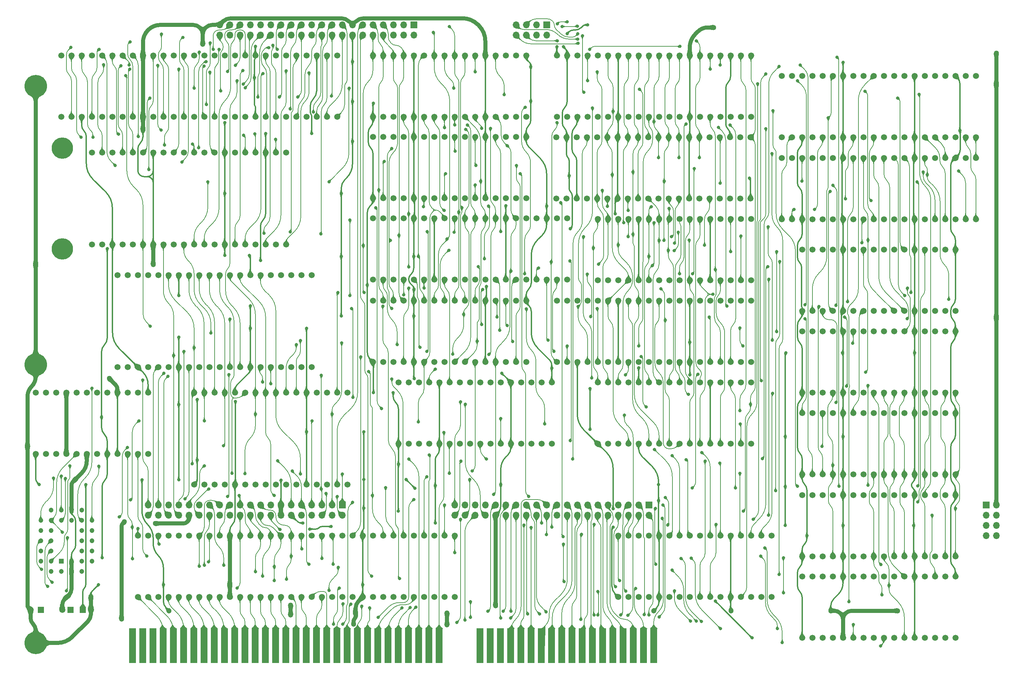
<source format=gbl>
%TF.GenerationSoftware,KiCad,Pcbnew,8.0.4*%
%TF.CreationDate,2024-08-23T11:00:08+02:00*%
%TF.ProjectId,Video Board - Signals,56696465-6f20-4426-9f61-7264202d2053,rev?*%
%TF.SameCoordinates,PX18392c0PY1360f00*%
%TF.FileFunction,Copper,L2,Bot*%
%TF.FilePolarity,Positive*%
%FSLAX46Y46*%
G04 Gerber Fmt 4.6, Leading zero omitted, Abs format (unit mm)*
G04 Created by KiCad (PCBNEW 8.0.4) date 2024-08-23 11:00:08*
%MOMM*%
%LPD*%
G01*
G04 APERTURE LIST*
%TA.AperFunction,ComponentPad*%
%ADD10C,5.600000*%
%TD*%
%TA.AperFunction,ComponentPad*%
%ADD11R,1.700000X1.700000*%
%TD*%
%TA.AperFunction,ComponentPad*%
%ADD12O,1.700000X1.700000*%
%TD*%
%TA.AperFunction,ComponentPad*%
%ADD13R,1.500000X1.500000*%
%TD*%
%TA.AperFunction,ComponentPad*%
%ADD14C,1.500000*%
%TD*%
%TA.AperFunction,ConnectorPad*%
%ADD15R,1.780000X8.620000*%
%TD*%
%TA.AperFunction,ComponentPad*%
%ADD16R,1.200000X1.200000*%
%TD*%
%TA.AperFunction,ComponentPad*%
%ADD17C,1.200000*%
%TD*%
%TA.AperFunction,WasherPad*%
%ADD18C,5.300000*%
%TD*%
%TA.AperFunction,ViaPad*%
%ADD19C,0.800000*%
%TD*%
%TA.AperFunction,ViaPad*%
%ADD20C,1.300000*%
%TD*%
%TA.AperFunction,Conductor*%
%ADD21C,0.380000*%
%TD*%
%TA.AperFunction,Conductor*%
%ADD22C,1.000000*%
%TD*%
%TA.AperFunction,Conductor*%
%ADD23C,0.200000*%
%TD*%
G04 APERTURE END LIST*
D10*
%TO.P,H19,1,GND*%
%TO.N,/GND*%
X0Y0D03*
%TD*%
D11*
%TO.P,J2,1,Pin_1*%
%TO.N,/A0_{M}*%
X152400000Y-104140000D03*
D12*
%TO.P,J2,2,Pin_2*%
%TO.N,/A1_{M}*%
X152400000Y-106680000D03*
%TO.P,J2,3,Pin_3*%
%TO.N,/A2_{M}*%
X149860000Y-104140000D03*
%TO.P,J2,4,Pin_4*%
%TO.N,/A3_{M}*%
X149860000Y-106680000D03*
%TO.P,J2,5,Pin_5*%
%TO.N,/A4_{M}*%
X147320000Y-104140000D03*
%TO.P,J2,6,Pin_6*%
%TO.N,/A5_{M}*%
X147320000Y-106680000D03*
%TO.P,J2,7,Pin_7*%
%TO.N,/A6_{M}*%
X144780000Y-104140000D03*
%TO.P,J2,8,Pin_8*%
%TO.N,/A7_{M}*%
X144780000Y-106680000D03*
%TO.P,J2,9,Pin_9*%
%TO.N,/A8_{M}*%
X142240000Y-104140000D03*
%TO.P,J2,10,Pin_10*%
%TO.N,/A9_{M}*%
X142240000Y-106680000D03*
%TO.P,J2,11,Pin_11*%
%TO.N,/A10_{M}*%
X139700000Y-104140000D03*
%TO.P,J2,12,Pin_12*%
%TO.N,/A11_{M}*%
X139700000Y-106680000D03*
%TO.P,J2,13,Pin_13*%
%TO.N,/A12_{M}*%
X137160000Y-104140000D03*
%TO.P,J2,14,Pin_14*%
%TO.N,/A13_{M}*%
X137160000Y-106680000D03*
%TO.P,J2,15,Pin_15*%
%TO.N,/A14_{M}*%
X134620000Y-104140000D03*
%TO.P,J2,16,Pin_16*%
%TO.N,/A15_{M}*%
X134620000Y-106680000D03*
%TO.P,J2,17,Pin_17*%
%TO.N,/A16_{M}*%
X132080000Y-104140000D03*
%TO.P,J2,18,Pin_18*%
%TO.N,/A17_{M}*%
X132080000Y-106680000D03*
%TO.P,J2,19,Pin_19*%
%TO.N,/A18_{M}*%
X129540000Y-104140000D03*
%TO.P,J2,20,Pin_20*%
%TO.N,/A19_{M}*%
X129540000Y-106680000D03*
%TO.P,J2,21,Pin_21*%
%TO.N,/A20_{M}*%
X127000000Y-104140000D03*
%TO.P,J2,22,Pin_22*%
%TO.N,/~{WD}_{M}*%
X127000000Y-106680000D03*
%TO.P,J2,23,Pin_23*%
%TO.N,/~{RD}_{M}*%
X124460000Y-104140000D03*
%TO.P,J2,24,Pin_24*%
%TO.N,/D0_{M}*%
X124460000Y-106680000D03*
%TO.P,J2,25,Pin_25*%
%TO.N,/D1_{M}*%
X121920000Y-104140000D03*
%TO.P,J2,26,Pin_26*%
%TO.N,/D2_{M}*%
X121920000Y-106680000D03*
%TO.P,J2,27,Pin_27*%
%TO.N,/D3_{M}*%
X119380000Y-104140000D03*
%TO.P,J2,28,Pin_28*%
%TO.N,/D4_{M}*%
X119380000Y-106680000D03*
%TO.P,J2,29,Pin_29*%
%TO.N,/D5_{M}*%
X116840000Y-104140000D03*
%TO.P,J2,30,Pin_30*%
%TO.N,/D6_{M}*%
X116840000Y-106680000D03*
%TO.P,J2,31,Pin_31*%
%TO.N,/D7_{M}*%
X114300000Y-104140000D03*
%TO.P,J2,32,Pin_32*%
%TO.N,/GND*%
X114300000Y-106680000D03*
%TO.P,J2,33,Pin_33*%
X111760000Y-104140000D03*
%TO.P,J2,34,Pin_34*%
%TO.N,/~{Reset}*%
X111760000Y-106680000D03*
%TO.P,J2,35,Pin_35*%
%TO.N,/Memory Frame*%
X109220000Y-104140000D03*
%TO.P,J2,36,Pin_36*%
%TO.N,/~{Memory A}*%
X109220000Y-106680000D03*
%TO.P,J2,37,Pin_37*%
%TO.N,/~{Memory B}*%
X106680000Y-104140000D03*
%TO.P,J2,38,Pin_38*%
%TO.N,/Read Address Bank*%
X106680000Y-106680000D03*
%TO.P,J2,39,Pin_39*%
%TO.N,/Read Address High*%
X104140000Y-104140000D03*
%TO.P,J2,40,Pin_40*%
%TO.N,/Read Address Low*%
X104140000Y-106680000D03*
%TD*%
D13*
%TO.P,C2,1*%
%TO.N,/5V*%
X11727400Y-130175000D03*
D14*
%TO.P,C2,2*%
%TO.N,/GND*%
X13727400Y-130175000D03*
%TD*%
D13*
%TO.P,LED1,1,K*%
%TO.N,Net-(LED1-K)*%
X1275000Y-130175000D03*
D14*
%TO.P,LED1,2,A*%
%TO.N,/GND*%
X-1265000Y-130175000D03*
%TD*%
%TO.P,B9,1,5V*%
%TO.N,/5V*%
X190500000Y-76200000D03*
%TO.P,B9,2,Y7_{R}*%
%TO.N,unconnected-(B9-Y7_{R}-Pad2)*%
X193040000Y-76200000D03*
%TO.P,B9,3,Y6_{R}*%
%TO.N,unconnected-(B9-Y6_{R}-Pad3)*%
X195580000Y-76200000D03*
%TO.P,B9,4,~{Device_Registers}*%
%TO.N,/~{Device Registers}*%
X198120000Y-76200000D03*
%TO.P,B9,5,GND*%
%TO.N,/GND*%
X200660000Y-76200000D03*
%TO.P,B9,6,Y5_{R}*%
%TO.N,/Read Vertical High*%
X203200000Y-76200000D03*
%TO.P,B9,7,Y4_{R}*%
%TO.N,/Read Vertical Low*%
X205740000Y-76200000D03*
%TO.P,B9,8,~{E2}*%
%TO.N,/~{A3}*%
X208280000Y-76200000D03*
%TO.P,B9,9,E3*%
%TO.N,/~{A4}*%
X210820000Y-76200000D03*
%TO.P,B9,10,A2*%
%TO.N,/A2*%
X213360000Y-76200000D03*
%TO.P,B9,11,A1*%
%TO.N,/A1*%
X215900000Y-76200000D03*
%TO.P,B9,12,GND*%
%TO.N,/GND*%
X218440000Y-76200000D03*
%TO.P,B9,13,A0*%
%TO.N,/A0*%
X220980000Y-76200000D03*
%TO.P,B9,14,N.C.*%
%TO.N,unconnected-(B9-N.C.-Pad14)*%
X223520000Y-76200000D03*
%TO.P,B9,15,~{RD}*%
%TO.N,/~{RD}*%
X226060000Y-76200000D03*
%TO.P,B9,16,~{WD}*%
%TO.N,/~{WD}*%
X228600000Y-76200000D03*
%TO.P,B9,17,5V*%
%TO.N,/5V*%
X228600000Y-60960000D03*
%TO.P,B9,18,N.C.*%
%TO.N,unconnected-(B9-N.C.-Pad18)*%
X226060000Y-60960000D03*
%TO.P,B9,19,Y7_{W}*%
%TO.N,/Write Vertical Sync Start High*%
X223520000Y-60960000D03*
%TO.P,B9,20,Y6_{W}*%
%TO.N,/Write Vertical Sync Start Low*%
X220980000Y-60960000D03*
%TO.P,B9,21,GND*%
%TO.N,/GND*%
X218440000Y-60960000D03*
%TO.P,B9,22,Y5_{W}*%
%TO.N,/Write Vertical Front Porch Start High*%
X215900000Y-60960000D03*
%TO.P,B9,23,Y4_{W}*%
%TO.N,/Write Vertical Front Porch Start Low*%
X213360000Y-60960000D03*
%TO.P,B9,24,Y3_{W}*%
%TO.N,/Write Horizontal Shift Pattern High*%
X210820000Y-60960000D03*
%TO.P,B9,25,Y2_{W}*%
%TO.N,/Write Horizontal Shift Pattern Low*%
X208280000Y-60960000D03*
%TO.P,B9,26,Y1_{W}*%
%TO.N,/Write Horizontal Back Porch End*%
X205740000Y-60960000D03*
%TO.P,B9,27,Y0_{W}*%
%TO.N,/Write Horizontal Back Porch Start*%
X203200000Y-60960000D03*
%TO.P,B9,28,GND*%
%TO.N,/GND*%
X200660000Y-60960000D03*
%TO.P,B9,29,Y3_{R}*%
%TO.N,unconnected-(B9-Y3_{R}-Pad29)*%
X198120000Y-60960000D03*
%TO.P,B9,30,Y2_{R}*%
%TO.N,unconnected-(B9-Y2_{R}-Pad30)*%
X195580000Y-60960000D03*
%TO.P,B9,31,Y1_{R}*%
%TO.N,unconnected-(B9-Y1_{R}-Pad31)*%
X193040000Y-60960000D03*
%TO.P,B9,32,Y0_{R}*%
%TO.N,unconnected-(B9-Y0_{R}-Pad32)*%
X190500000Y-60960000D03*
%TD*%
%TO.P,B40,1,A0*%
%TO.N,/Vertical Blank _{CYCLE 3H}*%
X233680000Y-17814000D03*
%TO.P,B40,2,A2*%
%TO.N,/Horizontal Blank _{CYCLE 3H}*%
X231140000Y-17814000D03*
%TO.P,B40,3,5V*%
%TO.N,/5V*%
X228600000Y-17814000D03*
%TO.P,B40,4,B0*%
%TO.N,/Vertical Blank _{CYCLE 3}*%
X226060000Y-17814000D03*
%TO.P,B40,5,B2*%
%TO.N,/Horizontal Blank _{CYCLE 3}*%
X223520000Y-17814000D03*
%TO.P,B40,6,D0*%
%TO.N,/D0*%
X220980000Y-17814000D03*
%TO.P,B40,7,GND*%
%TO.N,/GND*%
X218440000Y-17814000D03*
%TO.P,B40,8,D1*%
%TO.N,/D1*%
X215900000Y-17814000D03*
%TO.P,B40,9,D2*%
%TO.N,/D2*%
X213360000Y-17814000D03*
%TO.P,B40,10,D3*%
%TO.N,/D3*%
X210820000Y-17814000D03*
%TO.P,B40,11,D4*%
%TO.N,/D4*%
X208280000Y-17814000D03*
%TO.P,B40,12,D5*%
%TO.N,/D5*%
X205740000Y-17814000D03*
%TO.P,B40,13,D6*%
%TO.N,/D6*%
X203200000Y-17814000D03*
%TO.P,B40,14,GND*%
%TO.N,/GND*%
X200660000Y-17814000D03*
%TO.P,B40,15,D7*%
%TO.N,/D7*%
X198120000Y-17814000D03*
%TO.P,B40,16,C0*%
%TO.N,/Vertical Blank _{CYCLE 4H}*%
X195580000Y-17814000D03*
%TO.P,B40,17,C2*%
%TO.N,/Horizontal Blank _{CYCLE 4H}*%
X193040000Y-17814000D03*
%TO.P,B40,18,Write_Select*%
%TO.N,/Write Video Signal Delay*%
X190500000Y-17814000D03*
%TO.P,B40,19,E0*%
%TO.N,/Vertical Blank _{CYCLE 4}*%
X187960000Y-17814000D03*
%TO.P,B40,20,E2*%
%TO.N,/Horizontal Blank _{CYCLE 4}*%
X185420000Y-17814000D03*
%TO.P,B40,21,E3*%
%TO.N,/Horizontal Sync _{CYCLE 4}*%
X185420000Y-33054000D03*
%TO.P,B40,22,E1*%
%TO.N,/Vertical Sync _{CYCLE 4}*%
X187960000Y-33054000D03*
%TO.P,B40,23,5V*%
%TO.N,/5V*%
X190500000Y-33054000D03*
%TO.P,B40,24,C3*%
%TO.N,/Horizontal Sync _{CYCLE 4H}*%
X193040000Y-33054000D03*
%TO.P,B40,25,C1*%
%TO.N,/Vertical Sync _{CYCLE 4H}*%
X195580000Y-33054000D03*
%TO.P,B40,26,N.C.*%
%TO.N,unconnected-(B40-N.C.-Pad26)*%
X198120000Y-33054000D03*
%TO.P,B40,27,GND*%
%TO.N,/GND*%
X200660000Y-33054000D03*
%TO.P,B40,28,N.C.*%
%TO.N,unconnected-(B40-N.C.-Pad28)*%
X203200000Y-33054000D03*
%TO.P,B40,29,Y3*%
%TO.N,/Vertical Blank _{FINAL}*%
X205740000Y-33054000D03*
%TO.P,B40,30,Y2*%
%TO.N,/Vertical Sync _{FINAL}*%
X208280000Y-33054000D03*
%TO.P,B40,31,Y1*%
%TO.N,/Horizontal Blank _{FINAL}*%
X210820000Y-33054000D03*
%TO.P,B40,32,Y0*%
%TO.N,/Horizontal Sync _{FINAL}*%
X213360000Y-33054000D03*
%TO.P,B40,33,N.C.*%
%TO.N,unconnected-(B40-N.C.-Pad33)*%
X215900000Y-33054000D03*
%TO.P,B40,34,GND*%
%TO.N,/GND*%
X218440000Y-33054000D03*
%TO.P,B40,35,N.C.*%
%TO.N,unconnected-(B40-N.C.-Pad35)*%
X220980000Y-33054000D03*
%TO.P,B40,36,B3*%
%TO.N,/Horizontal Sync _{CYCLE 3}*%
X223520000Y-33054000D03*
%TO.P,B40,37,B1*%
%TO.N,/Vertical Sync _{CYCLE 3}*%
X226060000Y-33054000D03*
%TO.P,B40,38,N.C.*%
%TO.N,unconnected-(B40-N.C.-Pad38)*%
X228600000Y-33054000D03*
%TO.P,B40,39,A3*%
%TO.N,/Horizontal Sync _{CYCLE 3H}*%
X231140000Y-33054000D03*
%TO.P,B40,40,A1*%
%TO.N,/Vertical Sync _{CYCLE 3H}*%
X233680000Y-33054000D03*
%TD*%
%TO.P,B16,1,A0_{IN}*%
%TO.N,/A0_{D}*%
X25400000Y-127000000D03*
%TO.P,B16,2,A1_{IN}*%
%TO.N,/A1_{D}*%
X27940000Y-127000000D03*
%TO.P,B16,3,5V*%
%TO.N,/5V*%
X30480000Y-127000000D03*
%TO.P,B16,4,A2_{IN}*%
%TO.N,/A2_{D}*%
X33020000Y-127000000D03*
%TO.P,B16,5,A3_{IN}*%
%TO.N,/A3_{D}*%
X35560000Y-127000000D03*
%TO.P,B16,6,A4_{IN}*%
%TO.N,/A4_{D}*%
X38100000Y-127000000D03*
%TO.P,B16,7,A5_{IN}*%
%TO.N,/A5_{D}*%
X40640000Y-127000000D03*
%TO.P,B16,8,A6_{IN}*%
%TO.N,/A6_{D}*%
X43180000Y-127000000D03*
%TO.P,B16,9,A7_{IN}*%
%TO.N,/A7_{D}*%
X45720000Y-127000000D03*
%TO.P,B16,10,GND*%
%TO.N,/GND*%
X48260000Y-127000000D03*
%TO.P,B16,11,A8_{IN}*%
%TO.N,/A8_{D}*%
X50800000Y-127000000D03*
%TO.P,B16,12,A9_{IN}*%
%TO.N,/A9_{D}*%
X53340000Y-127000000D03*
%TO.P,B16,13,A10_{IN}*%
%TO.N,/A10_{D}*%
X55880000Y-127000000D03*
%TO.P,B16,14,A11_{IN}*%
%TO.N,/A11_{D}*%
X58420000Y-127000000D03*
%TO.P,B16,15,A12_{IN}*%
%TO.N,/A12_{D}*%
X60960000Y-127000000D03*
%TO.P,B16,16,A13_{IN}*%
%TO.N,/A13_{D}*%
X63500000Y-127000000D03*
%TO.P,B16,17,A14_{IN}*%
%TO.N,/A14_{D}*%
X66040000Y-127000000D03*
%TO.P,B16,18,A15_{IN}*%
%TO.N,/A16_{D}*%
X68580000Y-127000000D03*
%TO.P,B16,19,A16_{IN}*%
%TO.N,/A15_{D}*%
X71120000Y-127000000D03*
%TO.P,B16,20,~{RD}_{IN}*%
%TO.N,/~{RD}_{D}*%
X73660000Y-127000000D03*
%TO.P,B16,21,~{WD}_{IN}*%
%TO.N,/~{WD}_{D}*%
X76200000Y-127000000D03*
%TO.P,B16,22,S_{IN}*%
%TO.N,/GND*%
X78740000Y-127000000D03*
%TO.P,B16,23,GND*%
X81280000Y-127000000D03*
%TO.P,B16,24,D7_{IN/OUT}*%
%TO.N,/D7_{D}*%
X83820000Y-127000000D03*
%TO.P,B16,25,D6_{IN/OUT}*%
%TO.N,/D6_{D}*%
X86360000Y-127000000D03*
%TO.P,B16,26,D5_{IN/OUT}*%
%TO.N,/D5_{D}*%
X88900000Y-127000000D03*
%TO.P,B16,27,D4_{IN/OUT}*%
%TO.N,/D4_{D}*%
X91440000Y-127000000D03*
%TO.P,B16,28,D3_{IN/OUT}*%
%TO.N,/D3_{D}*%
X93980000Y-127000000D03*
%TO.P,B16,29,D2_{IN/OUT}*%
%TO.N,/D2_{D}*%
X96520000Y-127000000D03*
%TO.P,B16,30,D1_{IN/OUT}*%
%TO.N,/D1_{D}*%
X99060000Y-127000000D03*
%TO.P,B16,31,D0_{IN/OUT}*%
%TO.N,/D0_{D}*%
X101600000Y-127000000D03*
%TO.P,B16,32,Deivce_~{CS}_{IN}*%
%TO.N,/~{Select}_{D}*%
X104140000Y-127000000D03*
%TO.P,B16,33,Deivce_~{CS}*%
%TO.N,/~{Device Select}*%
X104140000Y-111760000D03*
%TO.P,B16,34,D0*%
%TO.N,/D7*%
X101600000Y-111760000D03*
%TO.P,B16,35,5V*%
%TO.N,/5V*%
X99060000Y-111760000D03*
%TO.P,B16,36,D1*%
%TO.N,/D6*%
X96520000Y-111760000D03*
%TO.P,B16,37,D2*%
%TO.N,/D5*%
X93980000Y-111760000D03*
%TO.P,B16,38,D3*%
%TO.N,/D4*%
X91440000Y-111760000D03*
%TO.P,B16,39,D4*%
%TO.N,/D3*%
X88900000Y-111760000D03*
%TO.P,B16,40,D5*%
%TO.N,/D2*%
X86360000Y-111760000D03*
%TO.P,B16,41,D6*%
%TO.N,/D1*%
X83820000Y-111760000D03*
%TO.P,B16,42,GND*%
%TO.N,/GND*%
X81280000Y-111760000D03*
%TO.P,B16,43,D7*%
%TO.N,/D0*%
X78740000Y-111760000D03*
%TO.P,B16,44,S*%
%TO.N,unconnected-(B16-S-Pad44)*%
X76200000Y-111760000D03*
%TO.P,B16,45,~{WD}*%
%TO.N,/~{WD}*%
X73660000Y-111760000D03*
%TO.P,B16,46,~{RD}*%
%TO.N,/~{RD}*%
X71120000Y-111760000D03*
%TO.P,B16,47,A16*%
%TO.N,/A16*%
X68580000Y-111760000D03*
%TO.P,B16,48,A15*%
%TO.N,/A15*%
X66040000Y-111760000D03*
%TO.P,B16,49,A14*%
%TO.N,/A14*%
X63500000Y-111760000D03*
%TO.P,B16,50,A13*%
%TO.N,/A13*%
X60960000Y-111760000D03*
%TO.P,B16,51,A12*%
%TO.N,/A12*%
X58420000Y-111760000D03*
%TO.P,B16,52,A11*%
%TO.N,/A11*%
X55880000Y-111760000D03*
%TO.P,B16,53,A10*%
%TO.N,/A10*%
X53340000Y-111760000D03*
%TO.P,B16,54,A9*%
%TO.N,/A9*%
X50800000Y-111760000D03*
%TO.P,B16,55,GND*%
%TO.N,/GND*%
X48260000Y-111760000D03*
%TO.P,B16,56,A8*%
%TO.N,/A8*%
X45720000Y-111760000D03*
%TO.P,B16,57,A7*%
%TO.N,/A7*%
X43180000Y-111760000D03*
%TO.P,B16,58,A6*%
%TO.N,/A6*%
X40640000Y-111760000D03*
%TO.P,B16,59,A5*%
%TO.N,/A5*%
X38100000Y-111760000D03*
%TO.P,B16,60,A4*%
%TO.N,/A4*%
X35560000Y-111760000D03*
%TO.P,B16,61,A3*%
%TO.N,/A3*%
X33020000Y-111760000D03*
%TO.P,B16,62,A2*%
%TO.N,/A2*%
X30480000Y-111760000D03*
%TO.P,B16,63,A1*%
%TO.N,/A1*%
X27940000Y-111760000D03*
%TO.P,B16,64,A0*%
%TO.N,/A0*%
X25400000Y-111760000D03*
%TD*%
D15*
%TO.P,J5,A1,A1*%
%TO.N,/~{Reset}_{System}*%
X24079200Y-139065000D03*
%TO.P,J5,A2,A2*%
%TO.N,unconnected-(J5-PadA2)*%
X26619200Y-139065000D03*
%TO.P,J5,A3,A3*%
%TO.N,unconnected-(J5-PadA3)*%
X29159200Y-139065000D03*
%TO.P,J5,A4,A4*%
%TO.N,/A0_{D}*%
X31699200Y-139065000D03*
%TO.P,J5,A5,A5*%
%TO.N,/A1_{D}*%
X34239200Y-139065000D03*
%TO.P,J5,A6,A6*%
%TO.N,/A2_{D}*%
X36779200Y-139065000D03*
%TO.P,J5,A7,A7*%
%TO.N,/A3_{D}*%
X39319200Y-139065000D03*
%TO.P,J5,A8,A8*%
%TO.N,/A4_{D}*%
X41859200Y-139065000D03*
%TO.P,J5,A9,A9*%
%TO.N,/A5_{D}*%
X44399200Y-139065000D03*
%TO.P,J5,A10,A10*%
%TO.N,/A6_{D}*%
X46939200Y-139065000D03*
%TO.P,J5,A11,A11*%
%TO.N,/A7_{D}*%
X49479200Y-139065000D03*
%TO.P,J5,A12,A12*%
%TO.N,/A8_{D}*%
X52019200Y-139065000D03*
%TO.P,J5,A13,A13*%
%TO.N,/A9_{D}*%
X54559200Y-139065000D03*
%TO.P,J5,A14,A14*%
%TO.N,/A10_{D}*%
X57099200Y-139065000D03*
%TO.P,J5,A15,A15*%
%TO.N,/A11_{D}*%
X59639200Y-139065000D03*
%TO.P,J5,A16,A16*%
%TO.N,/A12_{D}*%
X62179200Y-139065000D03*
%TO.P,J5,A17,A17*%
%TO.N,/A13_{D}*%
X64719200Y-139065000D03*
%TO.P,J5,A18,A18*%
%TO.N,/A14_{D}*%
X67259200Y-139065000D03*
%TO.P,J5,A19,A19*%
%TO.N,/A15_{D}*%
X69799200Y-139065000D03*
%TO.P,J5,A20,A20*%
%TO.N,/A16_{D}*%
X72339200Y-139065000D03*
%TO.P,J5,A21,A21*%
%TO.N,/D7_{D}*%
X74879200Y-139065000D03*
%TO.P,J5,A22,A22*%
%TO.N,/D6_{D}*%
X77419200Y-139065000D03*
%TO.P,J5,A23,A23*%
%TO.N,/D5_{D}*%
X79959200Y-139065000D03*
%TO.P,J5,A24,A24*%
%TO.N,/D4_{D}*%
X82499200Y-139065000D03*
%TO.P,J5,A25,A25*%
%TO.N,/D3_{D}*%
X85039200Y-139065000D03*
%TO.P,J5,A26,A26*%
%TO.N,/D2_{D}*%
X87579200Y-139065000D03*
%TO.P,J5,A27,A27*%
%TO.N,/D1_{D}*%
X90119200Y-139065000D03*
%TO.P,J5,A28,A28*%
%TO.N,/D0_{D}*%
X92659200Y-139065000D03*
%TO.P,J5,A29,A29*%
%TO.N,/H2_{D}*%
X95199200Y-139065000D03*
%TO.P,J5,A30,A30*%
%TO.N,/H1_{D}*%
X97739200Y-139065000D03*
%TO.P,J5,A31,A31*%
%TO.N,/H0_{D}*%
X100279200Y-139065000D03*
%TO.P,J5,C1,C1*%
%TO.N,unconnected-(J5-PadC1)*%
X110439200Y-139065000D03*
%TO.P,J5,C2,C2*%
%TO.N,unconnected-(J5-PadC2)*%
X112979200Y-139065000D03*
%TO.P,J5,C3,C3*%
%TO.N,unconnected-(J5-PadC3)*%
X115519200Y-139065000D03*
%TO.P,J5,C4,C4*%
%TO.N,/A20_{M}*%
X118059200Y-139065000D03*
%TO.P,J5,C5,C5*%
%TO.N,/A19_{M}*%
X120599200Y-139065000D03*
%TO.P,J5,C6,C6*%
%TO.N,/A18_{M}*%
X123139200Y-139065000D03*
%TO.P,J5,C7,C7*%
%TO.N,/A17_{M}*%
X125679200Y-139065000D03*
%TO.P,J5,C8,C8*%
%TO.N,/A16_{M}*%
X128219200Y-139065000D03*
%TO.P,J5,C9,C9*%
%TO.N,/A15_{M}*%
X130759200Y-139065000D03*
%TO.P,J5,C10,C10*%
%TO.N,/A14_{M}*%
X133299200Y-139065000D03*
%TO.P,J5,C11,C11*%
%TO.N,/A13_{M}*%
X135839200Y-139065000D03*
%TO.P,J5,C12,C12*%
%TO.N,/A12_{M}*%
X138379200Y-139065000D03*
%TO.P,J5,C13,C13*%
%TO.N,/A11_{M}*%
X140919200Y-139065000D03*
%TO.P,J5,C14,C14*%
%TO.N,/A10_{M}*%
X143459200Y-139065000D03*
%TO.P,J5,C15,C15*%
%TO.N,/A9_{M}*%
X145999200Y-139065000D03*
%TO.P,J5,C16,C16*%
%TO.N,/A8_{M}*%
X148539200Y-139065000D03*
%TO.P,J5,C17,C17*%
%TO.N,/A7_{M}*%
X151079200Y-139065000D03*
%TO.P,J5,C18,C18*%
%TO.N,/A6_{M}*%
X153619200Y-139065000D03*
%TD*%
D14*
%TO.P,B26,1,5V*%
%TO.N,/5V*%
X177800000Y-73660000D03*
%TO.P,B26,2,N.C.*%
%TO.N,unconnected-(B26-N.C.-Pad2)*%
X175260000Y-73660000D03*
%TO.P,B26,3,Write_A_High*%
%TO.N,/Write Vertical Back Porch End High*%
X172720000Y-73660000D03*
%TO.P,B26,4,Write_A_Low*%
%TO.N,/Write Vertical Back Porch End Low*%
X170180000Y-73660000D03*
%TO.P,B26,5,GND*%
%TO.N,/GND*%
X167640000Y-73660000D03*
%TO.P,B26,6,C0*%
%TO.N,/Row0*%
X165100000Y-73660000D03*
%TO.P,B26,7,C1*%
%TO.N,/Row1*%
X162560000Y-73660000D03*
%TO.P,B26,8,C2*%
%TO.N,/Row2*%
X160020000Y-73660000D03*
%TO.P,B26,9,C3*%
%TO.N,/Row3*%
X157480000Y-73660000D03*
%TO.P,B26,10,C4*%
%TO.N,/Row4*%
X154940000Y-73660000D03*
%TO.P,B26,11,C5*%
%TO.N,/Row5*%
X152400000Y-73660000D03*
%TO.P,B26,12,GND*%
%TO.N,/GND*%
X149860000Y-73660000D03*
%TO.P,B26,13,C6*%
%TO.N,/Row6*%
X147320000Y-73660000D03*
%TO.P,B26,14,C7*%
%TO.N,/Row7*%
X144780000Y-73660000D03*
%TO.P,B26,15,C8*%
%TO.N,/Row8*%
X142240000Y-73660000D03*
%TO.P,B26,16,C9*%
%TO.N,/Row9*%
X139700000Y-73660000D03*
%TO.P,B26,17,5V*%
%TO.N,/5V*%
X139700000Y-88900000D03*
%TO.P,B26,18,N.C.*%
%TO.N,unconnected-(B26-N.C.-Pad18)*%
X142240000Y-88900000D03*
%TO.P,B26,19,N.C.*%
%TO.N,unconnected-(B26-N.C.-Pad19)*%
X144780000Y-88900000D03*
%TO.P,B26,20,D0*%
%TO.N,/D0*%
X147320000Y-88900000D03*
%TO.P,B26,21,GND*%
%TO.N,/GND*%
X149860000Y-88900000D03*
%TO.P,B26,22,D1*%
%TO.N,/D1*%
X152400000Y-88900000D03*
%TO.P,B26,23,D2*%
%TO.N,/D2*%
X154940000Y-88900000D03*
%TO.P,B26,24,D3*%
%TO.N,/D3*%
X157480000Y-88900000D03*
%TO.P,B26,25,D4*%
%TO.N,/D4*%
X160020000Y-88900000D03*
%TO.P,B26,26,D5*%
%TO.N,/D5*%
X162560000Y-88900000D03*
%TO.P,B26,27,D6*%
%TO.N,/D6*%
X165100000Y-88900000D03*
%TO.P,B26,28,GND*%
%TO.N,/GND*%
X167640000Y-88900000D03*
%TO.P,B26,29,D7*%
%TO.N,/D7*%
X170180000Y-88900000D03*
%TO.P,B26,30,N.C.*%
%TO.N,unconnected-(B26-N.C.-Pad30)*%
X172720000Y-88900000D03*
%TO.P,B26,31,~{C=A}*%
%TO.N,/~{Vertical Back Porch End} _{CMP}*%
X175260000Y-88900000D03*
%TO.P,B26,32,N.C.*%
%TO.N,unconnected-(B26-N.C.-Pad32)*%
X177800000Y-88900000D03*
%TD*%
%TO.P,B38,1,~{OE}*%
%TO.N,/GND*%
X6350000Y-7620000D03*
%TO.P,B38,2,IN23*%
%TO.N,/Red7*%
X8890000Y-7620000D03*
%TO.P,B38,3,5V*%
%TO.N,/5V*%
X11430000Y-7620000D03*
%TO.P,B38,4,IN22*%
%TO.N,/Red6*%
X13970000Y-7620000D03*
%TO.P,B38,5,IN21*%
%TO.N,/Red5*%
X16510000Y-7620000D03*
%TO.P,B38,6,IN20*%
%TO.N,/Red4*%
X19050000Y-7620000D03*
%TO.P,B38,7,IN19*%
%TO.N,/Red3*%
X21590000Y-7620000D03*
%TO.P,B38,8,IN18*%
%TO.N,/Red2*%
X24130000Y-7620000D03*
%TO.P,B38,9,GND*%
%TO.N,/GND*%
X26670000Y-7620000D03*
%TO.P,B38,10,IN17*%
%TO.N,/Red1*%
X29210000Y-7620000D03*
%TO.P,B38,11,IN16*%
%TO.N,/Red0*%
X31750000Y-7620000D03*
%TO.P,B38,12,IN15*%
%TO.N,/Green7*%
X34290000Y-7620000D03*
%TO.P,B38,13,IN14*%
%TO.N,/Green6*%
X36830000Y-7620000D03*
%TO.P,B38,14,IN13*%
%TO.N,/Green5*%
X39370000Y-7620000D03*
%TO.P,B38,15,IN12*%
%TO.N,/Green4*%
X41910000Y-7620000D03*
%TO.P,B38,16,IN11*%
%TO.N,/Green3*%
X44450000Y-7620000D03*
%TO.P,B38,17,IN10*%
%TO.N,/Green2*%
X46990000Y-7620000D03*
%TO.P,B38,18,IN9*%
%TO.N,/Green1*%
X49530000Y-7620000D03*
%TO.P,B38,19,IN8*%
%TO.N,/Green0*%
X52070000Y-7620000D03*
%TO.P,B38,20,GND*%
%TO.N,/GND*%
X54610000Y-7620000D03*
%TO.P,B38,21,IN7*%
%TO.N,/Blue7*%
X57150000Y-7620000D03*
%TO.P,B38,22,IN6*%
%TO.N,/Blue6*%
X59690000Y-7620000D03*
%TO.P,B38,23,IN5*%
%TO.N,/Blue5*%
X62230000Y-7620000D03*
%TO.P,B38,24,IN4*%
%TO.N,/Blue4*%
X64770000Y-7620000D03*
%TO.P,B38,25,IN3*%
%TO.N,/Blue3*%
X67310000Y-7620000D03*
%TO.P,B38,26,IN2*%
%TO.N,/Blue2*%
X69850000Y-7620000D03*
%TO.P,B38,27,IN1*%
%TO.N,/Blue1*%
X72390000Y-7620000D03*
%TO.P,B38,28,IN0*%
%TO.N,/Blue0*%
X74930000Y-7620000D03*
%TO.P,B38,29,OUT0*%
%TO.N,/Blue0 _{HALF CYCLE}*%
X74930000Y7620000D03*
%TO.P,B38,30,OUT1*%
%TO.N,/Blue1 _{HALF CYCLE}*%
X72390000Y7620000D03*
%TO.P,B38,31,5V*%
%TO.N,/5V*%
X69850000Y7620000D03*
%TO.P,B38,32,OUT2*%
%TO.N,/Blue2 _{HALF CYCLE}*%
X67310000Y7620000D03*
%TO.P,B38,33,OUT3*%
%TO.N,/Blue3 _{HALF CYCLE}*%
X64770000Y7620000D03*
%TO.P,B38,34,OUT4*%
%TO.N,/Blue4 _{HALF CYCLE}*%
X62230000Y7620000D03*
%TO.P,B38,35,OUT5*%
%TO.N,/Blue5 _{HALF CYCLE}*%
X59690000Y7620000D03*
%TO.P,B38,36,OUT6*%
%TO.N,/Blue6 _{HALF CYCLE}*%
X57150000Y7620000D03*
%TO.P,B38,37,GND*%
%TO.N,/GND*%
X54610000Y7620000D03*
%TO.P,B38,38,OUT7*%
%TO.N,/Blue7 _{HALF CYCLE}*%
X52070000Y7620000D03*
%TO.P,B38,39,OUT8*%
%TO.N,/Green0 _{HALF CYCLE}*%
X49530000Y7620000D03*
%TO.P,B38,40,OUT9*%
%TO.N,/Green1 _{HALF CYCLE}*%
X46990000Y7620000D03*
%TO.P,B38,41,OUT10*%
%TO.N,/Green2 _{HALF CYCLE}*%
X44450000Y7620000D03*
%TO.P,B38,42,OUT11*%
%TO.N,/Green3 _{HALF CYCLE}*%
X41910000Y7620000D03*
%TO.P,B38,43,OUT12*%
%TO.N,/Green4 _{HALF CYCLE}*%
X39370000Y7620000D03*
%TO.P,B38,44,OUT13*%
%TO.N,/Green5 _{HALF CYCLE}*%
X36830000Y7620000D03*
%TO.P,B38,45,OUT14*%
%TO.N,/Green6 _{HALF CYCLE}*%
X34290000Y7620000D03*
%TO.P,B38,46,OUT15*%
%TO.N,/Green7 _{HALF CYCLE}*%
X31750000Y7620000D03*
%TO.P,B38,47,OUT16*%
%TO.N,/Red0 _{HALF CYCLE}*%
X29210000Y7620000D03*
%TO.P,B38,48,GND*%
%TO.N,/GND*%
X26670000Y7620000D03*
%TO.P,B38,49,OUT17*%
%TO.N,/Red1 _{HALF CYCLE}*%
X24130000Y7620000D03*
%TO.P,B38,50,OUT18*%
%TO.N,/Red2 _{HALF CYCLE}*%
X21590000Y7620000D03*
%TO.P,B38,51,OUT19*%
%TO.N,/Red3 _{HALF CYCLE}*%
X19050000Y7620000D03*
%TO.P,B38,52,OUT20*%
%TO.N,/Red4 _{HALF CYCLE}*%
X16510000Y7620000D03*
%TO.P,B38,53,OUT21*%
%TO.N,/Red5 _{HALF CYCLE}*%
X13970000Y7620000D03*
%TO.P,B38,54,OUT22*%
%TO.N,/Red6 _{HALF CYCLE}*%
X11430000Y7620000D03*
%TO.P,B38,55,OUT23*%
%TO.N,/Red7 _{HALF CYCLE}*%
X8890000Y7620000D03*
%TO.P,B38,56,CLK*%
%TO.N,/Pixel CLK_{0}*%
X6350000Y7620000D03*
%TD*%
%TO.P,B10,1,5V*%
%TO.N,/5V*%
X0Y-91440000D03*
%TO.P,B10,2,~{Device_RAM}*%
%TO.N,/~{Device RAM}*%
X2540000Y-91440000D03*
%TO.P,B10,3,~{Device_Registers}*%
%TO.N,/~{Device Registers}*%
X5080000Y-91440000D03*
%TO.P,B10,4,GND*%
%TO.N,/GND*%
X7620000Y-91440000D03*
%TO.P,B10,5,~{Device_ROM}*%
%TO.N,/~{Device ROM}*%
X10160000Y-91440000D03*
%TO.P,B10,6,H2_{REG}*%
%TO.N,/GND*%
X12700000Y-91440000D03*
%TO.P,B10,7,H1_{REG}*%
X15240000Y-91440000D03*
%TO.P,B10,8,H0_{REG}*%
%TO.N,/3.3V*%
X17780000Y-91440000D03*
%TO.P,B10,9,GND*%
%TO.N,/GND*%
X20320000Y-91440000D03*
%TO.P,B10,10,~{RD}*%
%TO.N,/~{RD}*%
X22860000Y-91440000D03*
%TO.P,B10,11,~{Device_Select}*%
%TO.N,/~{Device Select}*%
X25400000Y-91440000D03*
%TO.P,B10,12,~{WD}*%
%TO.N,/~{WD}*%
X27940000Y-91440000D03*
%TO.P,B10,13,5V*%
%TO.N,/5V*%
X27940000Y-76200000D03*
%TO.P,B10,14,N.C.*%
%TO.N,unconnected-(B10-N.C.-Pad14)*%
X25400000Y-76200000D03*
%TO.P,B10,15,N.C.*%
%TO.N,unconnected-(B10-N.C.-Pad15)*%
X22860000Y-76200000D03*
%TO.P,B10,16,GND*%
%TO.N,/GND*%
X20320000Y-76200000D03*
%TO.P,B10,17,H0_{OUT}*%
%TO.N,/H0_{D}*%
X17780000Y-76200000D03*
%TO.P,B10,18,H1_{OUT}*%
%TO.N,/H1_{D}*%
X15240000Y-76200000D03*
%TO.P,B10,19,H2_{OUT}*%
%TO.N,/H2_{D}*%
X12700000Y-76200000D03*
%TO.P,B10,20,N.C.*%
%TO.N,unconnected-(B10-N.C.-Pad20)*%
X10160000Y-76200000D03*
%TO.P,B10,21,GND*%
%TO.N,/GND*%
X7620000Y-76200000D03*
%TO.P,B10,22,N.C.*%
%TO.N,unconnected-(B10-N.C.-Pad22)*%
X5080000Y-76200000D03*
%TO.P,B10,23,N.C.*%
%TO.N,unconnected-(B10-N.C.-Pad23)*%
X2540000Y-76200000D03*
%TO.P,B10,24,3.3V*%
%TO.N,/3.3V*%
X0Y-76200000D03*
%TD*%
%TO.P,B12,1,N.C.*%
%TO.N,unconnected-(B12-N.C.-Pad1)*%
X132080000Y-32850000D03*
%TO.P,B12,2,N.C.*%
%TO.N,unconnected-(B12-N.C.-Pad2)*%
X129540000Y-32850000D03*
%TO.P,B12,3,5V*%
%TO.N,/5V*%
X127000000Y-32850000D03*
%TO.P,B12,4,N.C.*%
%TO.N,unconnected-(B12-N.C.-Pad4)*%
X124460000Y-32850000D03*
%TO.P,B12,5,N.C.*%
%TO.N,unconnected-(B12-N.C.-Pad5)*%
X121920000Y-32850000D03*
%TO.P,B12,6,D7*%
%TO.N,/D7*%
X119380000Y-32850000D03*
%TO.P,B12,7,GND*%
%TO.N,/GND*%
X116840000Y-32850000D03*
%TO.P,B12,8,D6*%
%TO.N,/D6*%
X114300000Y-32850000D03*
%TO.P,B12,9,D5*%
%TO.N,/D5*%
X111760000Y-32850000D03*
%TO.P,B12,10,D4*%
%TO.N,/D4*%
X109220000Y-32850000D03*
%TO.P,B12,11,D3*%
%TO.N,/D3*%
X106680000Y-32850000D03*
%TO.P,B12,12,D2*%
%TO.N,/D2*%
X104140000Y-32850000D03*
%TO.P,B12,13,D1*%
%TO.N,/D1*%
X101600000Y-32850000D03*
%TO.P,B12,14,GND*%
%TO.N,/GND*%
X99060000Y-32850000D03*
%TO.P,B12,15,D0*%
%TO.N,/D0*%
X96520000Y-32850000D03*
%TO.P,B12,16,~{OE}*%
%TO.N,/GND*%
X93980000Y-32850000D03*
%TO.P,B12,17,N.C.*%
%TO.N,unconnected-(B12-N.C.-Pad17)*%
X91440000Y-32850000D03*
%TO.P,B12,18,N.C.*%
%TO.N,unconnected-(B12-N.C.-Pad18)*%
X88900000Y-32850000D03*
%TO.P,B12,19,N.C.*%
%TO.N,unconnected-(B12-N.C.-Pad19)*%
X86360000Y-32850000D03*
%TO.P,B12,20,N.C.*%
%TO.N,unconnected-(B12-N.C.-Pad20)*%
X83820000Y-32850000D03*
%TO.P,B12,21,C0*%
%TO.N,/H3*%
X83820000Y-48090000D03*
%TO.P,B12,22,C1*%
%TO.N,/H4*%
X86360000Y-48090000D03*
%TO.P,B12,23,5V*%
%TO.N,/5V*%
X88900000Y-48090000D03*
%TO.P,B12,24,C2*%
%TO.N,/H5*%
X91440000Y-48090000D03*
%TO.P,B12,25,C3*%
%TO.N,/H6*%
X93980000Y-48090000D03*
%TO.P,B12,26,Write_A*%
%TO.N,/Write Horizontal Back Porch Start*%
X96520000Y-48090000D03*
%TO.P,B12,27,GND*%
%TO.N,/GND*%
X99060000Y-48090000D03*
%TO.P,B12,28,~{A=C}*%
%TO.N,/~{Horizontal Back Porch Start} _{CMP}*%
X101600000Y-48090000D03*
%TO.P,B12,29,N.C.*%
%TO.N,unconnected-(B12-N.C.-Pad29)*%
X104140000Y-48090000D03*
%TO.P,B12,30,N.C.*%
%TO.N,unconnected-(B12-N.C.-Pad30)*%
X106680000Y-48090000D03*
%TO.P,B12,31,N.C.*%
%TO.N,unconnected-(B12-N.C.-Pad31)*%
X109220000Y-48090000D03*
%TO.P,B12,32,N.C.*%
%TO.N,unconnected-(B12-N.C.-Pad32)*%
X111760000Y-48090000D03*
%TO.P,B12,33,Write_B*%
%TO.N,/Write Horizontal Back Porch End*%
X114300000Y-48090000D03*
%TO.P,B12,34,GND*%
%TO.N,/GND*%
X116840000Y-48090000D03*
%TO.P,B12,35,C4*%
%TO.N,/H7*%
X119380000Y-48090000D03*
%TO.P,B12,36,C5*%
%TO.N,/H8*%
X121920000Y-48090000D03*
%TO.P,B12,37,C6*%
%TO.N,/H9*%
X124460000Y-48090000D03*
%TO.P,B12,38,C7*%
%TO.N,/H10*%
X127000000Y-48090000D03*
%TO.P,B12,39,~{B=C}*%
%TO.N,/~{Horizontal Back Porch End} _{CMP}*%
X129540000Y-48090000D03*
%TO.P,B12,40,N.C.*%
%TO.N,unconnected-(B12-N.C.-Pad40)*%
X132080000Y-48090000D03*
%TD*%
D11*
%TO.P,J3,1,Pin_1*%
%TO.N,/Row0*%
X93980000Y15240000D03*
D12*
%TO.P,J3,2,Pin_2*%
%TO.N,/Row1*%
X93980000Y12700000D03*
%TO.P,J3,3,Pin_3*%
%TO.N,/Row2*%
X91440000Y15240000D03*
%TO.P,J3,4,Pin_4*%
%TO.N,/Row3*%
X91440000Y12700000D03*
%TO.P,J3,5,Pin_5*%
%TO.N,/Row4*%
X88900000Y15240000D03*
%TO.P,J3,6,Pin_6*%
%TO.N,/Row5*%
X88900000Y12700000D03*
%TO.P,J3,7,Pin_7*%
%TO.N,/Row6*%
X86360000Y15240000D03*
%TO.P,J3,8,Pin_8*%
%TO.N,/Row7*%
X86360000Y12700000D03*
%TO.P,J3,9,Pin_9*%
%TO.N,/Row8*%
X83820000Y15240000D03*
%TO.P,J3,10,Pin_10*%
%TO.N,/Row9*%
X83820000Y12700000D03*
%TO.P,J3,11,Pin_11*%
%TO.N,/Advance Pixel*%
X81280000Y15240000D03*
%TO.P,J3,12,Pin_12*%
%TO.N,/Last Pixel+1 _{HALF CYCLE}*%
X81280000Y12700000D03*
%TO.P,J3,13,Pin_13*%
%TO.N,/GND*%
X78740000Y15240000D03*
%TO.P,J3,14,Pin_14*%
X78740000Y12700000D03*
%TO.P,J3,15,Pin_15*%
%TO.N,/Blue0*%
X76200000Y15240000D03*
%TO.P,J3,16,Pin_16*%
%TO.N,/Blue1*%
X76200000Y12700000D03*
%TO.P,J3,17,Pin_17*%
%TO.N,/Blue2*%
X73660000Y15240000D03*
%TO.P,J3,18,Pin_18*%
%TO.N,/Blue3*%
X73660000Y12700000D03*
%TO.P,J3,19,Pin_19*%
%TO.N,/Blue4*%
X71120000Y15240000D03*
%TO.P,J3,20,Pin_20*%
%TO.N,/Blue5*%
X71120000Y12700000D03*
%TO.P,J3,21,Pin_21*%
%TO.N,/Blue6*%
X68580000Y15240000D03*
%TO.P,J3,22,Pin_22*%
%TO.N,/Blue7*%
X68580000Y12700000D03*
%TO.P,J3,23,Pin_23*%
%TO.N,/Green0*%
X66040000Y15240000D03*
%TO.P,J3,24,Pin_24*%
%TO.N,/Green1*%
X66040000Y12700000D03*
%TO.P,J3,25,Pin_25*%
%TO.N,/Green2*%
X63500000Y15240000D03*
%TO.P,J3,26,Pin_26*%
%TO.N,/Green3*%
X63500000Y12700000D03*
%TO.P,J3,27,Pin_27*%
%TO.N,/Green4*%
X60960000Y15240000D03*
%TO.P,J3,28,Pin_28*%
%TO.N,/Green5*%
X60960000Y12700000D03*
%TO.P,J3,29,Pin_29*%
%TO.N,/Green6*%
X58420000Y15240000D03*
%TO.P,J3,30,Pin_30*%
%TO.N,/Green7*%
X58420000Y12700000D03*
%TO.P,J3,31,Pin_31*%
%TO.N,/Red0*%
X55880000Y15240000D03*
%TO.P,J3,32,Pin_32*%
%TO.N,/Red1*%
X55880000Y12700000D03*
%TO.P,J3,33,Pin_33*%
%TO.N,/Red2*%
X53340000Y15240000D03*
%TO.P,J3,34,Pin_34*%
%TO.N,/Red3*%
X53340000Y12700000D03*
%TO.P,J3,35,Pin_35*%
%TO.N,/Red4*%
X50800000Y15240000D03*
%TO.P,J3,36,Pin_36*%
%TO.N,/Red5*%
X50800000Y12700000D03*
%TO.P,J3,37,Pin_37*%
%TO.N,/Red6*%
X48260000Y15240000D03*
%TO.P,J3,38,Pin_38*%
%TO.N,/Red7*%
X48260000Y12700000D03*
%TO.P,J3,39,Pin_39*%
%TO.N,/GND*%
X45720000Y15240000D03*
%TO.P,J3,40,Pin_40*%
%TO.N,/Palette Write*%
X45720000Y12700000D03*
%TD*%
D14*
%TO.P,B6,1,5V*%
%TO.N,/5V*%
X177800000Y-33020000D03*
%TO.P,B6,2,N.C.*%
%TO.N,unconnected-(B6-N.C.-Pad2)*%
X175260000Y-33020000D03*
%TO.P,B6,3,Write_A_High*%
%TO.N,/Write Vertical Front Porch Start High*%
X172720000Y-33020000D03*
%TO.P,B6,4,Write_A_Low*%
%TO.N,/Write Vertical Front Porch Start Low*%
X170180000Y-33020000D03*
%TO.P,B6,5,GND*%
%TO.N,/GND*%
X167640000Y-33020000D03*
%TO.P,B6,6,C0*%
%TO.N,/Row0*%
X165100000Y-33020000D03*
%TO.P,B6,7,C1*%
%TO.N,/Row1*%
X162560000Y-33020000D03*
%TO.P,B6,8,C2*%
%TO.N,/Row2*%
X160020000Y-33020000D03*
%TO.P,B6,9,C3*%
%TO.N,/Row3*%
X157480000Y-33020000D03*
%TO.P,B6,10,C4*%
%TO.N,/Row4*%
X154940000Y-33020000D03*
%TO.P,B6,11,C5*%
%TO.N,/Row5*%
X152400000Y-33020000D03*
%TO.P,B6,12,GND*%
%TO.N,/GND*%
X149860000Y-33020000D03*
%TO.P,B6,13,C6*%
%TO.N,/Row6*%
X147320000Y-33020000D03*
%TO.P,B6,14,C7*%
%TO.N,/Row7*%
X144780000Y-33020000D03*
%TO.P,B6,15,C8*%
%TO.N,/Row8*%
X142240000Y-33020000D03*
%TO.P,B6,16,C9*%
%TO.N,/Row9*%
X139700000Y-33020000D03*
%TO.P,B6,17,5V*%
%TO.N,/5V*%
X139700000Y-48260000D03*
%TO.P,B6,18,N.C.*%
%TO.N,unconnected-(B6-N.C.-Pad18)*%
X142240000Y-48260000D03*
%TO.P,B6,19,N.C.*%
%TO.N,unconnected-(B6-N.C.-Pad19)*%
X144780000Y-48260000D03*
%TO.P,B6,20,D0*%
%TO.N,/D0*%
X147320000Y-48260000D03*
%TO.P,B6,21,GND*%
%TO.N,/GND*%
X149860000Y-48260000D03*
%TO.P,B6,22,D1*%
%TO.N,/D1*%
X152400000Y-48260000D03*
%TO.P,B6,23,D2*%
%TO.N,/D2*%
X154940000Y-48260000D03*
%TO.P,B6,24,D3*%
%TO.N,/D3*%
X157480000Y-48260000D03*
%TO.P,B6,25,D4*%
%TO.N,/D4*%
X160020000Y-48260000D03*
%TO.P,B6,26,D5*%
%TO.N,/D5*%
X162560000Y-48260000D03*
%TO.P,B6,27,D6*%
%TO.N,/D6*%
X165100000Y-48260000D03*
%TO.P,B6,28,GND*%
%TO.N,/GND*%
X167640000Y-48260000D03*
%TO.P,B6,29,D7*%
%TO.N,/D7*%
X170180000Y-48260000D03*
%TO.P,B6,30,N.C.*%
%TO.N,unconnected-(B6-N.C.-Pad30)*%
X172720000Y-48260000D03*
%TO.P,B6,31,~{C=A}*%
%TO.N,/~{Vertical Front Porch Start} _{CMP}*%
X175260000Y-48260000D03*
%TO.P,B6,32,N.C.*%
%TO.N,unconnected-(B6-N.C.-Pad32)*%
X177800000Y-48260000D03*
%TD*%
D13*
%TO.P,C1,1*%
%TO.N,/12V*%
X8636000Y-130175000D03*
D14*
%TO.P,C1,2*%
%TO.N,/GND*%
X6636000Y-130175000D03*
%TD*%
%TO.P,B8,1,5V*%
%TO.N,/5V*%
X190500000Y-55880000D03*
%TO.P,B8,2,Interrupt_CLK*%
%TO.N,/~{Pixel CLK}_{1}*%
X193040000Y-55880000D03*
%TO.P,B8,3,Write_Clear_Interrupt*%
%TO.N,/Write Clear Interrupt*%
X195580000Y-55880000D03*
%TO.P,B8,4,~{Set_Interrupt_on_CLK}*%
%TO.N,/~{Vertical Blank}*%
X198120000Y-55880000D03*
%TO.P,B8,5,GND*%
%TO.N,/GND*%
X200660000Y-55880000D03*
%TO.P,B8,6,Read_Flags*%
%TO.N,/Read Flags*%
X203200000Y-55880000D03*
%TO.P,B8,7,Write_Flags*%
%TO.N,/Write Flags*%
X205740000Y-55880000D03*
%TO.P,B8,8,D7*%
%TO.N,/D7*%
X208280000Y-55880000D03*
%TO.P,B8,9,D6*%
%TO.N,/D6*%
X210820000Y-55880000D03*
%TO.P,B8,10,D5*%
%TO.N,/D5*%
X213360000Y-55880000D03*
%TO.P,B8,11,D4*%
%TO.N,/D4*%
X215900000Y-55880000D03*
%TO.P,B8,12,GND*%
%TO.N,/GND*%
X218440000Y-55880000D03*
%TO.P,B8,13,D3*%
%TO.N,/D3*%
X220980000Y-55880000D03*
%TO.P,B8,14,D2*%
%TO.N,/D2*%
X223520000Y-55880000D03*
%TO.P,B8,15,D1*%
%TO.N,/D1*%
X226060000Y-55880000D03*
%TO.P,B8,16,D0*%
%TO.N,/D0*%
X228600000Y-55880000D03*
%TO.P,B8,17,5V*%
%TO.N,/5V*%
X228600000Y-40640000D03*
%TO.P,B8,18,F0*%
%TO.N,/Vertical Sync Polarity*%
X226060000Y-40640000D03*
%TO.P,B8,19,F1*%
%TO.N,/Horizontal Sync Polarity*%
X223520000Y-40640000D03*
%TO.P,B8,20,F2*%
%TO.N,/Memory Frame*%
X220980000Y-40640000D03*
%TO.P,B8,21,GND*%
%TO.N,/GND*%
X218440000Y-40640000D03*
%TO.P,B8,22,F3*%
%TO.N,/Palette Write*%
X215900000Y-40640000D03*
%TO.P,B8,23,F4*%
%TO.N,unconnected-(B8-F4-Pad23)*%
X213360000Y-40640000D03*
%TO.P,B8,24,F5*%
%TO.N,unconnected-(B8-F5-Pad24)*%
X210820000Y-40640000D03*
%TO.P,B8,25,N.C.*%
%TO.N,unconnected-(B8-N.C.-Pad25)*%
X208280000Y-40640000D03*
%TO.P,B8,26,~{Enable}*%
%TO.N,/~{Enable}_{D}*%
X205740000Y-40640000D03*
%TO.P,B8,27,Enable*%
%TO.N,unconnected-(B8-Enable-Pad27)*%
X203200000Y-40640000D03*
%TO.P,B8,28,GND*%
%TO.N,/GND*%
X200660000Y-40640000D03*
%TO.P,B8,29,~{INT}*%
%TO.N,/~{Interrupt}_{D}*%
X198120000Y-40640000D03*
%TO.P,B8,30,INT*%
%TO.N,unconnected-(B8-INT-Pad30)*%
X195580000Y-40640000D03*
%TO.P,B8,31,N.C.*%
%TO.N,unconnected-(B8-N.C.-Pad31)*%
X193040000Y-40640000D03*
%TO.P,B8,32,N.C.*%
%TO.N,unconnected-(B8-N.C.-Pad32)*%
X190500000Y-40640000D03*
%TD*%
%TO.P,B7,1,5V*%
%TO.N,/5V*%
X121920000Y-12564000D03*
%TO.P,B7,2,N.C.*%
%TO.N,unconnected-(B7-N.C.-Pad2)*%
X119380000Y-12564000D03*
%TO.P,B7,3,N.C.*%
%TO.N,unconnected-(B7-N.C.-Pad3)*%
X116840000Y-12564000D03*
%TO.P,B7,4,~{Front_Porch_Start}*%
%TO.N,/~{Vertical Front Porch Start} _{CMP}*%
X114300000Y-12564000D03*
%TO.P,B7,5,GND*%
%TO.N,/GND*%
X111760000Y-12564000D03*
%TO.P,B7,6,~{Sync_Start}*%
%TO.N,/~{Vertical Sync Start} _{CMP}*%
X109220000Y-12564000D03*
%TO.P,B7,7,N.C.*%
%TO.N,unconnected-(B7-N.C.-Pad7)*%
X106680000Y-12564000D03*
%TO.P,B7,8,~{CLK}*%
%TO.N,/First Pixel _{HALF CYCLE}*%
X104140000Y-12564000D03*
%TO.P,B7,9,N.C.*%
%TO.N,unconnected-(B7-N.C.-Pad9)*%
X101600000Y-12564000D03*
%TO.P,B7,10,N.C.*%
%TO.N,unconnected-(B7-N.C.-Pad10)*%
X99060000Y-12564000D03*
%TO.P,B7,11,~{Back_Porch_Start}*%
%TO.N,/~{Vertical Back Porch Start} _{CMP}*%
X96520000Y-12564000D03*
%TO.P,B7,12,GND*%
%TO.N,/GND*%
X93980000Y-12564000D03*
%TO.P,B7,13,~{Back_Porch_End}*%
%TO.N,/~{Vertical Back Porch End} _{CMP}*%
X91440000Y-12564000D03*
%TO.P,B7,14,N.C.*%
%TO.N,unconnected-(B7-N.C.-Pad14)*%
X88900000Y-12564000D03*
%TO.P,B7,15,N.C.*%
%TO.N,unconnected-(B7-N.C.-Pad15)*%
X86360000Y-12564000D03*
%TO.P,B7,16,N.C.*%
%TO.N,unconnected-(B7-N.C.-Pad16)*%
X83820000Y-12564000D03*
%TO.P,B7,17,5V*%
%TO.N,/5V*%
X83820000Y-27804000D03*
%TO.P,B7,18,~{Back_Porch_End}*%
%TO.N,/~{Vertical Back Porch End}*%
X86360000Y-27804000D03*
%TO.P,B7,19,N.C.*%
%TO.N,unconnected-(B7-N.C.-Pad19)*%
X88900000Y-27804000D03*
%TO.P,B7,20,~{Sync}*%
%TO.N,/~{Vertical Sync}*%
X91440000Y-27804000D03*
%TO.P,B7,21,GND*%
%TO.N,/GND*%
X93980000Y-27804000D03*
%TO.P,B7,22,Sync*%
%TO.N,/Vertical Sync*%
X96520000Y-27804000D03*
%TO.P,B7,23,N.C.*%
%TO.N,unconnected-(B7-N.C.-Pad23)*%
X99060000Y-27804000D03*
%TO.P,B7,24,Last+1*%
%TO.N,/Last Row+1*%
X101600000Y-27804000D03*
%TO.P,B7,25,First*%
%TO.N,/First Row*%
X104140000Y-27804000D03*
%TO.P,B7,26,N.C.*%
%TO.N,unconnected-(B7-N.C.-Pad26)*%
X106680000Y-27804000D03*
%TO.P,B7,27,~{Blank}*%
%TO.N,/~{Vertical Blank}*%
X109220000Y-27804000D03*
%TO.P,B7,28,GND*%
%TO.N,/GND*%
X111760000Y-27804000D03*
%TO.P,B7,29,Blank*%
%TO.N,/Vertical Blank*%
X114300000Y-27804000D03*
%TO.P,B7,30,N.C.*%
%TO.N,unconnected-(B7-N.C.-Pad30)*%
X116840000Y-27804000D03*
%TO.P,B7,31,~{Front_Porch_Start}*%
%TO.N,unconnected-(B7-~{Front_Porch_Start}-Pad31)*%
X119380000Y-27804000D03*
%TO.P,B7,32,N.C.*%
%TO.N,unconnected-(B7-N.C.-Pad32)*%
X121920000Y-27804000D03*
%TD*%
D16*
%TO.P,IC2,1,N.C.*%
%TO.N,unconnected-(IC2-N.C.-Pad1)*%
X6350000Y-118110000D03*
D17*
%TO.P,IC2,2,A16*%
%TO.N,/GND*%
X8890000Y-120650000D03*
%TO.P,IC2,3,A15*%
X8890000Y-118110000D03*
%TO.P,IC2,4,A12*%
%TO.N,/A12*%
X11430000Y-120650000D03*
%TO.P,IC2,5,A7*%
%TO.N,/A7*%
X13970000Y-118110000D03*
%TO.P,IC2,6,A6*%
%TO.N,/A6*%
X11430000Y-118110000D03*
%TO.P,IC2,7,A5*%
%TO.N,/A5*%
X13970000Y-115570000D03*
%TO.P,IC2,8,A4*%
%TO.N,/A4*%
X11430000Y-115570000D03*
%TO.P,IC2,9,A3*%
%TO.N,/A3*%
X13970000Y-113030000D03*
%TO.P,IC2,10,A2*%
%TO.N,/A2*%
X11430000Y-113030000D03*
%TO.P,IC2,11,A1*%
%TO.N,/A1*%
X13970000Y-110490000D03*
%TO.P,IC2,12,A0*%
%TO.N,/A0*%
X11430000Y-110490000D03*
%TO.P,IC2,13,DQ0*%
%TO.N,/D0*%
X13970000Y-107950000D03*
%TO.P,IC2,14,DQ1*%
%TO.N,/D1*%
X11430000Y-105410000D03*
%TO.P,IC2,15,DQ2*%
%TO.N,/D2*%
X11430000Y-107950000D03*
%TO.P,IC2,16,GND*%
%TO.N,/GND*%
X8890000Y-105410000D03*
%TO.P,IC2,17,DQ3*%
%TO.N,/D3*%
X8890000Y-107950000D03*
%TO.P,IC2,18,DQ4*%
%TO.N,/D4*%
X6350000Y-105410000D03*
%TO.P,IC2,19,DQ5*%
%TO.N,/D5*%
X6350000Y-107950000D03*
%TO.P,IC2,20,DQ6*%
%TO.N,/D6*%
X3810000Y-105410000D03*
%TO.P,IC2,21,DQ7*%
%TO.N,/D7*%
X1270000Y-107950000D03*
%TO.P,IC2,22,~{CE}*%
%TO.N,/~{Device ROM}*%
X3810000Y-107950000D03*
%TO.P,IC2,23,A10*%
%TO.N,/A10*%
X1270000Y-110490000D03*
%TO.P,IC2,24,~{OE}*%
%TO.N,/~{RD}*%
X3810000Y-110490000D03*
%TO.P,IC2,25,A11*%
%TO.N,/A11*%
X1270000Y-113030000D03*
%TO.P,IC2,26,A9*%
%TO.N,/A9*%
X3810000Y-113030000D03*
%TO.P,IC2,27,A8*%
%TO.N,/A8*%
X1270000Y-115570000D03*
%TO.P,IC2,28,A13*%
%TO.N,/A13*%
X3810000Y-115570000D03*
%TO.P,IC2,29,A14*%
%TO.N,/A14*%
X1270000Y-118110000D03*
%TO.P,IC2,30,N.C.*%
%TO.N,unconnected-(IC2-N.C.-Pad30)*%
X3810000Y-120650000D03*
%TO.P,IC2,31,~{WE}*%
%TO.N,/~{WD}*%
X3810000Y-118110000D03*
%TO.P,IC2,32,3V*%
%TO.N,/3.3V*%
X6350000Y-120650000D03*
%TD*%
D10*
%TO.P,H1,1,GND*%
%TO.N,/GND*%
X0Y-69215000D03*
%TD*%
D18*
%TO.P,B36,*%
%TO.N,*%
X6604000Y-40440001D03*
X6604000Y-15440001D03*
D14*
%TO.P,B36,1,N.C.*%
%TO.N,unconnected-(B36-N.C.-Pad1)*%
X13970000Y-39370000D03*
%TO.P,B36,2,Horizontal_Blank*%
%TO.N,/Horizontal Blank _{FINAL}*%
X16510000Y-39370000D03*
%TO.P,B36,3,5V*%
%TO.N,/5V*%
X19050000Y-39370000D03*
%TO.P,B36,4,Horizontal_Sync*%
%TO.N,/Horizontal Sync _{FINAL}*%
X21590000Y-39370000D03*
%TO.P,B36,5,N.C.*%
%TO.N,unconnected-(B36-N.C.-Pad5)*%
X24130000Y-39370000D03*
%TO.P,B36,6,~{CLK}*%
%TO.N,/Pixel CLK_{0}*%
X26670000Y-39370000D03*
%TO.P,B36,7,GND*%
%TO.N,/GND*%
X29210000Y-39370000D03*
%TO.P,B36,8,CLK*%
%TO.N,/~{Pixel CLK}_{0}*%
X31750000Y-39370000D03*
%TO.P,B36,9,N.C.*%
%TO.N,unconnected-(B36-N.C.-Pad9)*%
X34290000Y-39370000D03*
%TO.P,B36,10,Vertical_Blank*%
%TO.N,/Vertical Blank _{FINAL}*%
X36830000Y-39370000D03*
%TO.P,B36,11,Vertical_Sync*%
%TO.N,/Vertical Sync _{FINAL}*%
X39370000Y-39370000D03*
%TO.P,B36,12,Blue7*%
%TO.N,/Blue7 _{HALF CYCLE}*%
X41910000Y-39370000D03*
%TO.P,B36,13,Blue6*%
%TO.N,/Blue6 _{HALF CYCLE}*%
X44450000Y-39370000D03*
%TO.P,B36,14,GND*%
%TO.N,/GND*%
X46990000Y-39370000D03*
%TO.P,B36,15,Blue5*%
%TO.N,/Blue5 _{HALF CYCLE}*%
X49530000Y-39370000D03*
%TO.P,B36,16,Blue4*%
%TO.N,/Blue4 _{HALF CYCLE}*%
X52070000Y-39370000D03*
%TO.P,B36,17,Blue3*%
%TO.N,/Blue3 _{HALF CYCLE}*%
X54610000Y-39370000D03*
%TO.P,B36,18,Blue2*%
%TO.N,/Blue2 _{HALF CYCLE}*%
X57150000Y-39370000D03*
%TO.P,B36,19,Blue1*%
%TO.N,/Blue1 _{HALF CYCLE}*%
X59690000Y-39370000D03*
%TO.P,B36,20,Blue0*%
%TO.N,/Blue0 _{HALF CYCLE}*%
X62230000Y-39370000D03*
%TO.P,B36,21,Red0*%
%TO.N,/Red0 _{HALF CYCLE}*%
X62230000Y-16510000D03*
%TO.P,B36,22,Red1*%
%TO.N,/Red1 _{HALF CYCLE}*%
X59690000Y-16510000D03*
%TO.P,B36,23,5V*%
%TO.N,/5V*%
X57150000Y-16510000D03*
%TO.P,B36,24,Red2*%
%TO.N,/Red2 _{HALF CYCLE}*%
X54610000Y-16510000D03*
%TO.P,B36,25,Red3*%
%TO.N,/Red3 _{HALF CYCLE}*%
X52070000Y-16510000D03*
%TO.P,B36,26,Red4*%
%TO.N,/Red4 _{HALF CYCLE}*%
X49530000Y-16510000D03*
%TO.P,B36,27,GND*%
%TO.N,/GND*%
X46990000Y-16510000D03*
%TO.P,B36,28,Red5*%
%TO.N,/Red5 _{HALF CYCLE}*%
X44450000Y-16510000D03*
%TO.P,B36,29,Red6*%
%TO.N,/Red6 _{HALF CYCLE}*%
X41910000Y-16510000D03*
%TO.P,B36,30,Red7*%
%TO.N,/Red7 _{HALF CYCLE}*%
X39370000Y-16510000D03*
%TO.P,B36,31,N.C.*%
%TO.N,unconnected-(B36-N.C.-Pad31)*%
X36830000Y-16510000D03*
%TO.P,B36,32,Green0*%
%TO.N,/Green0 _{HALF CYCLE}*%
X34290000Y-16510000D03*
%TO.P,B36,33,Green1*%
%TO.N,/Green1 _{HALF CYCLE}*%
X31750000Y-16510000D03*
%TO.P,B36,34,GND*%
%TO.N,/GND*%
X29210000Y-16510000D03*
%TO.P,B36,35,Green2*%
%TO.N,/Green2 _{HALF CYCLE}*%
X26670000Y-16510000D03*
%TO.P,B36,36,Green3*%
%TO.N,/Green3 _{HALF CYCLE}*%
X24130000Y-16510000D03*
%TO.P,B36,37,Green4*%
%TO.N,/Green4 _{HALF CYCLE}*%
X21590000Y-16510000D03*
%TO.P,B36,38,Green5*%
%TO.N,/Green5 _{HALF CYCLE}*%
X19050000Y-16510000D03*
%TO.P,B36,39,Green6*%
%TO.N,/Green6 _{HALF CYCLE}*%
X16510000Y-16510000D03*
%TO.P,B36,40,Green7*%
%TO.N,/Green7 _{HALF CYCLE}*%
X13970000Y-16510000D03*
%TD*%
%TO.P,B3,1,N.C.*%
%TO.N,unconnected-(B3-N.C.-Pad1)*%
X177800000Y-53340000D03*
%TO.P,B3,2,N.C.*%
%TO.N,unconnected-(B3-N.C.-Pad2)*%
X175260000Y-53340000D03*
%TO.P,B3,3,5V*%
%TO.N,/5V*%
X172720000Y-53340000D03*
%TO.P,B3,4,N.C.*%
%TO.N,unconnected-(B3-N.C.-Pad4)*%
X170180000Y-53340000D03*
%TO.P,B3,5,N.C.*%
%TO.N,unconnected-(B3-N.C.-Pad5)*%
X167640000Y-53340000D03*
%TO.P,B3,6,D7*%
%TO.N,/D7*%
X165100000Y-53340000D03*
%TO.P,B3,7,GND*%
%TO.N,/GND*%
X162560000Y-53340000D03*
%TO.P,B3,8,D6*%
%TO.N,/D6*%
X160020000Y-53340000D03*
%TO.P,B3,9,D5*%
%TO.N,/D5*%
X157480000Y-53340000D03*
%TO.P,B3,10,D4*%
%TO.N,/D4*%
X154940000Y-53340000D03*
%TO.P,B3,11,D3*%
%TO.N,/D3*%
X152400000Y-53340000D03*
%TO.P,B3,12,D2*%
%TO.N,/D2*%
X149860000Y-53340000D03*
%TO.P,B3,13,D1*%
%TO.N,/D1*%
X147320000Y-53340000D03*
%TO.P,B3,14,GND*%
%TO.N,/GND*%
X144780000Y-53340000D03*
%TO.P,B3,15,D0*%
%TO.N,/D0*%
X142240000Y-53340000D03*
%TO.P,B3,16,~{OE}*%
%TO.N,/GND*%
X139700000Y-53340000D03*
%TO.P,B3,17,N.C.*%
%TO.N,unconnected-(B3-N.C.-Pad17)*%
X137160000Y-53340000D03*
%TO.P,B3,18,N.C.*%
%TO.N,unconnected-(B3-N.C.-Pad18)*%
X134620000Y-53340000D03*
%TO.P,B3,19,N.C.*%
%TO.N,unconnected-(B3-N.C.-Pad19)*%
X132080000Y-53340000D03*
%TO.P,B3,20,N.C.*%
%TO.N,unconnected-(B3-N.C.-Pad20)*%
X129540000Y-53340000D03*
%TO.P,B3,21,C0*%
%TO.N,/H3*%
X129540000Y-68580000D03*
%TO.P,B3,22,C1*%
%TO.N,/H4*%
X132080000Y-68580000D03*
%TO.P,B3,23,5V*%
%TO.N,/5V*%
X134620000Y-68580000D03*
%TO.P,B3,24,C2*%
%TO.N,/H5*%
X137160000Y-68580000D03*
%TO.P,B3,25,C3*%
%TO.N,/H6*%
X139700000Y-68580000D03*
%TO.P,B3,26,Write_A*%
%TO.N,/Write Horizontal Front Porch Start*%
X142240000Y-68580000D03*
%TO.P,B3,27,GND*%
%TO.N,/GND*%
X144780000Y-68580000D03*
%TO.P,B3,28,~{A=C}*%
%TO.N,/~{Horizontal Front Porch Start} _{CMP}*%
X147320000Y-68580000D03*
%TO.P,B3,29,N.C.*%
%TO.N,unconnected-(B3-N.C.-Pad29)*%
X149860000Y-68580000D03*
%TO.P,B3,30,N.C.*%
%TO.N,unconnected-(B3-N.C.-Pad30)*%
X152400000Y-68580000D03*
%TO.P,B3,31,N.C.*%
%TO.N,unconnected-(B3-N.C.-Pad31)*%
X154940000Y-68580000D03*
%TO.P,B3,32,N.C.*%
%TO.N,unconnected-(B3-N.C.-Pad32)*%
X157480000Y-68580000D03*
%TO.P,B3,33,Write_B*%
%TO.N,/Write Horiztonal Sync Start*%
X160020000Y-68580000D03*
%TO.P,B3,34,GND*%
%TO.N,/GND*%
X162560000Y-68580000D03*
%TO.P,B3,35,C4*%
%TO.N,/H7*%
X165100000Y-68580000D03*
%TO.P,B3,36,C5*%
%TO.N,/H8*%
X167640000Y-68580000D03*
%TO.P,B3,37,C6*%
%TO.N,/H9*%
X170180000Y-68580000D03*
%TO.P,B3,38,C7*%
%TO.N,/H10*%
X172720000Y-68580000D03*
%TO.P,B3,39,~{B=C}*%
%TO.N,/~{Horizontal Sync Start} _{CMP}*%
X175260000Y-68580000D03*
%TO.P,B3,40,N.C.*%
%TO.N,unconnected-(B3-N.C.-Pad40)*%
X177800000Y-68580000D03*
%TD*%
%TO.P,B15,1,5V*%
%TO.N,/5V*%
X190500000Y-96520000D03*
%TO.P,B15,2,Y7_{R}*%
%TO.N,/Read Horizontal High*%
X193040000Y-96520000D03*
%TO.P,B15,3,Y6_{R}*%
%TO.N,/Read Horizontal Low*%
X195580000Y-96520000D03*
%TO.P,B15,4,~{Device_Registers}*%
%TO.N,/~{Device Registers}*%
X198120000Y-96520000D03*
%TO.P,B15,5,GND*%
%TO.N,/GND*%
X200660000Y-96520000D03*
%TO.P,B15,6,Y5_{R}*%
%TO.N,unconnected-(B15-Y5_{R}-Pad6)*%
X203200000Y-96520000D03*
%TO.P,B15,7,Y4_{R}*%
%TO.N,/Read Address Bank*%
X205740000Y-96520000D03*
%TO.P,B15,8,~{E2}*%
%TO.N,/A3*%
X208280000Y-96520000D03*
%TO.P,B15,9,E3*%
%TO.N,/~{A4}*%
X210820000Y-96520000D03*
%TO.P,B15,10,A2*%
%TO.N,/A2*%
X213360000Y-96520000D03*
%TO.P,B15,11,A1*%
%TO.N,/A1*%
X215900000Y-96520000D03*
%TO.P,B15,12,GND*%
%TO.N,/GND*%
X218440000Y-96520000D03*
%TO.P,B15,13,A0*%
%TO.N,/A0*%
X220980000Y-96520000D03*
%TO.P,B15,14,N.C.*%
%TO.N,unconnected-(B15-N.C.-Pad14)*%
X223520000Y-96520000D03*
%TO.P,B15,15,~{RD}*%
%TO.N,/~{RD}*%
X226060000Y-96520000D03*
%TO.P,B15,16,~{WD}*%
%TO.N,/~{WD}*%
X228600000Y-96520000D03*
%TO.P,B15,17,5V*%
%TO.N,/5V*%
X228600000Y-81280000D03*
%TO.P,B15,18,N.C.*%
%TO.N,unconnected-(B15-N.C.-Pad18)*%
X226060000Y-81280000D03*
%TO.P,B15,19,Y7_{W}*%
%TO.N,/Write Horiztonal Sync Start*%
X223520000Y-81280000D03*
%TO.P,B15,20,Y6_{W}*%
%TO.N,/Write Horizontal Front Porch Start*%
X220980000Y-81280000D03*
%TO.P,B15,21,GND*%
%TO.N,/GND*%
X218440000Y-81280000D03*
%TO.P,B15,22,Y5_{W}*%
%TO.N,/Write Clock Select*%
X215900000Y-81280000D03*
%TO.P,B15,23,Y4_{W}*%
%TO.N,unconnected-(B15-Y4_{W}-Pad23)*%
X213360000Y-81280000D03*
%TO.P,B15,24,Y3_{W}*%
%TO.N,unconnected-(B15-Y3_{W}-Pad24)*%
X210820000Y-81280000D03*
%TO.P,B15,25,Y2_{W}*%
%TO.N,unconnected-(B15-Y2_{W}-Pad25)*%
X208280000Y-81280000D03*
%TO.P,B15,26,Y1_{W}*%
%TO.N,/Write Clear Interrupt*%
X205740000Y-81280000D03*
%TO.P,B15,27,Y0_{W}*%
%TO.N,/Write Flags*%
X203200000Y-81280000D03*
%TO.P,B15,28,GND*%
%TO.N,/GND*%
X200660000Y-81280000D03*
%TO.P,B15,29,Y3_{R}*%
%TO.N,/Read Address High*%
X198120000Y-81280000D03*
%TO.P,B15,30,Y2_{R}*%
%TO.N,/Read Address Low*%
X195580000Y-81280000D03*
%TO.P,B15,31,Y1_{R}*%
%TO.N,unconnected-(B15-Y1_{R}-Pad31)*%
X193040000Y-81280000D03*
%TO.P,B15,32,Y0_{R}*%
%TO.N,/Read Flags*%
X190500000Y-81280000D03*
%TD*%
%TO.P,B2,1,~{Reset}*%
%TO.N,/~{Reset}*%
X177800000Y7620000D03*
%TO.P,B2,2,~{Load}*%
%TO.N,/~{Horizontal Blank}*%
X175260000Y7620000D03*
%TO.P,B2,3,5V*%
%TO.N,/5V*%
X172720000Y7620000D03*
%TO.P,B2,4,Read_Count_High*%
%TO.N,/Read Horizontal High*%
X170180000Y7620000D03*
%TO.P,B2,5,Read_Count_Low*%
%TO.N,/Read Horizontal Low*%
X167640000Y7620000D03*
%TO.P,B2,6,D7*%
%TO.N,/D7*%
X165100000Y7620000D03*
%TO.P,B2,7,GND*%
%TO.N,/GND*%
X162560000Y7620000D03*
%TO.P,B2,8,D6*%
%TO.N,/D6*%
X160020000Y7620000D03*
%TO.P,B2,9,D5*%
%TO.N,/D5*%
X157480000Y7620000D03*
%TO.P,B2,10,D4*%
%TO.N,/D4*%
X154940000Y7620000D03*
%TO.P,B2,11,D3*%
%TO.N,/D3*%
X152400000Y7620000D03*
%TO.P,B2,12,D2*%
%TO.N,/D2*%
X149860000Y7620000D03*
%TO.P,B2,13,D1*%
%TO.N,/D1*%
X147320000Y7620000D03*
%TO.P,B2,14,GND*%
%TO.N,/GND*%
X144780000Y7620000D03*
%TO.P,B2,15,D0*%
%TO.N,/D0*%
X142240000Y7620000D03*
%TO.P,B2,16,N.C.*%
%TO.N,unconnected-(B2-N.C.-Pad16)*%
X139700000Y7620000D03*
%TO.P,B2,17,CLK*%
%TO.N,/Pixel CLK_{1}*%
X137160000Y7620000D03*
%TO.P,B2,18,N.C.*%
%TO.N,unconnected-(B2-N.C.-Pad18)*%
X134620000Y7620000D03*
%TO.P,B2,19,IR0*%
%TO.N,/3.3V*%
X132080000Y7620000D03*
%TO.P,B2,20,IR1*%
%TO.N,/GND*%
X129540000Y7620000D03*
%TO.P,B2,21,TC_{8..11}*%
%TO.N,unconnected-(B2-TC_{8..11}-Pad21)*%
X129540000Y-7620000D03*
%TO.P,B2,22,TC_{4..7}*%
%TO.N,unconnected-(B2-TC_{4..7}-Pad22)*%
X132080000Y-7620000D03*
%TO.P,B2,23,5V*%
%TO.N,/5V*%
X134620000Y-7620000D03*
%TO.P,B2,24,TC_{0..3}*%
%TO.N,unconnected-(B2-TC_{0..3}-Pad24)*%
X137160000Y-7620000D03*
%TO.P,B2,25,R0*%
%TO.N,unconnected-(B2-R0-Pad25)*%
X139700000Y-7620000D03*
%TO.P,B2,26,R1*%
%TO.N,unconnected-(B2-R1-Pad26)*%
X142240000Y-7620000D03*
%TO.P,B2,27,GND*%
%TO.N,/GND*%
X144780000Y-7620000D03*
%TO.P,B2,28,R2*%
%TO.N,unconnected-(B2-R2-Pad28)*%
X147320000Y-7620000D03*
%TO.P,B2,29,R3*%
%TO.N,/H3*%
X149860000Y-7620000D03*
%TO.P,B2,30,R4*%
%TO.N,/H4*%
X152400000Y-7620000D03*
%TO.P,B2,31,R5*%
%TO.N,/H5*%
X154940000Y-7620000D03*
%TO.P,B2,32,R6*%
%TO.N,/H6*%
X157480000Y-7620000D03*
%TO.P,B2,33,R7*%
%TO.N,/H7*%
X160020000Y-7620000D03*
%TO.P,B2,34,GND*%
%TO.N,/GND*%
X162560000Y-7620000D03*
%TO.P,B2,35,R8*%
%TO.N,/H8*%
X165100000Y-7620000D03*
%TO.P,B2,36,R9*%
%TO.N,/H9*%
X167640000Y-7620000D03*
%TO.P,B2,37,R10*%
%TO.N,/H10*%
X170180000Y-7620000D03*
%TO.P,B2,38,R11*%
%TO.N,unconnected-(B2-R11-Pad38)*%
X172720000Y-7620000D03*
%TO.P,B2,39,N.C.*%
%TO.N,unconnected-(B2-N.C.-Pad39)*%
X175260000Y-7620000D03*
%TO.P,B2,40,~{CLK}*%
%TO.N,/~{Pixel CLK}_{1}*%
X177800000Y-7620000D03*
%TD*%
%TO.P,B11,1,5V*%
%TO.N,/5V*%
X190500000Y-137160000D03*
%TO.P,B11,2,~{Device_Select}*%
%TO.N,/~{Device Select}*%
X193040000Y-137160000D03*
%TO.P,B11,3,A16*%
%TO.N,/A16*%
X195580000Y-137160000D03*
%TO.P,B11,4,A15*%
%TO.N,/A15*%
X198120000Y-137160000D03*
%TO.P,B11,5,GND*%
%TO.N,/GND*%
X200660000Y-137160000D03*
%TO.P,B11,6,A14*%
%TO.N,/A14*%
X203200000Y-137160000D03*
%TO.P,B11,7,A13*%
%TO.N,/A13*%
X205740000Y-137160000D03*
%TO.P,B11,8,A12*%
%TO.N,/A12*%
X208280000Y-137160000D03*
%TO.P,B11,9,A11*%
%TO.N,/A11*%
X210820000Y-137160000D03*
%TO.P,B11,10,A10*%
%TO.N,/A10*%
X213360000Y-137160000D03*
%TO.P,B11,11,A4*%
%TO.N,/A4*%
X215900000Y-137160000D03*
%TO.P,B11,12,GND*%
%TO.N,/GND*%
X218440000Y-137160000D03*
%TO.P,B11,13,A3*%
%TO.N,/A3*%
X220980000Y-137160000D03*
%TO.P,B11,14,N.C.*%
%TO.N,unconnected-(B11-N.C.-Pad14)*%
X223520000Y-137160000D03*
%TO.P,B11,15,~{Reset}_{IN}*%
%TO.N,/~{Reset}_{D}*%
X226060000Y-137160000D03*
%TO.P,B11,16,N.C.*%
%TO.N,unconnected-(B11-N.C.-Pad16)*%
X228600000Y-137160000D03*
%TO.P,B11,17,5V*%
%TO.N,/5V*%
X228600000Y-121920000D03*
%TO.P,B11,18,Reset_{OUT}*%
%TO.N,unconnected-(B11-Reset_{OUT}-Pad18)*%
X226060000Y-121920000D03*
%TO.P,B11,19,~{Reset}_{OUT}*%
%TO.N,/~{Reset}*%
X223520000Y-121920000D03*
%TO.P,B11,20,~{A3}*%
%TO.N,/~{A3}*%
X220980000Y-121920000D03*
%TO.P,B11,21,GND*%
%TO.N,/GND*%
X218440000Y-121920000D03*
%TO.P,B11,22,~{A4}*%
%TO.N,/~{A4}*%
X215900000Y-121920000D03*
%TO.P,B11,23,~{Device_RAM}*%
%TO.N,/~{Device RAM}*%
X213360000Y-121920000D03*
%TO.P,B11,24,~{Device_Registers}*%
%TO.N,/~{Device Registers}*%
X210820000Y-121920000D03*
%TO.P,B11,25,~{Device_ROM}*%
%TO.N,/~{Device ROM}*%
X208280000Y-121920000D03*
%TO.P,B11,26,N.C.*%
%TO.N,unconnected-(B11-N.C.-Pad26)*%
X205740000Y-121920000D03*
%TO.P,B11,27,N.C.*%
%TO.N,unconnected-(B11-N.C.-Pad27)*%
X203200000Y-121920000D03*
%TO.P,B11,28,GND*%
%TO.N,/GND*%
X200660000Y-121920000D03*
%TO.P,B11,29,N.C.*%
%TO.N,unconnected-(B11-N.C.-Pad29)*%
X198120000Y-121920000D03*
%TO.P,B11,30,N.C.*%
%TO.N,unconnected-(B11-N.C.-Pad30)*%
X195580000Y-121920000D03*
%TO.P,B11,31,N.C.*%
%TO.N,unconnected-(B11-N.C.-Pad31)*%
X193040000Y-121920000D03*
%TO.P,B11,32,N.C.*%
%TO.N,unconnected-(B11-N.C.-Pad32)*%
X190500000Y-121920000D03*
%TD*%
D11*
%TO.P,J1,1,Pin_1*%
%TO.N,/PL7*%
X127000000Y15240000D03*
D12*
%TO.P,J1,2,Pin_2*%
%TO.N,/PL6*%
X127000000Y12700000D03*
%TO.P,J1,3,Pin_3*%
%TO.N,/PL5*%
X124460000Y15240000D03*
%TO.P,J1,4,Pin_4*%
%TO.N,/PL4*%
X124460000Y12700000D03*
%TO.P,J1,5,Pin_5*%
%TO.N,/PL3*%
X121920000Y15240000D03*
%TO.P,J1,6,Pin_6*%
%TO.N,/PL2*%
X121920000Y12700000D03*
%TO.P,J1,7,Pin_7*%
%TO.N,/PL1*%
X119380000Y15240000D03*
%TO.P,J1,8,Pin_8*%
%TO.N,/PL0*%
X119380000Y12700000D03*
%TD*%
D11*
%TO.P,J4,1,Pin_1*%
%TO.N,/D7*%
X76200000Y-104140000D03*
D12*
%TO.P,J4,2,Pin_2*%
%TO.N,/D6*%
X76200000Y-106680000D03*
%TO.P,J4,3,Pin_3*%
%TO.N,/D5*%
X73660000Y-104140000D03*
%TO.P,J4,4,Pin_4*%
%TO.N,/D4*%
X73660000Y-106680000D03*
%TO.P,J4,5,Pin_5*%
%TO.N,/D3*%
X71120000Y-104140000D03*
%TO.P,J4,6,Pin_6*%
%TO.N,/D2*%
X71120000Y-106680000D03*
%TO.P,J4,7,Pin_7*%
%TO.N,/D1*%
X68580000Y-104140000D03*
%TO.P,J4,8,Pin_8*%
%TO.N,/D0*%
X68580000Y-106680000D03*
%TO.P,J4,9,Pin_9*%
%TO.N,/~{Device RAM}*%
X66040000Y-104140000D03*
%TO.P,J4,10,Pin_10*%
%TO.N,/~{RD}*%
X66040000Y-106680000D03*
%TO.P,J4,11,Pin_11*%
%TO.N,/~{WD}*%
X63500000Y-104140000D03*
%TO.P,J4,12,Pin_12*%
%TO.N,/GND*%
X63500000Y-106680000D03*
%TO.P,J4,13,Pin_13*%
X60960000Y-104140000D03*
%TO.P,J4,14,Pin_14*%
X60960000Y-106680000D03*
%TO.P,J4,15,Pin_15*%
%TO.N,/A16*%
X58420000Y-104140000D03*
%TO.P,J4,16,Pin_16*%
%TO.N,/A15*%
X58420000Y-106680000D03*
%TO.P,J4,17,Pin_17*%
%TO.N,/A14*%
X55880000Y-104140000D03*
%TO.P,J4,18,Pin_18*%
%TO.N,/A13*%
X55880000Y-106680000D03*
%TO.P,J4,19,Pin_19*%
%TO.N,/A12*%
X53340000Y-104140000D03*
%TO.P,J4,20,Pin_20*%
%TO.N,/A11*%
X53340000Y-106680000D03*
%TO.P,J4,21,Pin_21*%
%TO.N,/A10*%
X50800000Y-104140000D03*
%TO.P,J4,22,Pin_22*%
%TO.N,/A9*%
X50800000Y-106680000D03*
%TO.P,J4,23,Pin_23*%
%TO.N,/A8*%
X48260000Y-104140000D03*
%TO.P,J4,24,Pin_24*%
%TO.N,/A7*%
X48260000Y-106680000D03*
%TO.P,J4,25,Pin_25*%
%TO.N,/A6*%
X45720000Y-104140000D03*
%TO.P,J4,26,Pin_26*%
%TO.N,/A5*%
X45720000Y-106680000D03*
%TO.P,J4,27,Pin_27*%
%TO.N,/A4*%
X43180000Y-104140000D03*
%TO.P,J4,28,Pin_28*%
%TO.N,/A3*%
X43180000Y-106680000D03*
%TO.P,J4,29,Pin_29*%
%TO.N,/A2*%
X40640000Y-104140000D03*
%TO.P,J4,30,Pin_30*%
%TO.N,/A1*%
X40640000Y-106680000D03*
%TO.P,J4,31,Pin_31*%
%TO.N,/A0*%
X38100000Y-104140000D03*
%TO.P,J4,32,Pin_32*%
%TO.N,/12V*%
X38100000Y-106680000D03*
%TO.P,J4,33,Pin_33*%
%TO.N,/Pixel CLK_{0}*%
X35560000Y-104140000D03*
%TO.P,J4,34,Pin_34*%
%TO.N,/~{Pixel CLK}_{0}*%
X35560000Y-106680000D03*
%TO.P,J4,35,Pin_35*%
%TO.N,/Pixel CLK_{1}*%
X33020000Y-104140000D03*
%TO.P,J4,36,Pin_36*%
%TO.N,/~{Pixel CLK}_{1}*%
X33020000Y-106680000D03*
%TO.P,J4,37,Pin_37*%
%TO.N,/Pixel CLK_{2}*%
X30480000Y-104140000D03*
%TO.P,J4,38,Pin_38*%
%TO.N,/~{Pixel CLK}_{2}*%
X30480000Y-106680000D03*
%TO.P,J4,39,Pin_39*%
%TO.N,/Pixel CLK_{3}*%
X27940000Y-104140000D03*
%TO.P,J4,40,Pin_40*%
%TO.N,/~{Pixel CLK}_{3}*%
X27940000Y-106680000D03*
%TD*%
D14*
%TO.P,B23,1,5V*%
%TO.N,/5V*%
X190500000Y-116874000D03*
%TO.P,B23,2,Y7_{R}*%
%TO.N,unconnected-(B23-Y7_{R}-Pad2)*%
X193040000Y-116874000D03*
%TO.P,B23,3,Y6_{R}*%
%TO.N,unconnected-(B23-Y6_{R}-Pad3)*%
X195580000Y-116874000D03*
%TO.P,B23,4,~{Device_Registers}*%
%TO.N,/~{Device Registers}*%
X198120000Y-116874000D03*
%TO.P,B23,5,GND*%
%TO.N,/GND*%
X200660000Y-116874000D03*
%TO.P,B23,6,Y5_{R}*%
%TO.N,unconnected-(B23-Y5_{R}-Pad6)*%
X203200000Y-116874000D03*
%TO.P,B23,7,Y4_{R}*%
%TO.N,unconnected-(B23-Y4_{R}-Pad7)*%
X205740000Y-116874000D03*
%TO.P,B23,8,~{E2}*%
%TO.N,/A3*%
X208280000Y-116874000D03*
%TO.P,B23,9,E3*%
%TO.N,/A4*%
X210820000Y-116874000D03*
%TO.P,B23,10,A2*%
%TO.N,/A2*%
X213360000Y-116874000D03*
%TO.P,B23,11,A1*%
%TO.N,/A1*%
X215900000Y-116874000D03*
%TO.P,B23,12,GND*%
%TO.N,/GND*%
X218440000Y-116874000D03*
%TO.P,B23,13,A0*%
%TO.N,/A0*%
X220980000Y-116874000D03*
%TO.P,B23,14,N.C.*%
%TO.N,unconnected-(B23-N.C.-Pad14)*%
X223520000Y-116874000D03*
%TO.P,B23,15,~{RD}*%
%TO.N,/~{RD}*%
X226060000Y-116874000D03*
%TO.P,B23,16,~{WD}*%
%TO.N,/~{WD}*%
X228600000Y-116874000D03*
%TO.P,B23,17,5V*%
%TO.N,/5V*%
X228600000Y-101634000D03*
%TO.P,B23,18,N.C.*%
%TO.N,unconnected-(B23-N.C.-Pad18)*%
X226060000Y-101634000D03*
%TO.P,B23,19,Y7_{W}*%
%TO.N,/Write Video Signal Delay*%
X223520000Y-101634000D03*
%TO.P,B23,20,Y6_{W}*%
%TO.N,/Write Palette Byte*%
X220980000Y-101634000D03*
%TO.P,B23,21,GND*%
%TO.N,/GND*%
X218440000Y-101634000D03*
%TO.P,B23,22,Y5_{W}*%
%TO.N,unconnected-(B23-Y5_{W}-Pad22)*%
X215900000Y-101634000D03*
%TO.P,B23,23,Y4_{W}*%
%TO.N,unconnected-(B23-Y4_{W}-Pad23)*%
X213360000Y-101634000D03*
%TO.P,B23,24,Y3_{W}*%
%TO.N,/Write Vertical Back Porch End High*%
X210820000Y-101634000D03*
%TO.P,B23,25,Y2_{W}*%
%TO.N,/Write Vertical Back Porch End Low*%
X208280000Y-101634000D03*
%TO.P,B23,26,Y1_{W}*%
%TO.N,/Write Vertical Back Porch Start High*%
X205740000Y-101634000D03*
%TO.P,B23,27,Y0_{W}*%
%TO.N,/Write Vertical Back Porch Start Low*%
X203200000Y-101634000D03*
%TO.P,B23,28,GND*%
%TO.N,/GND*%
X200660000Y-101634000D03*
%TO.P,B23,29,Y3_{R}*%
%TO.N,unconnected-(B23-Y3_{R}-Pad29)*%
X198120000Y-101634000D03*
%TO.P,B23,30,Y2_{R}*%
%TO.N,unconnected-(B23-Y2_{R}-Pad30)*%
X195580000Y-101634000D03*
%TO.P,B23,31,Y1_{R}*%
%TO.N,unconnected-(B23-Y1_{R}-Pad31)*%
X193040000Y-101634000D03*
%TO.P,B23,32,Y0_{R}*%
%TO.N,unconnected-(B23-Y0_{R}-Pad32)*%
X190500000Y-101634000D03*
%TD*%
%TO.P,B13,1,5V*%
%TO.N,/5V*%
X121920000Y-53306000D03*
%TO.P,B13,2,N.C.*%
%TO.N,unconnected-(B13-N.C.-Pad2)*%
X119380000Y-53306000D03*
%TO.P,B13,3,Write_A_High*%
%TO.N,/Write Vertical Sync Start High*%
X116840000Y-53306000D03*
%TO.P,B13,4,Write_A_Low*%
%TO.N,/Write Vertical Sync Start Low*%
X114300000Y-53306000D03*
%TO.P,B13,5,GND*%
%TO.N,/GND*%
X111760000Y-53306000D03*
%TO.P,B13,6,C0*%
%TO.N,/Row0*%
X109220000Y-53306000D03*
%TO.P,B13,7,C1*%
%TO.N,/Row1*%
X106680000Y-53306000D03*
%TO.P,B13,8,C2*%
%TO.N,/Row2*%
X104140000Y-53306000D03*
%TO.P,B13,9,C3*%
%TO.N,/Row3*%
X101600000Y-53306000D03*
%TO.P,B13,10,C4*%
%TO.N,/Row4*%
X99060000Y-53306000D03*
%TO.P,B13,11,C5*%
%TO.N,/Row5*%
X96520000Y-53306000D03*
%TO.P,B13,12,GND*%
%TO.N,/GND*%
X93980000Y-53306000D03*
%TO.P,B13,13,C6*%
%TO.N,/Row6*%
X91440000Y-53306000D03*
%TO.P,B13,14,C7*%
%TO.N,/Row7*%
X88900000Y-53306000D03*
%TO.P,B13,15,C8*%
%TO.N,/Row8*%
X86360000Y-53306000D03*
%TO.P,B13,16,C9*%
%TO.N,/Row9*%
X83820000Y-53306000D03*
%TO.P,B13,17,5V*%
%TO.N,/5V*%
X83820000Y-68546000D03*
%TO.P,B13,18,N.C.*%
%TO.N,unconnected-(B13-N.C.-Pad18)*%
X86360000Y-68546000D03*
%TO.P,B13,19,N.C.*%
%TO.N,unconnected-(B13-N.C.-Pad19)*%
X88900000Y-68546000D03*
%TO.P,B13,20,D0*%
%TO.N,/D0*%
X91440000Y-68546000D03*
%TO.P,B13,21,GND*%
%TO.N,/GND*%
X93980000Y-68546000D03*
%TO.P,B13,22,D1*%
%TO.N,/D1*%
X96520000Y-68546000D03*
%TO.P,B13,23,D2*%
%TO.N,/D2*%
X99060000Y-68546000D03*
%TO.P,B13,24,D3*%
%TO.N,/D3*%
X101600000Y-68546000D03*
%TO.P,B13,25,D4*%
%TO.N,/D4*%
X104140000Y-68546000D03*
%TO.P,B13,26,D5*%
%TO.N,/D5*%
X106680000Y-68546000D03*
%TO.P,B13,27,D6*%
%TO.N,/D6*%
X109220000Y-68546000D03*
%TO.P,B13,28,GND*%
%TO.N,/GND*%
X111760000Y-68546000D03*
%TO.P,B13,29,D7*%
%TO.N,/D7*%
X114300000Y-68546000D03*
%TO.P,B13,30,N.C.*%
%TO.N,unconnected-(B13-N.C.-Pad30)*%
X116840000Y-68546000D03*
%TO.P,B13,31,~{C=A}*%
%TO.N,/~{Vertical Sync Start} _{CMP}*%
X119380000Y-68546000D03*
%TO.P,B13,32,N.C.*%
%TO.N,unconnected-(B13-N.C.-Pad32)*%
X121920000Y-68546000D03*
%TD*%
%TO.P,B5,1,~{Reset}*%
%TO.N,/~{Reset}*%
X177673000Y-12700000D03*
%TO.P,B5,2,~{Load}*%
%TO.N,/~{Vertical Back Porch End}*%
X175133000Y-12700000D03*
%TO.P,B5,3,5V*%
%TO.N,/5V*%
X172593000Y-12700000D03*
%TO.P,B5,4,Read_Count_High*%
%TO.N,/Read Vertical High*%
X170053000Y-12700000D03*
%TO.P,B5,5,Read_Count_Low*%
%TO.N,/Read Vertical Low*%
X167513000Y-12700000D03*
%TO.P,B5,6,D7*%
%TO.N,/D7*%
X164973000Y-12700000D03*
%TO.P,B5,7,GND*%
%TO.N,/GND*%
X162433000Y-12700000D03*
%TO.P,B5,8,D6*%
%TO.N,/D6*%
X159893000Y-12700000D03*
%TO.P,B5,9,D5*%
%TO.N,/D5*%
X157353000Y-12700000D03*
%TO.P,B5,10,D4*%
%TO.N,/D4*%
X154813000Y-12700000D03*
%TO.P,B5,11,D3*%
%TO.N,/D3*%
X152273000Y-12700000D03*
%TO.P,B5,12,D2*%
%TO.N,/D2*%
X149733000Y-12700000D03*
%TO.P,B5,13,D1*%
%TO.N,/D1*%
X147193000Y-12700000D03*
%TO.P,B5,14,GND*%
%TO.N,/GND*%
X144653000Y-12700000D03*
%TO.P,B5,15,D0*%
%TO.N,/D0*%
X142113000Y-12700000D03*
%TO.P,B5,16,N.C.*%
%TO.N,unconnected-(B5-N.C.-Pad16)*%
X139573000Y-12700000D03*
%TO.P,B5,17,CLK*%
%TO.N,/First Pixel*%
X137033000Y-12700000D03*
%TO.P,B5,18,N.C.*%
%TO.N,unconnected-(B5-N.C.-Pad18)*%
X134493000Y-12700000D03*
%TO.P,B5,19,IR0*%
%TO.N,/3.3V*%
X131953000Y-12700000D03*
%TO.P,B5,20,IR1*%
%TO.N,/GND*%
X129413000Y-12700000D03*
%TO.P,B5,21,TC_{8..11}*%
%TO.N,unconnected-(B5-TC_{8..11}-Pad21)*%
X129413000Y-27940000D03*
%TO.P,B5,22,TC_{4..7}*%
%TO.N,unconnected-(B5-TC_{4..7}-Pad22)*%
X131953000Y-27940000D03*
%TO.P,B5,23,5V*%
%TO.N,/5V*%
X134493000Y-27940000D03*
%TO.P,B5,24,TC_{0..3}*%
%TO.N,unconnected-(B5-TC_{0..3}-Pad24)*%
X137033000Y-27940000D03*
%TO.P,B5,25,R0*%
%TO.N,/Row0*%
X139573000Y-27940000D03*
%TO.P,B5,26,R1*%
%TO.N,/Row1*%
X142113000Y-27940000D03*
%TO.P,B5,27,GND*%
%TO.N,/GND*%
X144653000Y-27940000D03*
%TO.P,B5,28,R2*%
%TO.N,/Row2*%
X147193000Y-27940000D03*
%TO.P,B5,29,R3*%
%TO.N,/Row3*%
X149733000Y-27940000D03*
%TO.P,B5,30,R4*%
%TO.N,/Row4*%
X152273000Y-27940000D03*
%TO.P,B5,31,R5*%
%TO.N,/Row5*%
X154813000Y-27940000D03*
%TO.P,B5,32,R6*%
%TO.N,/Row6*%
X157353000Y-27940000D03*
%TO.P,B5,33,R7*%
%TO.N,/Row7*%
X159893000Y-27940000D03*
%TO.P,B5,34,GND*%
%TO.N,/GND*%
X162433000Y-27940000D03*
%TO.P,B5,35,R8*%
%TO.N,/Row8*%
X164973000Y-27940000D03*
%TO.P,B5,36,R9*%
%TO.N,/Row9*%
X167513000Y-27940000D03*
%TO.P,B5,37,R10*%
%TO.N,unconnected-(B5-R10-Pad37)*%
X170053000Y-27940000D03*
%TO.P,B5,38,R11*%
%TO.N,unconnected-(B5-R11-Pad38)*%
X172593000Y-27940000D03*
%TO.P,B5,39,N.C.*%
%TO.N,unconnected-(B5-N.C.-Pad39)*%
X175133000Y-27940000D03*
%TO.P,B5,40,~{CLK}*%
%TO.N,/3.3V*%
X177673000Y-27940000D03*
%TD*%
%TO.P,B1,1,5V*%
%TO.N,/5V*%
X77470000Y-76200000D03*
%TO.P,B1,2,~{Reset}*%
%TO.N,/~{Reset}*%
X74930000Y-76200000D03*
%TO.P,B1,3,Enable_Pattern*%
%TO.N,/~{Horizontal Blank}*%
X72390000Y-76200000D03*
%TO.P,B1,4,CLK*%
%TO.N,/Pixel CLK_{0}*%
X69850000Y-76200000D03*
%TO.P,B1,5,GND*%
%TO.N,/GND*%
X67310000Y-76200000D03*
%TO.P,B1,6,Write_Pattern_Low*%
%TO.N,/Write Horizontal Shift Pattern Low*%
X64770000Y-76200000D03*
%TO.P,B1,7,Write_Pattern_High*%
%TO.N,/Write Horizontal Shift Pattern High*%
X62230000Y-76200000D03*
%TO.P,B1,8,D7*%
%TO.N,/D7*%
X59690000Y-76200000D03*
%TO.P,B1,9,D6*%
%TO.N,/D6*%
X57150000Y-76200000D03*
%TO.P,B1,10,D5*%
%TO.N,/D5*%
X54610000Y-76200000D03*
%TO.P,B1,11,D4*%
%TO.N,/D4*%
X52070000Y-76200000D03*
%TO.P,B1,12,GND*%
%TO.N,/GND*%
X49530000Y-76200000D03*
%TO.P,B1,13,D3*%
%TO.N,/D3*%
X46990000Y-76200000D03*
%TO.P,B1,14,D2*%
%TO.N,/D2*%
X44450000Y-76200000D03*
%TO.P,B1,15,D1*%
%TO.N,/D1*%
X41910000Y-76200000D03*
%TO.P,B1,16,D0*%
%TO.N,/D0*%
X39370000Y-76200000D03*
%TO.P,B1,17,5V*%
%TO.N,/5V*%
X39370000Y-99060000D03*
%TO.P,B1,18,N.C.*%
%TO.N,unconnected-(B1-N.C.-Pad18)*%
X41910000Y-99060000D03*
%TO.P,B1,19,N.C.*%
%TO.N,unconnected-(B1-N.C.-Pad19)*%
X44450000Y-99060000D03*
%TO.P,B1,20,N.C.*%
%TO.N,unconnected-(B1-N.C.-Pad20)*%
X46990000Y-99060000D03*
%TO.P,B1,21,GND*%
%TO.N,/GND*%
X49530000Y-99060000D03*
%TO.P,B1,22,N.C.*%
%TO.N,unconnected-(B1-N.C.-Pad22)*%
X52070000Y-99060000D03*
%TO.P,B1,23,N.C.*%
%TO.N,unconnected-(B1-N.C.-Pad23)*%
X54610000Y-99060000D03*
%TO.P,B1,24,N.C.*%
%TO.N,unconnected-(B1-N.C.-Pad24)*%
X57150000Y-99060000D03*
%TO.P,B1,25,N.C.*%
%TO.N,unconnected-(B1-N.C.-Pad25)*%
X59690000Y-99060000D03*
%TO.P,B1,26,N.C.*%
%TO.N,unconnected-(B1-N.C.-Pad26)*%
X62230000Y-99060000D03*
%TO.P,B1,27,N.C.*%
%TO.N,unconnected-(B1-N.C.-Pad27)*%
X64770000Y-99060000D03*
%TO.P,B1,28,GND*%
%TO.N,/GND*%
X67310000Y-99060000D03*
%TO.P,B1,29,N.C.*%
%TO.N,unconnected-(B1-N.C.-Pad29)*%
X69850000Y-99060000D03*
%TO.P,B1,30,TC*%
%TO.N,unconnected-(B1-TC-Pad30)*%
X72390000Y-99060000D03*
%TO.P,B1,31,Selected_Pattern*%
%TO.N,/Advance Pixel*%
X74930000Y-99060000D03*
%TO.P,B1,32,CEP*%
%TO.N,unconnected-(B1-CEP-Pad32)*%
X77470000Y-99060000D03*
%TD*%
%TO.P,B20,1,5V*%
%TO.N,/5V*%
X182880000Y-111760000D03*
%TO.P,B20,2,~{Pixel_CLK}*%
%TO.N,/Pixel CLK_{0}*%
X180340000Y-111760000D03*
%TO.P,B20,3,Horizontal_Sync_Polarity*%
%TO.N,/Horizontal Sync Polarity*%
X177800000Y-111760000D03*
%TO.P,B20,4,Horizontal_Sync*%
%TO.N,/Horizontal Sync*%
X175260000Y-111760000D03*
%TO.P,B20,5,GND*%
%TO.N,/GND*%
X172720000Y-111760000D03*
%TO.P,B20,6,~{Horizontal_Sync}*%
%TO.N,/~{Horizontal Sync}*%
X170180000Y-111760000D03*
%TO.P,B20,7,Horizontal_Blank*%
%TO.N,/Horizontal Blank*%
X167640000Y-111760000D03*
%TO.P,B20,8,Vertical_Blank*%
%TO.N,/Vertical Blank*%
X165100000Y-111760000D03*
%TO.P,B20,9,First_Pixel*%
%TO.N,/First Pixel*%
X162560000Y-111760000D03*
%TO.P,B20,10,Last_Pixel+1*%
%TO.N,/Last Pixel+1*%
X160020000Y-111760000D03*
%TO.P,B20,11,First_Row*%
%TO.N,/First Row*%
X157480000Y-111760000D03*
%TO.P,B20,12,GND*%
%TO.N,/GND*%
X154940000Y-111760000D03*
%TO.P,B20,13,Last_Row+1*%
%TO.N,/Last Row+1*%
X152400000Y-111760000D03*
%TO.P,B20,14,Vertical_Sync_Polarity*%
%TO.N,/Vertical Sync Polarity*%
X149860000Y-111760000D03*
%TO.P,B20,15,Vertical_Sync*%
%TO.N,/Vertical Sync*%
X147320000Y-111760000D03*
%TO.P,B20,16,~{Vertical_Sync}*%
%TO.N,/~{Vertical Sync}*%
X144780000Y-111760000D03*
%TO.P,B20,17,5V*%
%TO.N,/5V*%
X144780000Y-127000000D03*
%TO.P,B20,18,N.C.*%
%TO.N,unconnected-(B20-N.C.-Pad18)*%
X147320000Y-127000000D03*
%TO.P,B20,19,N.C.*%
%TO.N,unconnected-(B20-N.C.-Pad19)*%
X149860000Y-127000000D03*
%TO.P,B20,20,Last_Row+1_{OUT}*%
%TO.N,unconnected-(B20-Last_Row+1_{OUT}-Pad20)*%
X152400000Y-127000000D03*
%TO.P,B20,21,GND*%
%TO.N,/GND*%
X154940000Y-127000000D03*
%TO.P,B20,22,First_Row_{OUT}*%
%TO.N,unconnected-(B20-First_Row_{OUT}-Pad22)*%
X157480000Y-127000000D03*
%TO.P,B20,23,Last_Pixel+1_{OUT}*%
%TO.N,/Last Pixel+1 _{HALF CYCLE}*%
X160020000Y-127000000D03*
%TO.P,B20,24,First_Pixel_{OUT}*%
%TO.N,/First Pixel _{HALF CYCLE}*%
X162560000Y-127000000D03*
%TO.P,B20,25,Vertical_Blank_{OUT}*%
%TO.N,/Vertical Blank _{HALF CYCLE}*%
X165100000Y-127000000D03*
%TO.P,B20,26,Vertical_Sync_{OUT}*%
%TO.N,/Vertical Sync _{HALF CYCLE}*%
X167640000Y-127000000D03*
%TO.P,B20,27,Horizontal_Blank_{OUT}*%
%TO.N,/Horizontal Blank _{HALF CYCLE}*%
X170180000Y-127000000D03*
%TO.P,B20,28,GND*%
%TO.N,/GND*%
X172720000Y-127000000D03*
%TO.P,B20,29,Horizontal_Sync_{OUT}*%
%TO.N,/Horizontal Sync _{HALF CYCLE}*%
X175260000Y-127000000D03*
%TO.P,B20,30,N.C.*%
%TO.N,unconnected-(B20-N.C.-Pad30)*%
X177800000Y-127000000D03*
%TO.P,B20,31,N.C.*%
%TO.N,unconnected-(B20-N.C.-Pad31)*%
X180340000Y-127000000D03*
%TO.P,B20,32,N.C.*%
%TO.N,unconnected-(B20-N.C.-Pad32)*%
X182880000Y-127000000D03*
%TD*%
D11*
%TO.P,J6,1,Pin_1*%
%TO.N,/GND*%
X236220000Y-104140000D03*
D12*
%TO.P,J6,2,Pin_2*%
X238760000Y-104140000D03*
%TO.P,J6,3,Pin_3*%
X236220000Y-106680000D03*
%TO.P,J6,4,Pin_4*%
X238760000Y-106680000D03*
%TO.P,J6,5,Pin_5*%
X236220000Y-109220000D03*
%TO.P,J6,6,Pin_6*%
X238760000Y-109220000D03*
%TO.P,J6,7,Pin_7*%
X236220000Y-111760000D03*
%TO.P,J6,8,Pin_8*%
X238760000Y-111760000D03*
%TD*%
D14*
%TO.P,B21,1,5V*%
%TO.N,/5V*%
X121920000Y7620000D03*
%TO.P,B21,2,N.C.*%
%TO.N,unconnected-(B21-N.C.-Pad2)*%
X119380000Y7620000D03*
%TO.P,B21,3,Write_A_High*%
%TO.N,/Write Vertical Back Porch Start High*%
X116840000Y7620000D03*
%TO.P,B21,4,Write_A_Low*%
%TO.N,/Write Vertical Back Porch Start Low*%
X114300000Y7620000D03*
%TO.P,B21,5,GND*%
%TO.N,/GND*%
X111760000Y7620000D03*
%TO.P,B21,6,C0*%
%TO.N,/Row0*%
X109220000Y7620000D03*
%TO.P,B21,7,C1*%
%TO.N,/Row1*%
X106680000Y7620000D03*
%TO.P,B21,8,C2*%
%TO.N,/Row2*%
X104140000Y7620000D03*
%TO.P,B21,9,C3*%
%TO.N,/Row3*%
X101600000Y7620000D03*
%TO.P,B21,10,C4*%
%TO.N,/Row4*%
X99060000Y7620000D03*
%TO.P,B21,11,C5*%
%TO.N,/Row5*%
X96520000Y7620000D03*
%TO.P,B21,12,GND*%
%TO.N,/GND*%
X93980000Y7620000D03*
%TO.P,B21,13,C6*%
%TO.N,/Row6*%
X91440000Y7620000D03*
%TO.P,B21,14,C7*%
%TO.N,/Row7*%
X88900000Y7620000D03*
%TO.P,B21,15,C8*%
%TO.N,/Row8*%
X86360000Y7620000D03*
%TO.P,B21,16,C9*%
%TO.N,/Row9*%
X83820000Y7620000D03*
%TO.P,B21,17,5V*%
%TO.N,/5V*%
X83820000Y-7620000D03*
%TO.P,B21,18,N.C.*%
%TO.N,unconnected-(B21-N.C.-Pad18)*%
X86360000Y-7620000D03*
%TO.P,B21,19,N.C.*%
%TO.N,unconnected-(B21-N.C.-Pad19)*%
X88900000Y-7620000D03*
%TO.P,B21,20,D0*%
%TO.N,/D0*%
X91440000Y-7620000D03*
%TO.P,B21,21,GND*%
%TO.N,/GND*%
X93980000Y-7620000D03*
%TO.P,B21,22,D1*%
%TO.N,/D1*%
X96520000Y-7620000D03*
%TO.P,B21,23,D2*%
%TO.N,/D2*%
X99060000Y-7620000D03*
%TO.P,B21,24,D3*%
%TO.N,/D3*%
X101600000Y-7620000D03*
%TO.P,B21,25,D4*%
%TO.N,/D4*%
X104140000Y-7620000D03*
%TO.P,B21,26,D5*%
%TO.N,/D5*%
X106680000Y-7620000D03*
%TO.P,B21,27,D6*%
%TO.N,/D6*%
X109220000Y-7620000D03*
%TO.P,B21,28,GND*%
%TO.N,/GND*%
X111760000Y-7620000D03*
%TO.P,B21,29,D7*%
%TO.N,/D7*%
X114300000Y-7620000D03*
%TO.P,B21,30,N.C.*%
%TO.N,unconnected-(B21-N.C.-Pad30)*%
X116840000Y-7620000D03*
%TO.P,B21,31,~{C=A}*%
%TO.N,/~{Vertical Back Porch Start} _{CMP}*%
X119380000Y-7620000D03*
%TO.P,B21,32,N.C.*%
%TO.N,unconnected-(B21-N.C.-Pad32)*%
X121920000Y-7620000D03*
%TD*%
%TO.P,B37,1,N.C.*%
%TO.N,unconnected-(B37-N.C.-Pad1)*%
X68580000Y-46990000D03*
%TO.P,B37,2,N.C.*%
%TO.N,unconnected-(B37-N.C.-Pad2)*%
X66040000Y-46990000D03*
%TO.P,B37,3,5V*%
%TO.N,/5V*%
X63500000Y-46990000D03*
%TO.P,B37,4,~{Reset}*%
%TO.N,/~{Reset}*%
X60960000Y-46990000D03*
%TO.P,B37,5,N.C.*%
%TO.N,unconnected-(B37-N.C.-Pad5)*%
X58420000Y-46990000D03*
%TO.P,B37,6,D7*%
%TO.N,/D7*%
X55880000Y-46990000D03*
%TO.P,B37,7,GND*%
%TO.N,/GND*%
X53340000Y-46990000D03*
%TO.P,B37,8,D6*%
%TO.N,/D6*%
X50800000Y-46990000D03*
%TO.P,B37,9,D5*%
%TO.N,/D5*%
X48260000Y-46990000D03*
%TO.P,B37,10,D4*%
%TO.N,/D4*%
X45720000Y-46990000D03*
%TO.P,B37,11,D3*%
%TO.N,/D3*%
X43180000Y-46990000D03*
%TO.P,B37,12,D2*%
%TO.N,/D2*%
X40640000Y-46990000D03*
%TO.P,B37,13,D1*%
%TO.N,/D1*%
X38100000Y-46990000D03*
%TO.P,B37,14,GND*%
%TO.N,/GND*%
X35560000Y-46990000D03*
%TO.P,B37,15,D0*%
%TO.N,/D0*%
X33020000Y-46990000D03*
%TO.P,B37,16,N.C.*%
%TO.N,unconnected-(B37-N.C.-Pad16)*%
X30480000Y-46990000D03*
%TO.P,B37,17,Write_Clock_Select*%
%TO.N,/Write Clock Select*%
X27940000Y-46990000D03*
%TO.P,B37,18,N.C.*%
%TO.N,unconnected-(B37-N.C.-Pad18)*%
X25400000Y-46990000D03*
%TO.P,B37,19,N.C.*%
%TO.N,unconnected-(B37-N.C.-Pad19)*%
X22860000Y-46990000D03*
%TO.P,B37,20,N.C.*%
%TO.N,unconnected-(B37-N.C.-Pad20)*%
X20320000Y-46990000D03*
%TO.P,B37,21,N.C.*%
%TO.N,unconnected-(B37-N.C.-Pad21)*%
X20320000Y-69850000D03*
%TO.P,B37,22,N.C.*%
%TO.N,unconnected-(B37-N.C.-Pad22)*%
X22860000Y-69850000D03*
%TO.P,B37,23,5V*%
%TO.N,/5V*%
X25400000Y-69850000D03*
%TO.P,B37,24,N.C.*%
%TO.N,unconnected-(B37-N.C.-Pad24)*%
X27940000Y-69850000D03*
%TO.P,B37,25,~{Pixel_CLK}_{3}*%
%TO.N,/~{Pixel CLK}_{3}*%
X30480000Y-69850000D03*
%TO.P,B37,26,Pixel_CLK_{3}*%
%TO.N,/Pixel CLK_{3}*%
X33020000Y-69850000D03*
%TO.P,B37,27,GND*%
%TO.N,/GND*%
X35560000Y-69850000D03*
%TO.P,B37,28,~{Pixel_CLK}_{2}*%
%TO.N,/~{Pixel CLK}_{2}*%
X38100000Y-69850000D03*
%TO.P,B37,29,Pixel_CLK_{2}*%
%TO.N,/Pixel CLK_{2}*%
X40640000Y-69850000D03*
%TO.P,B37,30,N.C.*%
%TO.N,unconnected-(B37-N.C.-Pad30)*%
X43180000Y-69850000D03*
%TO.P,B37,31,N.C.*%
%TO.N,unconnected-(B37-N.C.-Pad31)*%
X45720000Y-69850000D03*
%TO.P,B37,32,~{Pixel_CLK}_{1}*%
%TO.N,/~{Pixel CLK}_{1}*%
X48260000Y-69850000D03*
%TO.P,B37,33,Pixel_CLK_{1}*%
%TO.N,/Pixel CLK_{1}*%
X50800000Y-69850000D03*
%TO.P,B37,34,GND*%
%TO.N,/GND*%
X53340000Y-69850000D03*
%TO.P,B37,35,~{Pixel_CLK}_{0}*%
%TO.N,/~{Pixel CLK}_{0}*%
X55880000Y-69850000D03*
%TO.P,B37,36,Pixel_CLK_{0}*%
%TO.N,/Pixel CLK_{0}*%
X58420000Y-69850000D03*
%TO.P,B37,37,N.C.*%
%TO.N,unconnected-(B37-N.C.-Pad37)*%
X60960000Y-69850000D03*
%TO.P,B37,38,N.C.*%
%TO.N,unconnected-(B37-N.C.-Pad38)*%
X63500000Y-69850000D03*
%TO.P,B37,39,N.C.*%
%TO.N,unconnected-(B37-N.C.-Pad39)*%
X66040000Y-69850000D03*
%TO.P,B37,40,N.C.*%
%TO.N,unconnected-(B37-N.C.-Pad40)*%
X68580000Y-69850000D03*
%TD*%
%TO.P,B14,1,5V*%
%TO.N,/5V*%
X128270000Y-73660000D03*
%TO.P,B14,2,N.C.*%
%TO.N,unconnected-(B14-N.C.-Pad2)*%
X125730000Y-73660000D03*
%TO.P,B14,3,N.C.*%
%TO.N,unconnected-(B14-N.C.-Pad3)*%
X123190000Y-73660000D03*
%TO.P,B14,4,~{Front_Porch_Start}*%
%TO.N,/~{Horizontal Front Porch Start} _{CMP}*%
X120650000Y-73660000D03*
%TO.P,B14,5,GND*%
%TO.N,/GND*%
X118110000Y-73660000D03*
%TO.P,B14,6,~{Sync_Start}*%
%TO.N,/~{Horizontal Sync Start} _{CMP}*%
X115570000Y-73660000D03*
%TO.P,B14,7,N.C.*%
%TO.N,unconnected-(B14-N.C.-Pad7)*%
X113030000Y-73660000D03*
%TO.P,B14,8,~{CLK}*%
%TO.N,/~{Pixel CLK}_{0}*%
X110490000Y-73660000D03*
%TO.P,B14,9,N.C.*%
%TO.N,unconnected-(B14-N.C.-Pad9)*%
X107950000Y-73660000D03*
%TO.P,B14,10,N.C.*%
%TO.N,unconnected-(B14-N.C.-Pad10)*%
X105410000Y-73660000D03*
%TO.P,B14,11,~{Back_Porch_Start}*%
%TO.N,/~{Horizontal Back Porch Start} _{CMP}*%
X102870000Y-73660000D03*
%TO.P,B14,12,GND*%
%TO.N,/GND*%
X100330000Y-73660000D03*
%TO.P,B14,13,~{Back_Porch_End}*%
%TO.N,/~{Horizontal Back Porch End} _{CMP}*%
X97790000Y-73660000D03*
%TO.P,B14,14,N.C.*%
%TO.N,unconnected-(B14-N.C.-Pad14)*%
X95250000Y-73660000D03*
%TO.P,B14,15,N.C.*%
%TO.N,unconnected-(B14-N.C.-Pad15)*%
X92710000Y-73660000D03*
%TO.P,B14,16,N.C.*%
%TO.N,unconnected-(B14-N.C.-Pad16)*%
X90170000Y-73660000D03*
%TO.P,B14,17,5V*%
%TO.N,/5V*%
X90170000Y-88900000D03*
%TO.P,B14,18,~{Back_Porch_End}*%
%TO.N,unconnected-(B14-~{Back_Porch_End}-Pad18)*%
X92710000Y-88900000D03*
%TO.P,B14,19,N.C.*%
%TO.N,unconnected-(B14-N.C.-Pad19)*%
X95250000Y-88900000D03*
%TO.P,B14,20,~{Sync}*%
%TO.N,/~{Horizontal Sync}*%
X97790000Y-88900000D03*
%TO.P,B14,21,GND*%
%TO.N,/GND*%
X100330000Y-88900000D03*
%TO.P,B14,22,Sync*%
%TO.N,/Horizontal Sync*%
X102870000Y-88900000D03*
%TO.P,B14,23,N.C.*%
%TO.N,unconnected-(B14-N.C.-Pad23)*%
X105410000Y-88900000D03*
%TO.P,B14,24,Last+1*%
%TO.N,/Last Pixel+1*%
X107950000Y-88900000D03*
%TO.P,B14,25,First*%
%TO.N,/First Pixel*%
X110490000Y-88900000D03*
%TO.P,B14,26,N.C.*%
%TO.N,unconnected-(B14-N.C.-Pad26)*%
X113030000Y-88900000D03*
%TO.P,B14,27,~{Blank}*%
%TO.N,/~{Horizontal Blank}*%
X115570000Y-88900000D03*
%TO.P,B14,28,GND*%
%TO.N,/GND*%
X118110000Y-88900000D03*
%TO.P,B14,29,Blank*%
%TO.N,/Horizontal Blank*%
X120650000Y-88900000D03*
%TO.P,B14,30,N.C.*%
%TO.N,unconnected-(B14-N.C.-Pad30)*%
X123190000Y-88900000D03*
%TO.P,B14,31,~{Front_Porch_Start}*%
%TO.N,unconnected-(B14-~{Front_Porch_Start}-Pad31)*%
X125730000Y-88900000D03*
%TO.P,B14,32,N.C.*%
%TO.N,unconnected-(B14-N.C.-Pad32)*%
X128270000Y-88900000D03*
%TD*%
D10*
%TO.P,H9,1,GND*%
%TO.N,/GND*%
X0Y-138430000D03*
%TD*%
D14*
%TO.P,B39,1,N.C.*%
%TO.N,unconnected-(B39-N.C.-Pad1)*%
X233680000Y2540000D03*
%TO.P,B39,2,N.C.*%
%TO.N,unconnected-(B39-N.C.-Pad2)*%
X231140000Y2540000D03*
%TO.P,B39,3,5V*%
%TO.N,/5V*%
X228600000Y2540000D03*
%TO.P,B39,4,N.C.*%
%TO.N,unconnected-(B39-N.C.-Pad4)*%
X226060000Y2540000D03*
%TO.P,B39,5,N.C.*%
%TO.N,unconnected-(B39-N.C.-Pad5)*%
X223520000Y2540000D03*
%TO.P,B39,6,Pixel_CLK*%
%TO.N,/Pixel CLK_{1}*%
X220980000Y2540000D03*
%TO.P,B39,7,GND*%
%TO.N,/GND*%
X218440000Y2540000D03*
%TO.P,B39,8,N.C.*%
%TO.N,unconnected-(B39-N.C.-Pad8)*%
X215900000Y2540000D03*
%TO.P,B39,9,Vertical_Blank__{HALF_CYCLE}*%
%TO.N,/Vertical Blank _{HALF CYCLE}*%
X213360000Y2540000D03*
%TO.P,B39,10,Vertical_Sync__{HALF_CYCLE}*%
%TO.N,/Vertical Sync _{HALF CYCLE}*%
X210820000Y2540000D03*
%TO.P,B39,11,Horizontal_Blank__{HALF_CYCLE}*%
%TO.N,/Horizontal Blank _{HALF CYCLE}*%
X208280000Y2540000D03*
%TO.P,B39,12,Horizontal_Sync__{HALF_CYCLE}*%
%TO.N,/Horizontal Sync _{HALF CYCLE}*%
X205740000Y2540000D03*
%TO.P,B39,13,N.C.*%
%TO.N,unconnected-(B39-N.C.-Pad13)*%
X203200000Y2540000D03*
%TO.P,B39,14,GND*%
%TO.N,/GND*%
X200660000Y2540000D03*
%TO.P,B39,15,~{Pixel_CLK}*%
%TO.N,/~{Pixel CLK}_{1}*%
X198120000Y2540000D03*
%TO.P,B39,16,N.C.*%
%TO.N,unconnected-(B39-N.C.-Pad16)*%
X195580000Y2540000D03*
%TO.P,B39,17,N.C.*%
%TO.N,unconnected-(B39-N.C.-Pad17)*%
X193040000Y2540000D03*
%TO.P,B39,18,N.C.*%
%TO.N,unconnected-(B39-N.C.-Pad18)*%
X190500000Y2540000D03*
%TO.P,B39,19,N.C.*%
%TO.N,unconnected-(B39-N.C.-Pad19)*%
X187960000Y2540000D03*
%TO.P,B39,20,N.C.*%
%TO.N,unconnected-(B39-N.C.-Pad20)*%
X185420000Y2540000D03*
%TO.P,B39,21,N.C.*%
%TO.N,unconnected-(B39-N.C.-Pad21)*%
X185420000Y-12700000D03*
%TO.P,B39,22,Horizontal_Sync__{CYCLE_4}*%
%TO.N,/Horizontal Sync _{CYCLE 4}*%
X187960000Y-12700000D03*
%TO.P,B39,23,5V*%
%TO.N,/5V*%
X190500000Y-12700000D03*
%TO.P,B39,24,Horizontal_Blank__{CYCLE_4}*%
%TO.N,/Horizontal Blank _{CYCLE 4}*%
X193040000Y-12700000D03*
%TO.P,B39,25,Vertical_Sync__{CYCLE_4}*%
%TO.N,/Vertical Sync _{CYCLE 4}*%
X195580000Y-12700000D03*
%TO.P,B39,26,Vertical_Blank__{CYCLE_4}*%
%TO.N,/Vertical Blank _{CYCLE 4}*%
X198120000Y-12700000D03*
%TO.P,B39,27,GND*%
%TO.N,/GND*%
X200660000Y-12700000D03*
%TO.P,B39,28,Horizontal_Sync__{CYCLE_4H}*%
%TO.N,/Horizontal Sync _{CYCLE 4H}*%
X203200000Y-12700000D03*
%TO.P,B39,29,Horizontal_Blank__{CYCLE_4H}*%
%TO.N,/Horizontal Blank _{CYCLE 4H}*%
X205740000Y-12700000D03*
%TO.P,B39,30,Vertical_Sync__{CYCLE_4H}*%
%TO.N,/Vertical Sync _{CYCLE 4H}*%
X208280000Y-12700000D03*
%TO.P,B39,31,Vertical_Blank__{CYCLE_4H}*%
%TO.N,/Vertical Blank _{CYCLE 4H}*%
X210820000Y-12700000D03*
%TO.P,B39,32,Horizontal_Sync__{CYCLE_3}*%
%TO.N,/Horizontal Sync _{CYCLE 3}*%
X213360000Y-12700000D03*
%TO.P,B39,33,Horizontal_Blank__{CYCLE_3}*%
%TO.N,/Horizontal Blank _{CYCLE 3}*%
X215900000Y-12700000D03*
%TO.P,B39,34,GND*%
%TO.N,/GND*%
X218440000Y-12700000D03*
%TO.P,B39,35,Vertical_Sync__{CYCLE_3}*%
%TO.N,/Vertical Sync _{CYCLE 3}*%
X220980000Y-12700000D03*
%TO.P,B39,36,Vertical_Blank__{CYCLE_3}*%
%TO.N,/Vertical Blank _{CYCLE 3}*%
X223520000Y-12700000D03*
%TO.P,B39,37,Horizontal_Sync__{CYCLE_3H}*%
%TO.N,/Horizontal Sync _{CYCLE 3H}*%
X226060000Y-12700000D03*
%TO.P,B39,38,Horizontal_Blank__{CYCLE_3H}*%
%TO.N,/Horizontal Blank _{CYCLE 3H}*%
X228600000Y-12700000D03*
%TO.P,B39,39,Vertical_Sync__{CYCLE_3H}*%
%TO.N,/Vertical Sync _{CYCLE 3H}*%
X231140000Y-12700000D03*
%TO.P,B39,40,Vertical_Blank__{CYCLE_3H}*%
%TO.N,/Vertical Blank _{CYCLE 3H}*%
X233680000Y-12700000D03*
%TD*%
D19*
%TO.N,/Read Horizontal High*%
X189992000Y5290000D03*
X170109481Y5290000D03*
%TO.N,/Read Horizontal Low*%
X189332800Y1331300D03*
X191238000Y-54377800D03*
X194659700Y-54810700D03*
X167640000Y4216400D03*
%TO.N,/5V*%
X126999995Y-29810500D03*
X191691100Y-111760000D03*
X55880004Y-43307000D03*
X906746Y-99042246D03*
X143509900Y-105029000D03*
X40132000Y-92964000D03*
X123061898Y4816656D03*
X229705300Y-11039100D03*
X83947000Y-4191000D03*
X88849200Y-76200000D03*
X90155633Y-105692000D03*
X12445997Y-99060003D03*
X82417200Y-49403000D03*
X123063000Y-3683000D03*
X178054004Y-137160000D03*
X128270000Y-70104006D03*
X40131996Y-77851000D03*
X168910000Y-128028000D03*
X83965795Y-76200001D03*
X57150000Y-11775900D03*
X143510000Y-109601000D03*
X90170000Y-93979988D03*
X68580000Y-11775900D03*
%TO.N,/GND*%
X154831100Y-99060000D03*
D20*
X9675550Y-97940550D03*
D19*
X129540000Y9791000D03*
X81280000Y-123952000D03*
D20*
X78994000Y-133731000D03*
D19*
X132122498Y13081000D03*
X186309000Y-87122004D03*
X67310000Y-85912900D03*
X92075000Y-97790000D03*
X99314000Y-99314000D03*
X154831100Y-102997000D03*
X115824000Y-71374000D03*
D20*
X79502000Y-130937000D03*
D19*
X112014000Y-49784000D03*
X144018000Y-31710000D03*
D20*
X238760000Y-57531000D03*
X33147000Y-130429000D03*
X0Y-44323000D03*
D19*
X31750000Y-123952002D03*
X94037400Y-50566300D03*
X94234000Y-99949000D03*
D20*
X238760000Y508000D03*
X18288000Y-72644000D03*
D19*
X53340000Y-54610000D03*
X15620999Y-123952001D03*
X53134984Y-42085984D03*
X46997500Y-9037200D03*
D20*
X-2015000Y-89535000D03*
D19*
X35560000Y-79121000D03*
X162607600Y-71755000D03*
X137795000Y-85344000D03*
X162560000Y-63627000D03*
X116840000Y-29718000D03*
X81522000Y-85912900D03*
X46990000Y-26670000D03*
D20*
X168529002Y14605000D03*
D19*
X93980000Y-42291000D03*
X35560000Y-52070000D03*
X46990000Y-42086000D03*
X53340000Y-60198000D03*
X186309000Y-99568000D03*
X137160003Y15239988D03*
D20*
X214248988Y-130429000D03*
D19*
X78740000Y6095992D03*
D20*
X63373000Y-129032006D03*
D19*
X54356000Y2159000D03*
X99314000Y-108585000D03*
X137795000Y-75202000D03*
X75946000Y-57150000D03*
X78739993Y-3809993D03*
X94107000Y-72727001D03*
X149860000Y-69977000D03*
X218254200Y-109220000D03*
D20*
X63373000Y-131445000D03*
D19*
X68072000Y-110109000D03*
X54610000Y9906000D03*
X75946000Y-42291000D03*
X186309000Y-109220000D03*
X218440000Y-66294000D03*
D20*
X7747000Y-127000000D03*
D19*
X93980000Y-57150000D03*
X200660000Y5969000D03*
D20*
X114300000Y-129159000D03*
X172847000Y-130429000D03*
X29210000Y-44397000D03*
D19*
X35560000Y-62357000D03*
X49657000Y-78359000D03*
X81522000Y-97790000D03*
D20*
X48260000Y-123948000D03*
D19*
X35560000Y-97887200D03*
X200660000Y-87122000D03*
X186436003Y-66293997D03*
X78739993Y-13716000D03*
D20*
X102234992Y-133969000D03*
D19*
X81522000Y-104902000D03*
X66421000Y-108585000D03*
X60960000Y-97917000D03*
D20*
X26670000Y-10795000D03*
D19*
X200533000Y-66294000D03*
X200660000Y-109220000D03*
D20*
X102234992Y-130953000D03*
D19*
X67309996Y-60198000D03*
D20*
X238760000Y8255000D03*
D19*
X73406000Y-109473990D03*
D20*
X197612000Y-130429000D03*
X153617614Y-130426992D03*
D19*
X115600000Y-99060000D03*
X75946000Y-26670000D03*
D20*
X13727400Y-127000002D03*
D19*
X26416000Y-97887200D03*
D20*
X41529000Y10414000D03*
D19*
%TO.N,/D7*%
X164972990Y-17780000D03*
X118110000Y-45974000D03*
X65786000Y-96393000D03*
X117221000Y-14810000D03*
X164210994Y11303000D03*
X113792000Y-101473000D03*
X101600000Y-104140000D03*
X76200000Y-96393000D03*
X4445000Y-97409000D03*
%TO.N,/D6*%
X97254400Y-97086900D03*
X168381500Y-51736900D03*
X113030000Y-10475200D03*
X201802998Y-53594000D03*
X112649000Y-66675000D03*
X110871000Y-10475200D03*
X74921901Y-101987201D03*
X59300900Y-101788200D03*
X159893000Y-17780000D03*
X108458000Y-95693000D03*
%TO.N,/Memory Frame*%
X219202000Y-103378000D03*
%TO.N,/D5*%
X73660000Y-81534000D03*
X110616992Y-23622000D03*
X206872100Y-38227000D03*
X156175112Y-38354000D03*
X156210000Y-23622000D03*
X52020400Y-96377900D03*
X109728000Y-63381900D03*
X7366000Y-97536000D03*
X76063300Y-63870200D03*
X162433000Y-38226996D03*
X54610000Y-81534002D03*
%TO.N,/D4*%
X48785500Y-96289300D03*
X6349988Y-96901000D03*
X153670000Y-8763000D03*
X163703020Y-20447000D03*
X154813004Y-17780000D03*
X107315000Y-9652000D03*
X163237196Y-46674000D03*
X104140000Y-9652000D03*
X88519000Y-72771000D03*
%TO.N,/D3*%
X70955300Y-100112500D03*
X46708200Y-89420000D03*
X155384502Y-50355498D03*
X86983100Y-99822004D03*
X20812145Y-107100000D03*
X106406300Y-56712000D03*
X70993008Y-71882000D03*
X156464002Y-58166000D03*
X22827900Y-89787400D03*
X101599994Y-10287000D03*
X106889366Y-10705195D03*
X103672306Y-66663000D03*
X216640000Y-57785000D03*
%TO.N,/D2*%
X82776014Y-70975000D03*
X83718100Y-101740800D03*
X72181000Y-101285300D03*
X103972300Y-36338500D03*
X101511097Y-30920000D03*
X97300100Y-36171000D03*
X148463000Y-36836006D03*
X148463000Y-21336004D03*
X13970000Y-75057000D03*
X97250100Y-65976500D03*
X216027000Y-52068900D03*
%TO.N,/D1*%
X153670000Y-33961000D03*
X25654000Y-83185000D03*
X41910004Y-83185000D03*
X146177000Y-33961000D03*
X217551000Y-51318900D03*
X95123000Y-83439000D03*
X153289000Y-44577000D03*
X68707000Y-83185000D03*
X23591700Y-102844800D03*
%TO.N,/D0*%
X80772000Y-67310000D03*
X143311592Y-22034300D03*
X143509998Y-6223000D03*
X226949000Y-52959000D03*
X92710000Y-44958000D03*
X38931300Y-93861800D03*
X92710004Y-31750000D03*
X39370000Y-65024000D03*
X221615000Y-21971000D03*
X15721000Y-94481600D03*
X92710000Y-50165000D03*
%TO.N,/3.3V*%
X17780000Y-40386000D03*
X132842000Y-35436000D03*
X16383000Y-82295996D03*
X132588000Y-22225000D03*
X16510000Y-117221000D03*
X177419000Y-22827800D03*
X131190994Y9791000D03*
%TO.N,/H10*%
X127390000Y-63181000D03*
X172593000Y-9652000D03*
%TO.N,/H9*%
X124968000Y-45212000D03*
X168910000Y-45593000D03*
%TO.N,/H8*%
X167386000Y-57404000D03*
X137910000Y-57276996D03*
X160020000Y-46674000D03*
X137087315Y-46707456D03*
X161671000Y-9398000D03*
%TO.N,/H7*%
X118590000Y-63488966D03*
X121539000Y-46674000D03*
X121666000Y-5207000D03*
%TO.N,/Write Horizontal Shift Pattern Low*%
X65786000Y-63246000D03*
%TO.N,/Last Pixel+1*%
X158167100Y-91833000D03*
%TO.N,/A11*%
X209966500Y-139180000D03*
X158750004Y-125476000D03*
X54610000Y-120721100D03*
X162785937Y-132997063D03*
X131165100Y-113884000D03*
X1462000Y-120142000D03*
X131318000Y-123190000D03*
%TO.N,/A10*%
X185848100Y-117288600D03*
X50546000Y-101788200D03*
X185848100Y-125984000D03*
%TO.N,/A9*%
X2984500Y-124396500D03*
X50038000Y-124792000D03*
%TO.N,/A7*%
X42977522Y-118286992D03*
%TO.N,/A6*%
X40640000Y-119380008D03*
%TO.N,/A4*%
X46735992Y-119126000D03*
X212090000Y-124079000D03*
%TO.N,/A3*%
X41910000Y-119092300D03*
X210312006Y-126492000D03*
%TO.N,/A2*%
X30645700Y-113849000D03*
%TO.N,/A1*%
X43015300Y-100114100D03*
%TO.N,/A0*%
X25400010Y-109982000D03*
X41910000Y-94361000D03*
%TO.N,/~{Reset}*%
X222806500Y-106679100D03*
X106756100Y-79109000D03*
X75119300Y-51318900D03*
X177673000Y-79109000D03*
X175895000Y-105664000D03*
%TO.N,/~{Horizontal Blank}*%
X115570000Y-82602400D03*
X175029400Y-80710000D03*
%TO.N,/H6*%
X171821400Y-54679100D03*
X169672000Y-10223496D03*
X95519800Y-64962000D03*
X139542100Y-55312100D03*
%TO.N,/H5*%
X134814700Y-54799100D03*
X138392900Y-5425200D03*
X91508800Y-51919100D03*
%TO.N,/H4*%
X132080000Y-64581000D03*
X149918400Y-64581000D03*
X89832200Y-64282500D03*
%TO.N,/~{WD}*%
X228600000Y-104980000D03*
X154152300Y-118871800D03*
X154041100Y-104946900D03*
X8509000Y-94361000D03*
X60128406Y-93148406D03*
X73930700Y-118838200D03*
%TO.N,/Write Horizontal Shift Pattern High*%
X64770000Y-64262000D03*
%TO.N,/~{Horizontal Front Porch Start} _{CMP}*%
X146558000Y-71755000D03*
%TO.N,/~{Horizontal Back Porch End} _{CMP}*%
X128840000Y-65913000D03*
X99314000Y-70358000D03*
%TO.N,/~{Horizontal Sync}*%
X170031300Y-93702000D03*
%TO.N,/Horizontal Sync*%
X175029400Y-96266000D03*
X102814200Y-96281000D03*
%TO.N,/A14*%
X63500002Y-116837000D03*
X203214416Y-133843584D03*
X160426100Y-117382800D03*
X165481000Y-133096000D03*
X62357000Y-122555000D03*
%TO.N,/A13*%
X158167500Y-120331000D03*
X4063996Y-123317000D03*
X59302500Y-119482300D03*
X59309000Y-122936000D03*
X164190830Y-132989184D03*
%TO.N,/A12*%
X56388000Y-121793000D03*
%TO.N,/Row0*%
X139870400Y-44239400D03*
X139573000Y3555990D03*
X109982000Y-44831000D03*
X109220000Y3556000D03*
%TO.N,/First Pixel*%
X112014000Y-92710000D03*
X161671000Y-92837000D03*
X133477000Y-92720000D03*
%TO.N,/Horizontal Blank*%
X165585000Y-91067800D03*
%TO.N,/H3*%
X129600000Y-9016200D03*
X128143000Y-43686700D03*
%TO.N,/Write Clear Interrupt*%
X198908100Y-78617971D03*
%TO.N,/Read Flags*%
X191238000Y-57785000D03*
%TO.N,/~{Enable}_{D}*%
X78788600Y-103486900D03*
X206248000Y-71120000D03*
X163151000Y-99900000D03*
X76327000Y-133731000D03*
X164592000Y-71628000D03*
%TO.N,/~{Interrupt}_{D}*%
X183896000Y-100584000D03*
X85090008Y-132104000D03*
X184924000Y-43561000D03*
X93980000Y-102743002D03*
%TO.N,/A16*%
X181229000Y-114808000D03*
X185547000Y-138302994D03*
%TO.N,/~{RD}*%
X24002997Y-109601003D03*
X24049408Y-117536992D03*
X71164700Y-117408400D03*
%TO.N,/A15*%
X66138300Y-115077500D03*
X60706000Y-110236000D03*
X184340007Y-134874000D03*
X180213000Y-116840000D03*
%TO.N,/~{Device RAM}*%
X63754008Y-95693000D03*
X67945000Y-118872000D03*
%TO.N,/~{Device Select}*%
X27664100Y-116837000D03*
X104139998Y-115951000D03*
X162941000Y-117348000D03*
X170180000Y-134824100D03*
%TO.N,/H0_{D}*%
X101473000Y-86106000D03*
%TO.N,/H1_{D}*%
X97857000Y-91647700D03*
%TO.N,/H2_{D}*%
X92709998Y-92710000D03*
%TO.N,/~{Reset}_{D}*%
X108077000Y-128143000D03*
X108077000Y-132080004D03*
%TO.N,/Write Clock Select*%
X78503300Y-55273200D03*
X78867000Y-77343000D03*
%TO.N,/~{Device ROM}*%
X7620000Y-125476000D03*
X7873998Y-112267996D03*
X72898000Y-125349000D03*
X6604000Y-110871000D03*
X75184000Y-119634000D03*
%TO.N,/~{Device Registers}*%
X198120003Y-94258303D03*
D20*
%TO.N,/12V*%
X22036425Y-108320200D03*
X21336000Y-132461000D03*
X29718000Y-108732000D03*
D19*
%TO.N,/D7_{D}*%
X76360600Y-128650992D03*
%TO.N,/D6_{D}*%
X78352000Y-128778000D03*
%TO.N,/D5_{D}*%
X81026000Y-129286000D03*
%TO.N,/D4_{D}*%
X83028500Y-129667000D03*
%TO.N,/D2_{D}*%
X91059002Y-129667002D03*
%TO.N,/D1_{D}*%
X93107734Y-129604432D03*
%TO.N,/D0_{D}*%
X94488000Y-129540000D03*
%TO.N,/~{Select}_{D}*%
X75428300Y-124763000D03*
X74041000Y-133731000D03*
%TO.N,/Write Horizontal Front Porch Start*%
X150495000Y-67183004D03*
X151765000Y-79756000D03*
%TO.N,/Write Horiztonal Sync Start*%
X162211144Y-76646000D03*
%TO.N,/Write Horizontal Back Porch Start*%
X203073000Y-63881000D03*
X96520000Y-50164990D03*
X175023700Y-60078900D03*
X175830000Y-64551600D03*
X110854500Y-59227500D03*
X111125000Y-50546000D03*
%TO.N,/Write Horizontal Back Porch End*%
X115316000Y-60718000D03*
%TO.N,/~{A3}*%
X210098500Y-118918800D03*
%TO.N,/Write Vertical Front Porch Start High*%
X216662000Y-50165000D03*
X172720000Y-41148000D03*
%TO.N,/Write Vertical Front Porch Start Low*%
X183084900Y-63136800D03*
X182046086Y-34968000D03*
%TO.N,/~{Vertical Front Porch Start} _{CMP}*%
X175260004Y-37211000D03*
X115570000Y-36160022D03*
%TO.N,/Vertical Sync Polarity*%
X182198900Y-48006000D03*
X182183006Y-106679100D03*
%TO.N,/Horizontal Sync Polarity*%
X181991000Y-44831000D03*
%TO.N,/Read Vertical High*%
X201064900Y-57425300D03*
X198128500Y-24647800D03*
X201557600Y-74574100D03*
X198882000Y-54482992D03*
X170158100Y-24094400D03*
%TO.N,/Read Vertical Low*%
X180383000Y-73268800D03*
X181483800Y-10552400D03*
%TO.N,/Write Vertical Sync Start High*%
X117190000Y-59542298D03*
%TO.N,/Write Vertical Sync Start Low*%
X114666600Y-57361800D03*
%TO.N,/Write Vertical Back Porch End High*%
X173907002Y-99900000D03*
%TO.N,/Write Vertical Back Porch End Low*%
X206845300Y-74423500D03*
X206883000Y-99187000D03*
%TO.N,/~{Vertical Back Porch End} _{CMP}*%
X88518998Y-15494000D03*
X126492000Y-83947000D03*
X88519000Y-55245000D03*
X121979500Y-55401200D03*
X175133000Y-83947000D03*
%TO.N,/~{Vertical Sync Start} _{CMP}*%
X109455800Y-19682900D03*
X119507000Y-19684500D03*
%TO.N,/Write Vertical Back Porch Start High*%
X160147000Y9906000D03*
X199644000Y-99441000D03*
X199136000Y7239000D03*
X137668000Y9144000D03*
%TO.N,/Write Vertical Back Porch Start Low*%
X183261000Y-6096000D03*
X116459000Y-2147000D03*
X189357000Y-99441000D03*
%TO.N,/Read Address Bank*%
X107875500Y-97813200D03*
%TO.N,/Read Address High*%
X105567500Y-78447700D03*
%TO.N,/Read Address Low*%
X105717500Y-93220500D03*
X195453000Y-89535000D03*
%TO.N,/First Pixel _{HALF CYCLE}*%
X183007000Y-16764000D03*
X184809500Y-121412000D03*
X104267000Y-16141248D03*
%TO.N,/~{Vertical Back Porch End}*%
X86660000Y-18669000D03*
%TO.N,/~{Vertical Sync}*%
X90424000Y-122428000D03*
X145170000Y-122933000D03*
X78124900Y-52070000D03*
X86267900Y-54678600D03*
X78124900Y-33274000D03*
%TO.N,/Vertical Sync*%
X84554700Y-30226000D03*
X146302100Y-81739300D03*
X85979000Y-80137000D03*
X96393000Y-29972000D03*
%TO.N,/Row1*%
X105918000Y-30210500D03*
X142113000Y-29844998D03*
%TO.N,/First Row*%
X132747100Y-43423100D03*
X153796998Y-90308900D03*
X111539000Y-42898900D03*
X132847100Y-88096200D03*
X112567530Y-29799470D03*
%TO.N,/~{Vertical Blank}*%
X197485000Y-26162000D03*
X109220000Y-24511000D03*
%TO.N,/Vertical Blank*%
X131112176Y-111984000D03*
X130518300Y-28965400D03*
%TO.N,/Write Video Signal Delay*%
X190476900Y-23578400D03*
X219046100Y-23802000D03*
X219228100Y-99402200D03*
%TO.N,/~{Memory A}*%
X106680000Y-132715000D03*
%TO.N,/~{Memory B}*%
X104648000Y-133338000D03*
X105596700Y-107712330D03*
%TO.N,/A19_{M}*%
X121344100Y-109160700D03*
%TO.N,/A18_{M}*%
X128270004Y-109601000D03*
X123139200Y-109728000D03*
%TO.N,/A7_{M}*%
X144145000Y-124460000D03*
X149110006Y-124841000D03*
%TO.N,/A6_{M}*%
X155702000Y-107442000D03*
%TO.N,/D7_{M}*%
X112395000Y-130556000D03*
%TO.N,/D6_{M}*%
X116155906Y-130556000D03*
%TO.N,/D5_{M}*%
X115566066Y-132206501D03*
%TO.N,/D4_{M}*%
X118059200Y-132207000D03*
%TO.N,/D3_{M}*%
X118110005Y-130512030D03*
%TO.N,/D2_{M}*%
X122301000Y-131191000D03*
%TO.N,/D1_{M}*%
X125222000Y-131191000D03*
%TO.N,/D0_{M}*%
X126873000Y-130683000D03*
%TO.N,/~{RD}_{M}*%
X125730000Y-108650000D03*
X138811000Y-108966000D03*
X138762026Y-131444166D03*
%TO.N,/~{WD}_{M}*%
X126946696Y-111457000D03*
X135666638Y-111441818D03*
X135509000Y-132588004D03*
%TO.N,/A5_{M}*%
X146685000Y-125541000D03*
X139762000Y-131451679D03*
X139762000Y-125603000D03*
%TO.N,/A4_{M}*%
X145415000Y-131452000D03*
%TO.N,/A3_{M}*%
X147193000Y-131572000D03*
%TO.N,/A2_{M}*%
X151273061Y-131414878D03*
%TO.N,/A1_{M}*%
X152400000Y-131452000D03*
%TO.N,/A0_{M}*%
X154940000Y-131953000D03*
X155868300Y-104100700D03*
%TO.N,/Horizontal Sync _{HALF CYCLE}*%
X179443100Y567000D03*
%TO.N,/Horizontal Blank _{HALF CYCLE}*%
X202134600Y-128143000D03*
%TO.N,/Vertical Sync _{HALF CYCLE}*%
X169066200Y-108966000D03*
X178356100Y-107717700D03*
X181483000Y3048000D03*
%TO.N,/Vertical Blank _{HALF CYCLE}*%
X184785000Y4890000D03*
X180594000Y-92583000D03*
X166370000Y-93217994D03*
%TO.N,/Row2*%
X102801500Y14837800D03*
X105150600Y-31314400D03*
X147270500Y-30910500D03*
%TO.N,/Row3*%
X102711200Y-40767000D03*
X157226000Y-40832000D03*
X157441500Y-30401600D03*
X103895100Y-469700D03*
X150059000Y-762000D03*
%TO.N,/Row4*%
X102235000Y-37989400D03*
X154940000Y-38354000D03*
X98846900Y13363500D03*
%TO.N,/Row5*%
X152400000Y-42305429D03*
X95123000Y-42291000D03*
X152999000Y-29935900D03*
%TO.N,/Row6*%
X158031418Y-37449392D03*
X138210000Y-72517000D03*
X147241500Y-37416000D03*
X136144000Y-37416000D03*
X90297000Y-37084000D03*
%TO.N,/Row7*%
X144780000Y-39431992D03*
X88160000Y-38337741D03*
X158750000Y-39054000D03*
%TO.N,/Row8*%
X140843002Y-25908000D03*
X85282000Y-25824000D03*
%TO.N,/Row9*%
X166243000Y-39497000D03*
X138610003Y-40206003D03*
X81625300Y-51318900D03*
X81415000Y-39624000D03*
%TO.N,/Write Palette Byte*%
X219583000Y-2032000D03*
X136271000Y-1524000D03*
X135889997Y12573000D03*
%TO.N,/Last Row+1*%
X101854000Y-21717000D03*
X120391450Y-21721550D03*
X122554998Y-101993000D03*
X157110004Y-109093000D03*
X156451000Y-102274400D03*
%TO.N,/Last Pixel+1 _{HALF CYCLE}*%
X83520500Y-121829000D03*
%TO.N,/Blue3*%
X73533000Y-2413000D03*
%TO.N,/Blue5*%
X69021100Y-6391300D03*
%TO.N,/Blue6*%
X58972700Y10141800D03*
%TO.N,/Blue7*%
X57908200Y9574000D03*
%TO.N,/Green0*%
X63240822Y-5637839D03*
%TO.N,/Green1*%
X65151000Y-2667000D03*
%TO.N,/Green2*%
X60579000Y-2666992D03*
%TO.N,/Green3*%
X45605000Y9187353D03*
%TO.N,/Green4*%
X41881900Y5022900D03*
X60023700Y9128700D03*
%TO.N,/Green5*%
X43365379Y10756653D03*
X42418000Y-4571990D03*
%TO.N,/Green6*%
X36590200Y12158500D03*
%TO.N,/Green7*%
X55245000Y-2667000D03*
%TO.N,/Red0*%
X31242007Y12953993D03*
%TO.N,/Red1*%
X52070000Y-381000D03*
%TO.N,/Red2*%
X23495000Y11049000D03*
%TO.N,/Red3*%
X51586579Y494391D03*
%TO.N,/Red4*%
X47661100Y3683000D03*
%TO.N,/Red5*%
X49657000Y5207008D03*
%TO.N,/Red6*%
X15748000Y9144000D03*
X44106935Y9174583D03*
%TO.N,/Red7*%
X8763000Y9652000D03*
%TO.N,/Horizontal Sync _{FINAL}*%
X158715763Y-40885813D03*
X159701000Y-36322000D03*
%TO.N,/Vertical Blank _{FINAL}*%
X43561000Y-61341000D03*
X184168400Y-41166400D03*
X205385400Y-38926996D03*
X184157800Y-61042700D03*
%TO.N,/Vertical Sync _{FINAL}*%
X72898014Y-23749000D03*
X77900000Y-469700D03*
X206121000Y-1240400D03*
X42799000Y-23749000D03*
%TO.N,/Vertical Sync _{CYCLE 4}*%
X193541600Y-30676400D03*
X188472400Y-30635600D03*
%TO.N,/Horizontal Sync _{CYCLE 3}*%
X220599000Y-21336000D03*
%TO.N,/Horizontal Sync _{CYCLE 4H}*%
X201244600Y-28007100D03*
%TO.N,/Vertical Sync _{CYCLE 4H}*%
X207645000Y-28448000D03*
%TO.N,/Horizontal Sync _{CYCLE 3H}*%
X229362000Y-21082000D03*
%TO.N,/Blue6 _{HALF CYCLE}*%
X56720004Y-36576000D03*
%TO.N,/Blue5 _{HALF CYCLE}*%
X51539500Y3891800D03*
%TO.N,/Blue4 _{HALF CYCLE}*%
X56515000Y3175000D03*
%TO.N,/Blue3 _{HALF CYCLE}*%
X63255500Y-36210000D03*
%TO.N,/Blue2 _{HALF CYCLE}*%
X62230000Y3810000D03*
%TO.N,/Blue1 _{HALF CYCLE}*%
X70866000Y-36703000D03*
%TO.N,/Blue0 _{HALF CYCLE}*%
X67945000Y3302000D03*
%TO.N,/Red0 _{HALF CYCLE}*%
X28120001Y-20705001D03*
%TO.N,/Red1 _{HALF CYCLE}*%
X59665500Y-13232500D03*
X25486700Y-12545000D03*
%TO.N,/Red2 _{HALF CYCLE}*%
X23232475Y5250000D03*
X31208900Y-10938600D03*
X54483000Y-11811000D03*
X30360000Y5201965D03*
%TO.N,/Red3 _{HALF CYCLE}*%
X51689000Y-12192000D03*
X20574000Y-11938000D03*
%TO.N,/Red4 _{HALF CYCLE}*%
X19754900Y-19684500D03*
%TO.N,/Red5 _{HALF CYCLE}*%
X43307000Y3483900D03*
%TO.N,/Red6 _{HALF CYCLE}*%
X14224000Y-12700000D03*
%TO.N,/Red7 _{HALF CYCLE}*%
X38989000Y-14351000D03*
X11303000Y-12700000D03*
%TO.N,/Green0 _{HALF CYCLE}*%
X35573300Y4249600D03*
%TO.N,/Green1 _{HALF CYCLE}*%
X42358500Y6096100D03*
X40521800Y-15303500D03*
%TO.N,/Green2 _{HALF CYCLE}*%
X40640000Y8509000D03*
X28384496Y-2984504D03*
X39370000Y-508000D03*
%TO.N,/Green3 _{HALF CYCLE}*%
X23357332Y4257823D03*
%TO.N,/Green4 _{HALF CYCLE}*%
X21209000Y5080000D03*
%TO.N,/Green5 _{HALF CYCLE}*%
X36322000Y-18868000D03*
%TO.N,/Green6 _{HALF CYCLE}*%
X16901300Y5305500D03*
%TO.N,/Green7 _{HALF CYCLE}*%
X32004000Y-14670700D03*
%TO.N,/Pixel CLK_{3}*%
X26608000Y-73025000D03*
%TO.N,/~{Pixel CLK}_{2}*%
X37084000Y-102616014D03*
%TO.N,/Pixel CLK_{2}*%
X31877000Y-71374000D03*
%TO.N,/~{Pixel CLK}_{1}*%
X48260000Y-57912000D03*
X32893000Y-72136000D03*
X196977002Y-7874000D03*
%TO.N,/Pixel CLK_{1}*%
X137160010Y1335000D03*
X48001900Y-71681900D03*
X50038000Y1335000D03*
X47707300Y-102019200D03*
%TO.N,/~{Pixel CLK}_{0}*%
X34290000Y-66929000D03*
X56388000Y-73598000D03*
%TO.N,/Pixel CLK_{0}*%
X183134002Y-76327000D03*
X58420000Y-73998000D03*
X28511500Y-59690000D03*
X22354400Y2651300D03*
X36830000Y-65913000D03*
%TO.N,/Palette Write*%
X45974000Y-1143000D03*
X214249003Y-2921003D03*
%TO.N,/PL3*%
X134746992Y13010008D03*
%TO.N,/PL6*%
X134661030Y14944970D03*
X130810000Y14847000D03*
%TO.N,/PL1*%
X134723007Y11710002D03*
%TO.N,/PL2*%
X129667000Y11302986D03*
%TO.N,/PL7*%
X129667000Y15494000D03*
X132123724Y15996669D03*
%TO.N,/PL0*%
X134792486Y10712417D03*
%TD*%
D21*
%TO.N,/3.3V*%
X177546000Y-22954800D02*
G75*
G02*
X177672998Y-23261405I-306600J-306600D01*
G01*
X131418250Y-10387250D02*
G75*
G02*
X131952979Y-11678250I-1290950J-1290950D01*
G01*
X131953000Y-16949987D02*
G75*
G03*
X132270496Y-17716504I1084000J-13D01*
G01*
X16383000Y-84864171D02*
G75*
G03*
X17081492Y-86550508I2384800J-29D01*
G01*
X133350006Y-34568779D02*
G75*
G02*
X133096010Y-35182004I-867206J-21D01*
G01*
X132969003Y-26288997D02*
G75*
G02*
X133349998Y-27208819I-919803J-919803D01*
G01*
X17780000Y-96510974D02*
G75*
G02*
X17145008Y-98044008I-2168000J-26D01*
G01*
X17081500Y-86550500D02*
G75*
G02*
X17779988Y-88236828I-1686300J-1686300D01*
G01*
X131635497Y9346497D02*
G75*
G02*
X132079988Y8273372I-1073097J-1073097D01*
G01*
X131481750Y-5322650D02*
G75*
G03*
X130883451Y-6766953I1444250J-1444350D01*
G01*
X132270500Y-17716500D02*
G75*
G02*
X132587995Y-18483012I-766500J-766500D01*
G01*
X130883500Y-9096249D02*
G75*
G03*
X131418235Y-10387265I1825700J-51D01*
G01*
X17081500Y-64325500D02*
G75*
G03*
X16383012Y-66011828I1686300J-1686300D01*
G01*
X17780000Y-62639171D02*
G75*
G02*
X17081508Y-64325508I-2384800J-29D01*
G01*
X17145000Y-98044000D02*
G75*
G03*
X16510011Y-99577025I1533000J-1533000D01*
G01*
X132080000Y-3878346D02*
G75*
G02*
X131481736Y-5322636I-2042600J46D01*
G01*
X132588000Y-25369174D02*
G75*
G03*
X132968995Y-26289005I1300800J-26D01*
G01*
X132080000Y8260997D02*
X132080000Y6979003D01*
D22*
%TO.N,/GND*%
X12700000Y-93178050D02*
G75*
G02*
X11471015Y-96145088I-4196030J0D01*
G01*
X27940000Y13970000D02*
G75*
G03*
X26670021Y10903949I3066000J-3066000D01*
G01*
D21*
X54610000Y7049606D02*
G75*
G02*
X54483002Y6742998I-433600J-6D01*
G01*
X133607542Y13950919D02*
G75*
G03*
X132557441Y13515976I-42J-1485019D01*
G01*
X186372501Y-66357498D02*
G75*
G03*
X186309000Y-66510804I153299J-153302D01*
G01*
X49530000Y-107432974D02*
G75*
G02*
X48895008Y-108966008I-2168000J-26D01*
G01*
X26035000Y-14097000D02*
G75*
G03*
X25400011Y-15630025I1533000J-1533000D01*
G01*
X53237492Y-42188492D02*
G75*
G02*
X53340018Y-42435968I-247492J-247508D01*
G01*
D22*
X77914500Y16065500D02*
G75*
G03*
X79565500Y16065500I825500J825501D01*
G01*
D21*
X54483000Y6743000D02*
G75*
G03*
X54356002Y6436395I306600J-306600D01*
G01*
D22*
X79248000Y-132461000D02*
G75*
G03*
X78994004Y-133074210I613200J-613200D01*
G01*
D21*
X27812998Y-108965998D02*
G75*
G02*
X29209947Y-112338649I-3372698J-3372602D01*
G01*
X14135542Y-125437457D02*
G75*
G03*
X13727404Y-126422801I985358J-985343D01*
G01*
D22*
X-2015000Y-128894669D02*
G75*
G03*
X-1640009Y-129800009I1280300J-31D01*
G01*
X110166207Y15055793D02*
G75*
G02*
X111760011Y11208037I-3847807J-3847793D01*
G01*
X9213792Y-136836207D02*
G75*
G02*
X5366036Y-138430010I-3847792J3847807D01*
G01*
D21*
X198397769Y-127420728D02*
G75*
G03*
X197612035Y-129317750I1897031J-1896972D01*
G01*
D22*
X41529000Y12855172D02*
G75*
G03*
X40830508Y14541508I-2384800J28D01*
G01*
X42227500Y14541500D02*
G75*
G03*
X41529012Y12855172I1686300J-1686300D01*
G01*
X40830500Y14541500D02*
G75*
G03*
X42227500Y14541500I698500J698501D01*
G01*
D21*
X8890000Y-105854500D02*
G75*
G03*
X9204312Y-106613304I1073100J0D01*
G01*
X154940000Y-128169537D02*
G75*
G02*
X154278798Y-129765790I-2257500J37D01*
G01*
D22*
X-1640000Y-129800000D02*
G75*
G02*
X-1265012Y-130705330I-905300J-905300D01*
G01*
D21*
X218440000Y-97513669D02*
G75*
G02*
X218065009Y-98419009I-1280300J-31D01*
G01*
X26670000Y-12563974D02*
G75*
G02*
X26035008Y-14097008I-2168000J-26D01*
G01*
X46993750Y-9040950D02*
G75*
G03*
X46990001Y-9050003I9050J-9050D01*
G01*
D22*
X9282775Y-98333325D02*
G75*
G03*
X8889972Y-99281567I948225J-948275D01*
G01*
D21*
X81522000Y-109937880D02*
G75*
G02*
X81401006Y-110230006I-413100J-20D01*
G01*
X149860000Y-90043000D02*
G75*
G03*
X150668233Y-91994213I2759400J0D01*
G01*
X135626453Y14595454D02*
G75*
G02*
X134070409Y13950914I-1556053J1556046D01*
G01*
X78739993Y-14604999D02*
X78739997Y-14605007D01*
X78739993Y-14604993D02*
X78739993Y-14604999D01*
X31750000Y-128044171D02*
G75*
G03*
X32448492Y-129730508I2384800J-29D01*
G01*
X93159012Y-46921987D02*
G75*
G03*
X92709992Y-48006000I1083988J-1084013D01*
G01*
X144335500Y-28257500D02*
G75*
G03*
X144018005Y-29024012I766500J-766500D01*
G01*
X200596500Y-66357500D02*
G75*
G02*
X200659999Y-66510802I-153300J-153300D01*
G01*
X29209996Y-113646941D02*
G75*
G03*
X30480000Y-116712996I4336054J1D01*
G01*
D22*
X200018618Y-131057618D02*
G75*
G03*
X198500999Y-130428989I-1517618J-1517582D01*
G01*
D21*
X78739997Y-14605005D02*
X78739993Y-14604999D01*
X78739993Y-14604999D02*
X78739993Y-14604996D01*
D22*
X80265321Y-128014678D02*
G75*
G03*
X79501987Y-129857500I1842779J-1842822D01*
G01*
D21*
X54356000Y-4519394D02*
G75*
G03*
X54482998Y-4826002I433600J-6D01*
G01*
D22*
X7191500Y-127555500D02*
G75*
G03*
X6635998Y-128896595I1341100J-1341100D01*
G01*
D21*
X9920400Y-114191997D02*
G75*
G02*
X9405201Y-115435801I-1759000J-3D01*
G01*
X9405200Y-106814200D02*
G75*
G02*
X9920399Y-108058002I-1243800J-1243800D01*
G01*
D22*
X8890000Y-125048776D02*
G75*
G02*
X8318507Y-126428507I-1951200J-24D01*
G01*
D21*
X172720000Y-130212197D02*
G75*
G03*
X172783499Y-130365501I216800J-3D01*
G01*
X136715495Y15239988D02*
G75*
G03*
X135956686Y14925661I5J-1073088D01*
G01*
X71188029Y-109473990D02*
G75*
G03*
X70421494Y-109791484I-29J-1084010D01*
G01*
X153237307Y-94563307D02*
G75*
G02*
X154831111Y-98411063I-3847807J-3847793D01*
G01*
X115600000Y-104460761D02*
G75*
G02*
X114950011Y-106030011I-2219200J-39D01*
G01*
X94008700Y-50566300D02*
G75*
G03*
X93980000Y-50595000I0J-28700D01*
G01*
X93980000Y-50537600D02*
G75*
G03*
X94008700Y-50566300I28700J0D01*
G01*
D22*
X167068501Y14605000D02*
G75*
G03*
X164575261Y13572279I-1J-3526000D01*
G01*
X81558433Y16891001D02*
G75*
G03*
X79565490Y16065510I-33J-2818401D01*
G01*
D21*
X200660000Y-66077197D02*
G75*
G02*
X200596501Y-66230501I-216800J-3D01*
G01*
D22*
X46545500Y16065500D02*
G75*
G02*
X44552566Y15240014I-1992900J1992900D01*
G01*
D21*
X93980000Y-45202974D02*
G75*
G02*
X93345008Y-46736008I-2168000J-26D01*
G01*
X25400000Y-20961382D02*
G75*
G03*
X25844495Y-22034505I1517600J-18D01*
G01*
X27749500Y-22479000D02*
G75*
G03*
X29210000Y-21018500I0J1460500D01*
G01*
X29210000Y-23939500D02*
G75*
G03*
X27749500Y-22479000I-1460500J0D01*
G01*
X217967892Y-98516107D02*
G75*
G03*
X217690003Y-99187000I670908J-670893D01*
G01*
X48895000Y-108966000D02*
G75*
G03*
X48260011Y-110499025I1533000J-1533000D01*
G01*
D22*
X0Y-72235179D02*
G75*
G02*
X-1007498Y-74667502I-3439830J-1D01*
G01*
X31006051Y15240000D02*
G75*
G03*
X27939985Y13970015I-51J-4336000D01*
G01*
X202828025Y-130429000D02*
G75*
G03*
X201294992Y-131063992I-25J-2168000D01*
G01*
X-632500Y-133733500D02*
G75*
G02*
X4Y-135260490I-1527000J-1527000D01*
G01*
X43913828Y15240000D02*
G75*
G03*
X42227492Y14541508I-28J-2384800D01*
G01*
D21*
X54483000Y-4826000D02*
G75*
G02*
X54609998Y-5132605I-306600J-306600D01*
G01*
D22*
X19781184Y-74137184D02*
G75*
G02*
X20320009Y-75438000I-1300784J-1300816D01*
G01*
D21*
X217690000Y-99187000D02*
G75*
G03*
X217967889Y-99857895I948800J0D01*
G01*
X53340000Y-70421500D02*
G75*
G02*
X52935884Y-71397107I-1379700J0D01*
G01*
D22*
X48538433Y16891000D02*
G75*
G03*
X46545490Y16065510I-33J-2818400D01*
G01*
X163951939Y12948940D02*
G75*
G03*
X162560005Y9588500I3360461J-3360440D01*
G01*
D21*
X76844025Y-23231974D02*
G75*
G03*
X75945984Y-25400000I2167975J-2168026D01*
G01*
X81401000Y-110230000D02*
G75*
G03*
X81280008Y-110522119I292100J-292100D01*
G01*
D22*
X40830500Y14541500D02*
G75*
G03*
X39144171Y15239988I-1686300J-1686300D01*
G01*
X-1007500Y-74667500D02*
G75*
G03*
X-2014992Y-77099820I2432300J-2432300D01*
G01*
D21*
X100330000Y-90467579D02*
G75*
G02*
X99822006Y-91694006I-1734400J-21D01*
G01*
D22*
X13727400Y-131248800D02*
G75*
G02*
X12968112Y-133081895I-2592400J0D01*
G01*
D21*
X218065000Y-99955000D02*
G75*
G02*
X218439988Y-100860330I-905300J-905300D01*
G01*
X70421505Y-109791495D02*
G75*
G02*
X69654980Y-110108995I-766505J766495D01*
G01*
D22*
X109924792Y15297208D02*
G75*
G03*
X106077036Y16891040I-3847792J-3847708D01*
G01*
D21*
X99822000Y-91694000D02*
G75*
G03*
X99314008Y-92920420I1226400J-1226400D01*
G01*
D22*
X77914500Y16065500D02*
G75*
G03*
X75921566Y16890986I-1992900J-1992900D01*
G01*
X-1265000Y-132206509D02*
G75*
G03*
X-632497Y-133733497I2159500J9D01*
G01*
D21*
X200660000Y-123539249D02*
G75*
G02*
X199514990Y-126303454I-3909200J49D01*
G01*
X93748316Y-49679316D02*
G75*
G02*
X93980040Y-50238650I-559316J-559384D01*
G01*
X78739997Y-19360348D02*
G75*
G02*
X77342984Y-22732987I-4769697J48D01*
G01*
X116854999Y-92186999D02*
G75*
G03*
X115600014Y-95216838I3029801J-3029801D01*
G01*
X26416000Y-105593346D02*
G75*
G03*
X27812998Y-108965998I4769640J-4D01*
G01*
X92710000Y-48006000D02*
G75*
G03*
X93159017Y-49090007I1533000J0D01*
G01*
X30479998Y-116712998D02*
G75*
G02*
X31750020Y-119779054I-3066098J-3066102D01*
G01*
X50023914Y-74309085D02*
G75*
G03*
X49529991Y-75501500I1192386J-1192415D01*
G01*
D22*
X200660000Y-132597025D02*
G75*
G03*
X200025008Y-131063992I-2168000J25D01*
G01*
X201295000Y-131064000D02*
G75*
G03*
X200660011Y-132597025I1533000J-1533000D01*
G01*
X200025000Y-131064000D02*
G75*
G03*
X201295000Y-131064000I635000J635002D01*
G01*
X79502000Y-131847789D02*
G75*
G02*
X79248003Y-132461003I-867200J-11D01*
G01*
D21*
X118110000Y-89916000D02*
G75*
G02*
X117391571Y-91650412I-2452800J0D01*
G01*
X25844500Y-22034500D02*
G75*
G03*
X26917617Y-22478993I1073100J1073100D01*
G01*
X9405200Y-115435800D02*
G75*
G03*
X8890001Y-116679602I1243800J-1243800D01*
G01*
X65045789Y-108225789D02*
G75*
G03*
X65913000Y-108585006I867211J867189D01*
G01*
X93980000Y-72510198D02*
G75*
G03*
X94043500Y-72663501I216800J-2D01*
G01*
D22*
X8890000Y-104965500D02*
X8890000Y-105854500D01*
D21*
X78739997Y-14605007D02*
X78739993Y-14604993D01*
X78739993Y-14604996D02*
X78739997Y-14605005D01*
X93980000Y-50595000D02*
X93980000Y-50537600D01*
X29210000Y-21018500D02*
X29210000Y-23939500D01*
X81280000Y-123380500D02*
X81280000Y-123761500D01*
%TO.N,/5V*%
X229794100Y-15775543D02*
G75*
G02*
X229197037Y-17216937I-2038500J43D01*
G01*
X178037755Y-137155755D02*
G75*
G03*
X178048002Y-137159996I10245J10255D01*
G01*
X229749700Y-11083500D02*
G75*
G02*
X229794104Y-11190691I-107200J-107200D01*
G01*
X189356200Y-42588013D02*
G75*
G03*
X189864604Y-43815396I1735800J13D01*
G01*
X83820000Y-8718654D02*
G75*
G02*
X83249034Y-10097034I-1949400J54D01*
G01*
X228029050Y-98741950D02*
G75*
G02*
X228599952Y-100120345I-1378450J-1378350D01*
G01*
X124783792Y-38157206D02*
G75*
G03*
X123189988Y-42004963I3847808J-3847794D01*
G01*
X228004699Y-103592299D02*
G75*
G03*
X227409391Y-105029481I1437201J-1437201D01*
G01*
X83118599Y-29784399D02*
G75*
G03*
X82417211Y-31477729I1693301J-1693301D01*
G01*
X228029050Y-54342950D02*
G75*
G03*
X227458119Y-55721345I1378350J-1378350D01*
G01*
X133897700Y-17110600D02*
G75*
G02*
X134493008Y-18547781I-1437200J-1437200D01*
G01*
X123063000Y-8462776D02*
G75*
G02*
X122491507Y-9842507I-1951200J-24D01*
G01*
X228600000Y-52964554D02*
G75*
G02*
X228029034Y-54342934I-1949400J54D01*
G01*
X189340500Y-124258609D02*
G75*
G03*
X189920253Y-125658247I1979400J9D01*
G01*
X82678100Y-13925654D02*
G75*
G03*
X83249037Y-15304063I1949300J-46D01*
G01*
X121920000Y7175500D02*
G75*
G03*
X122234312Y6416696I1073100J0D01*
G01*
X172120700Y980300D02*
G75*
G03*
X171521416Y-466538I1446800J-1446800D01*
G01*
X122788797Y5862203D02*
G75*
G02*
X123061891Y5202879I-659297J-659303D01*
G01*
X190500000Y-76962000D02*
G75*
G02*
X189961178Y-78262809I-1839600J0D01*
G01*
X189309400Y-23923118D02*
G75*
G03*
X189904705Y-25360295I2032500J18D01*
G01*
X83820000Y-28443500D02*
G75*
G02*
X83367808Y-29535197I-1543900J0D01*
G01*
X172720000Y2427139D02*
G75*
G02*
X172120711Y980289I-2046100J-39D01*
G01*
X17456207Y-26346207D02*
G75*
G02*
X19050011Y-30193963I-3847807J-3847793D01*
G01*
X0Y-97494333D02*
G75*
G03*
X453392Y-98588854I1547900J33D01*
G01*
X190373000Y-54774197D02*
G75*
G03*
X190436499Y-54927501I216800J-3D01*
G01*
X229152650Y1987350D02*
G75*
G02*
X229705314Y653135I-1334250J-1334250D01*
G01*
X189904700Y-25360300D02*
G75*
G02*
X190500008Y-26797481I-1437200J-1437200D01*
G01*
X189928100Y-38163900D02*
G75*
G03*
X189356195Y-39544588I1380700J-1380700D01*
G01*
X228600000Y-62058654D02*
G75*
G02*
X228029034Y-63437034I-1949400J54D01*
G01*
X191095549Y-113831449D02*
G75*
G03*
X190500013Y-115269234I1437751J-1437751D01*
G01*
X190500000Y-118162609D02*
G75*
G02*
X189920247Y-119562247I-1979400J9D01*
G01*
X189358100Y-62438554D02*
G75*
G03*
X189929037Y-63816963I1949300J-46D01*
G01*
X189864600Y-43815400D02*
G75*
G02*
X190373006Y-45042786I-1227400J-1227400D01*
G01*
X82417200Y-66151270D02*
G75*
G03*
X83118591Y-67844609I2394700J-30D01*
G01*
X143375000Y-109736000D02*
G75*
G03*
X143240008Y-110061918I325900J-325900D01*
G01*
X56515002Y-33273998D02*
G75*
G03*
X55880011Y-34807018I1532998J-1533002D01*
G01*
X189920250Y-119562250D02*
G75*
G03*
X189340496Y-120961890I1399650J-1399650D01*
G01*
X26670000Y-71120000D02*
G75*
G02*
X27940020Y-74186051I-3066100J-3066100D01*
G01*
X190500000Y-36783211D02*
G75*
G02*
X189928097Y-38163897I-1952600J11D01*
G01*
X190500000Y-13842518D02*
G75*
G02*
X189904695Y-15279695I-2032500J18D01*
G01*
X189929050Y-78294950D02*
G75*
G03*
X189358119Y-79673345I1378350J-1378350D01*
G01*
X123190000Y-61246036D02*
G75*
G03*
X124783800Y-65093784I5441600J36D01*
G01*
X125406202Y-17964202D02*
G75*
G02*
X127000011Y-21811958I-3847802J-3847798D01*
G01*
X57150000Y-31740977D02*
G75*
G02*
X56515010Y-33274006I-2168000J-23D01*
G01*
X12592700Y-19228736D02*
G75*
G03*
X14186490Y-23076494I5441550J-4D01*
G01*
X11430000Y-9718846D02*
G75*
G03*
X12011334Y-11122366I1984800J-54D01*
G01*
X190500000Y-56642000D02*
G75*
G02*
X189961178Y-57942809I-1839600J0D01*
G01*
X227409400Y-117903118D02*
G75*
G03*
X228004705Y-119340295I2032500J18D01*
G01*
X122555000Y-54483000D02*
G75*
G02*
X123189989Y-56016025I-1533000J-1533000D01*
G01*
X90162816Y-93987171D02*
G75*
G03*
X90155654Y-94004514I17384J-17329D01*
G01*
X189929050Y-63816950D02*
G75*
G02*
X190499952Y-65195345I-1378450J-1378350D01*
G01*
X189358100Y-89871654D02*
G75*
G03*
X189929037Y-91250063I1949300J-46D01*
G01*
X171521400Y-9346664D02*
G75*
G03*
X172057190Y-10640210I1829300J-36D01*
G01*
X228029050Y-63437050D02*
G75*
G03*
X227458119Y-64815445I1378350J-1378350D01*
G01*
X134620000Y-8672716D02*
G75*
G02*
X133961195Y-10263195I-2249300J16D01*
G01*
X228600000Y-86822554D02*
G75*
G02*
X228029034Y-88200934I-1949400J54D01*
G01*
X89509600Y-78638400D02*
G75*
G02*
X90169951Y-80232746I-1594400J-1594300D01*
G01*
X228004700Y-119340300D02*
G75*
G02*
X228600008Y-120777481I-1437200J-1437200D01*
G01*
X83249050Y-10097050D02*
G75*
G03*
X82678119Y-11475445I1378350J-1378350D01*
G01*
X189904700Y-15279700D02*
G75*
G03*
X189309392Y-16716881I1437200J-1437200D01*
G01*
X228006450Y-18407550D02*
G75*
G03*
X227412903Y-19840506I1432950J-1432950D01*
G01*
X127000000Y-34395500D02*
G75*
G02*
X125907173Y-37033840I-3731200J0D01*
G01*
X143240000Y-124371055D02*
G75*
G03*
X144009987Y-126230013I2628900J-45D01*
G01*
X133961200Y-10263200D02*
G75*
G03*
X133302393Y-11853683I1590500J-1590500D01*
G01*
X12086698Y-124819301D02*
G75*
G03*
X11727410Y-125686724I867402J-867399D01*
G01*
X123062449Y4816105D02*
G75*
G02*
X123062977Y4814775I-1349J-1305D01*
G01*
X68404600Y-6894600D02*
G75*
G02*
X68580049Y-7318053I-423400J-423500D01*
G01*
X123190000Y-48885974D02*
G75*
G02*
X122555008Y-50419008I-2168000J-26D01*
G01*
X40132000Y-97759184D02*
G75*
G02*
X39751005Y-98679005I-1300800J-16D01*
G01*
X189929050Y-91250050D02*
G75*
G02*
X190499952Y-92628445I-1378450J-1378350D01*
G01*
X189929050Y-57974950D02*
G75*
G03*
X189358119Y-59353345I1378350J-1378350D01*
G01*
X12011350Y-11122350D02*
G75*
G02*
X12592719Y-12525853I-1403550J-1403550D01*
G01*
X141916107Y-91116107D02*
G75*
G02*
X143509911Y-94963863I-3847807J-3847793D01*
G01*
X121920000Y-13521000D02*
G75*
G03*
X122596701Y-15154701I2310400J0D01*
G01*
X19110700Y-61306736D02*
G75*
G03*
X20704490Y-65154494I5441550J-4D01*
G01*
X172057200Y-10640200D02*
G75*
G02*
X172592985Y-11933735I-1293500J-1293500D01*
G01*
X227458100Y-56723554D02*
G75*
G03*
X228029037Y-58101963I1949300J-46D01*
G01*
X191095550Y-98972450D02*
G75*
G02*
X191691086Y-100410234I-1437750J-1437750D01*
G01*
X228029050Y-88200950D02*
G75*
G03*
X227458119Y-89579345I1378350J-1378350D01*
G01*
X83883500Y-4254500D02*
G75*
G03*
X83820001Y-4407802I153300J-153300D01*
G01*
X122491500Y-9842500D02*
G75*
G03*
X121920010Y-11222223I1379700J-1379700D01*
G01*
X227412900Y-35355593D02*
G75*
G03*
X228006448Y-36788552I2026500J-7D01*
G01*
X83249050Y-15304050D02*
G75*
G02*
X83819952Y-16682445I-1378450J-1378350D01*
G01*
X134620000Y-81566036D02*
G75*
G03*
X136213800Y-85413784I5441600J36D01*
G01*
X127731182Y-68041182D02*
G75*
G02*
X128270009Y-69342003I-1300782J-1300818D01*
G01*
X190500000Y-97534665D02*
G75*
G03*
X191095540Y-98972460I2033300J-35D01*
G01*
X143510000Y-109727729D02*
G75*
G02*
X143509943Y-109727843I-200J29D01*
G01*
X227458100Y-77551554D02*
G75*
G03*
X228029037Y-78929963I1949300J-46D01*
G01*
X69039600Y-3096400D02*
G75*
G03*
X68229191Y-5052878I1956500J-1956500D01*
G01*
X69850000Y-1139921D02*
G75*
G02*
X69039594Y-3096394I-2766900J21D01*
G01*
X190436500Y-54927500D02*
G75*
G02*
X190499999Y-55080802I-153300J-153300D01*
G01*
X189920250Y-125658250D02*
G75*
G02*
X190500004Y-127057890I-1399650J-1399650D01*
G01*
X228029050Y-58101950D02*
G75*
G02*
X228599952Y-59480345I-1378450J-1378350D01*
G01*
X227458100Y-97363554D02*
G75*
G03*
X228029037Y-98741963I1949300J-46D01*
G01*
X228600000Y-102315500D02*
G75*
G02*
X228118109Y-103478896I-1645300J0D01*
G01*
X68229200Y-6471146D02*
G75*
G03*
X68404634Y-6894566I598800J46D01*
G01*
X12445997Y-123951878D02*
G75*
G02*
X12086704Y-124819307I-1226697J-22D01*
G01*
X122555000Y-50419000D02*
G75*
G03*
X121920011Y-51952025I1533000J-1533000D01*
G01*
X191691100Y-112497950D02*
G75*
G02*
X191169272Y-113757691I-1781600J50D01*
G01*
X228029050Y-78929950D02*
G75*
G02*
X228599952Y-80308345I-1378450J-1378350D01*
G01*
X133302400Y-15673418D02*
G75*
G03*
X133897705Y-17110595I2032500J18D01*
G01*
X88849200Y-77089000D02*
G75*
G03*
X89477824Y-78606610I2146200J0D01*
G01*
X228006450Y-36788550D02*
G75*
G02*
X228599997Y-38221506I-1432950J-1432950D01*
G01*
D22*
%TO.N,/12V*%
X38100000Y-107281097D02*
G75*
G02*
X37675041Y-108307041I-1450900J-3D01*
G01*
X37675040Y-108307040D02*
G75*
G02*
X36649097Y-108731998I-1025940J1025940D01*
G01*
X21686212Y-108670412D02*
G75*
G03*
X21335999Y-109515900I845488J-845488D01*
G01*
D23*
%TO.N,/PL0*%
X120459500Y11620500D02*
G75*
G03*
X123065643Y10541018I2606100J2606100D01*
G01*
X134706777Y10626709D02*
G75*
G02*
X134499858Y10541022I-206877J206891D01*
G01*
%TO.N,/PL7*%
X130525109Y15996669D02*
G75*
G03*
X129918338Y15745331I-9J-858069D01*
G01*
%TO.N,/PL2*%
X122618507Y12001493D02*
G75*
G03*
X124304852Y11302941I1686393J1686307D01*
G01*
%TO.N,/PL1*%
X129720999Y12900001D02*
G75*
G03*
X132593910Y11710006I2872901J2872899D01*
G01*
X119955000Y14665000D02*
G75*
G03*
X121343172Y14089989I1388200J1388200D01*
G01*
X129720999Y12900001D02*
G75*
G03*
X126848087Y14089994I-2872899J-2872901D01*
G01*
%TO.N,/PL6*%
X134612045Y14895985D02*
G75*
G02*
X134493784Y14847027I-118245J118315D01*
G01*
%TO.N,/PL3*%
X128403000Y16250000D02*
G75*
G03*
X127162094Y16763998I-1240900J-1240900D01*
G01*
X124521631Y16764000D02*
G75*
G03*
X122681991Y16002010I-31J-2601600D01*
G01*
X134337988Y12601004D02*
G75*
G02*
X133350564Y12192017I-987388J987396D01*
G01*
X128917000Y15164500D02*
G75*
G03*
X129321116Y14188894I1379700J0D01*
G01*
X130394877Y13115123D02*
G75*
G03*
X132623492Y12191984I2228623J2228577D01*
G01*
X128512888Y16140112D02*
G75*
G02*
X128917007Y15164500I-975588J-975612D01*
G01*
%TO.N,/Palette Write*%
X45720000Y12031041D02*
G75*
G03*
X46144988Y11004988I1451000J-41D01*
G01*
X46570000Y9550478D02*
G75*
G02*
X46254993Y8790007I-1075500J22D01*
G01*
X214549501Y-3221501D02*
G75*
G02*
X214850012Y-3946969I-725501J-725499D01*
G01*
X46145000Y11005000D02*
G75*
G02*
X46569983Y9978960I-1026000J-1026000D01*
G01*
X45940000Y-1084958D02*
G75*
G03*
X45956988Y-1126012I58000J-42D01*
G01*
X46255000Y8790000D02*
G75*
G03*
X45939991Y8029523I760500J-760500D01*
G01*
X214850000Y-38847537D02*
G75*
G03*
X215375011Y-40114989I1792500J37D01*
G01*
%TO.N,/Pixel CLK_{0}*%
X36830000Y-100855024D02*
G75*
G02*
X36194983Y-102388033I-2168000J24D01*
G01*
X22515500Y2490200D02*
G75*
G02*
X22676588Y2101271I-388900J-388900D01*
G01*
X25076207Y-25711207D02*
G75*
G02*
X26670011Y-29558963I-3847807J-3847793D01*
G01*
X183082336Y-76378666D02*
G75*
G03*
X183030678Y-76503398I124764J-124734D01*
G01*
X180878815Y-109697184D02*
G75*
G03*
X180339990Y-110998000I1300785J-1300816D01*
G01*
X26670000Y-56546362D02*
G75*
G03*
X27590739Y-58769261I3143600J-38D01*
G01*
X183030670Y-105642738D02*
G75*
G02*
X181685317Y-108890647I-4593270J38D01*
G01*
X22676600Y-21057636D02*
G75*
G03*
X24270390Y-24905394I5441550J-4D01*
G01*
X35694703Y-102888346D02*
G75*
G03*
X35560032Y-103213550I325197J-325154D01*
G01*
%TO.N,/~{Pixel CLK}_{0}*%
X33020000Y-53975000D02*
G75*
G02*
X34290020Y-57041051I-3066100J-3066100D01*
G01*
X34290000Y-104511974D02*
G75*
G03*
X34924992Y-106045008I2168000J-26D01*
G01*
X56035700Y-71656700D02*
G75*
G02*
X56387989Y-72507227I-850500J-850500D01*
G01*
X55683400Y-70806172D02*
G75*
G03*
X56035692Y-71656708I1202800J-28D01*
G01*
X31750000Y-50908948D02*
G75*
G03*
X33020000Y-53975000I4336050J-2D01*
G01*
%TO.N,/Pixel CLK_{1}*%
X49149000Y-3683000D02*
G75*
G03*
X48260015Y-5829235I2146200J-2146200D01*
G01*
X48056600Y-101422907D02*
G75*
G02*
X47881948Y-101844548I-596300J7D01*
G01*
X48029250Y-71709250D02*
G75*
G02*
X48056609Y-71775278I-66050J-66050D01*
G01*
X49206207Y-55048207D02*
G75*
G02*
X50800011Y-58895963I-3847807J-3847793D01*
G01*
X48260000Y-44105026D02*
G75*
G02*
X47732792Y-45377792I-1800000J26D01*
G01*
X47732800Y-45377800D02*
G75*
G03*
X47205589Y-46650573I1272800J-1272800D01*
G01*
X50038000Y-1536764D02*
G75*
G02*
X49149011Y-3683011I-3035200J-36D01*
G01*
X137160000Y1335018D02*
X137160002Y1335018D01*
X137160003Y1335018D01*
X137160005Y1335017D01*
X137160006Y1335017D01*
X137160008Y1335016D01*
X137160009Y1335016D01*
X137160010Y1335015D01*
X137160012Y1335014D01*
X137160013Y1335013D01*
X137160014Y1335012D01*
X137160015Y1335010D01*
X137160016Y1335009D01*
X137160016Y1335008D01*
X137160017Y1335006D01*
X137160017Y1335005D01*
X137160018Y1335003D01*
X137160018Y1335002D01*
X137160018Y1335000D01*
X47205600Y-50793636D02*
G75*
G03*
X48799400Y-54641384I5441600J36D01*
G01*
%TO.N,/~{Pixel CLK}_{1}*%
X196813001Y-25576001D02*
G75*
G03*
X196649014Y-25971934I395899J-395899D01*
G01*
X196977002Y-25180067D02*
G75*
G02*
X196813011Y-25576011I-559902J-33D01*
G01*
X32373750Y-72655250D02*
G75*
G03*
X31854513Y-73908830I1253550J-1253550D01*
G01*
X31854500Y-104690367D02*
G75*
G03*
X32437240Y-106097260I1989600J-33D01*
G01*
X194633792Y-46539206D02*
G75*
G03*
X193039988Y-50386963I3847808J-3847794D01*
G01*
X196649000Y-42270036D02*
G75*
G02*
X195055200Y-46117785I-5441600J36D01*
G01*
X197711900Y-6619450D02*
G75*
G02*
X197344436Y-7506536I-1254600J50D01*
G01*
%TO.N,/Pixel CLK_{2}*%
X31178500Y-72072500D02*
G75*
G03*
X30480012Y-73758828I1686300J-1686300D01*
G01*
%TO.N,/~{Pixel CLK}_{2}*%
X38100000Y-100881593D02*
G75*
G02*
X37591999Y-102108013I-1734400J-7D01*
G01*
%TO.N,/Pixel CLK_{3}*%
X27274000Y-93949000D02*
G75*
G02*
X27940014Y-95556866I-1607900J-1607900D01*
G01*
X26608000Y-92341133D02*
G75*
G03*
X27274010Y-93948990I2273900J33D01*
G01*
%TO.N,/~{Pixel CLK}_{3}*%
X29845000Y-70485000D02*
G75*
G03*
X29210011Y-72018025I1533000J-1533000D01*
G01*
X29210000Y-104511974D02*
G75*
G02*
X28575008Y-106045008I-2168000J-26D01*
G01*
%TO.N,/Vertical Sync _{CYCLE 3H}*%
X233045000Y-21590000D02*
G75*
G02*
X233679989Y-23123025I-1533000J-1533000D01*
G01*
X232410000Y-20056974D02*
G75*
G03*
X233044992Y-21590008I2168000J-26D01*
G01*
X231140000Y-13706974D02*
G75*
G03*
X231774992Y-15240008I2168000J-26D01*
G01*
X231775000Y-15240000D02*
G75*
G02*
X232409989Y-16773025I-1533000J-1533000D01*
G01*
%TO.N,/Green7 _{HALF CYCLE}*%
X32413200Y5686800D02*
G75*
G02*
X33076397Y4085694I-1601100J-1601100D01*
G01*
X31750000Y6985000D02*
G75*
G03*
X32199017Y5900993I1533000J0D01*
G01*
X33076400Y-10163698D02*
G75*
G02*
X32540200Y-11458200I-1830700J-2D01*
G01*
X32540200Y-11458200D02*
G75*
G03*
X32004001Y-12752701I1294500J-1294500D01*
G01*
%TO.N,/Green6 _{HALF CYCLE}*%
X15983750Y-10903750D02*
G75*
G02*
X16509988Y-12174229I-1270450J-1270450D01*
G01*
X15457500Y-9633270D02*
G75*
G03*
X15983741Y-10903759I1796700J-30D01*
G01*
X16901300Y4340650D02*
G75*
G02*
X16219033Y2693564I-2329400J50D01*
G01*
X16179400Y2653900D02*
G75*
G03*
X15457509Y911080I1742800J-1742800D01*
G01*
%TO.N,/Green5 _{HALF CYCLE}*%
X36830000Y6921500D02*
G75*
G03*
X37323920Y5729092I1686300J0D01*
G01*
X37973000Y-16049566D02*
G75*
G02*
X37147510Y-18042510I-2818400J-34D01*
G01*
X37401500Y5651500D02*
G75*
G02*
X37972990Y4271777I-1379700J-1379700D01*
G01*
%TO.N,/Green4 _{HALF CYCLE}*%
X20870400Y4741400D02*
G75*
G03*
X20531751Y3923948I817400J-817500D01*
G01*
X21060900Y-10773900D02*
G75*
G02*
X21590016Y-12051260I-1277400J-1277400D01*
G01*
X20531800Y-9496539D02*
G75*
G03*
X21060912Y-10773888I1806500J39D01*
G01*
%TO.N,/Green3 _{HALF CYCLE}*%
X23076600Y-9377733D02*
G75*
G03*
X23603310Y-10649290I1798300J33D01*
G01*
X23216966Y4117457D02*
G75*
G03*
X23076600Y3778584I338834J-338857D01*
G01*
X23603300Y-10649300D02*
G75*
G02*
X24130014Y-11920866I-1271600J-1271600D01*
G01*
%TO.N,/Green2 _{HALF CYCLE}*%
X40640000Y6867026D02*
G75*
G02*
X40005008Y5333992I-2168000J-26D01*
G01*
X27720000Y-14717537D02*
G75*
G02*
X27194989Y-15984989I-1792500J37D01*
G01*
X40005000Y5334000D02*
G75*
G03*
X39370011Y3800975I1533000J-1533000D01*
G01*
X28052248Y-3316752D02*
G75*
G03*
X27719989Y-4118869I802152J-802148D01*
G01*
%TO.N,/Green1 _{HALF CYCLE}*%
X41242199Y5375701D02*
G75*
G03*
X40521798Y3636501I1739201J-1739201D01*
G01*
X42160550Y6096100D02*
G75*
G03*
X41822602Y5956155I-50J-477900D01*
G01*
%TO.N,/Green0 _{HALF CYCLE}*%
X35573300Y-14319269D02*
G75*
G02*
X34931659Y-15868359I-2190700J-31D01*
G01*
%TO.N,/Red7 _{HALF CYCLE}*%
X10160000Y-10748776D02*
G75*
G03*
X10731493Y-12128507I1951200J-24D01*
G01*
X8890000Y4581026D02*
G75*
G03*
X9524992Y3047992I2168000J-26D01*
G01*
X9525000Y3048000D02*
G75*
G02*
X10159989Y1514975I-1533000J-1533000D01*
G01*
X39179500Y-14541500D02*
G75*
G02*
X39369997Y-15001407I-459900J-459900D01*
G01*
%TO.N,/Red6 _{HALF CYCLE}*%
X11430000Y4570557D02*
G75*
G03*
X12147401Y2838601I2449360J3D01*
G01*
X12147400Y2838600D02*
G75*
G02*
X12864818Y1106644I-1732000J-1732000D01*
G01*
X12864800Y-9236700D02*
G75*
G03*
X13544400Y-10877400I2320300J0D01*
G01*
X13819888Y-11152888D02*
G75*
G02*
X14224007Y-12128500I-975588J-975612D01*
G01*
%TO.N,/Red5 _{HALF CYCLE}*%
X43307000Y-14558776D02*
G75*
G03*
X43878493Y-15938507I1951200J-24D01*
G01*
%TO.N,/Red4 _{HALF CYCLE}*%
X17112100Y7017900D02*
G75*
G02*
X17714201Y5564303I-1453600J-1453600D01*
G01*
X17714200Y-16200807D02*
G75*
G03*
X18734552Y-18664148I3483700J7D01*
G01*
%TO.N,/Red3 _{HALF CYCLE}*%
X20123600Y-11169119D02*
G75*
G03*
X20348806Y-11712794I768900J19D01*
G01*
X51879500Y-12382500D02*
G75*
G02*
X52069997Y-12842407I-459900J-459900D01*
G01*
X19586800Y4924200D02*
G75*
G02*
X20123579Y3628251I-1295900J-1295900D01*
G01*
X19050000Y6220150D02*
G75*
G03*
X19586785Y4924185I1832700J-50D01*
G01*
%TO.N,/Red2 _{HALF CYCLE}*%
X54546500Y-11874500D02*
G75*
G02*
X54609999Y-12027802I-153300J-153300D01*
G01*
X30360000Y-9489437D02*
G75*
G03*
X30784461Y-10514139I1449200J37D01*
G01*
X22975256Y6234744D02*
G75*
G02*
X23232456Y5613763I-620956J-620944D01*
G01*
%TO.N,/Red1 _{HALF CYCLE}*%
X59677750Y-13244750D02*
G75*
G02*
X59689990Y-13274324I-29550J-29550D01*
G01*
X24808350Y6941650D02*
G75*
G02*
X25486687Y5303969I-1637650J-1637650D01*
G01*
%TO.N,/Red0 _{HALF CYCLE}*%
X29210000Y-3674254D02*
G75*
G02*
X28665014Y-4990013I-1860700J-46D01*
G01*
X28665000Y-4989999D02*
G75*
G03*
X28120019Y-6305744I1315700J-1315701D01*
G01*
%TO.N,/Blue0 _{HALF CYCLE}*%
X65913000Y-32290036D02*
G75*
G02*
X64319199Y-36137785I-5441600J36D01*
G01*
X67945000Y-1357159D02*
G75*
G02*
X66929012Y-3810012I-3468800J-41D01*
G01*
X62634111Y-37822888D02*
G75*
G03*
X62229993Y-38798500I975589J-975612D01*
G01*
X66929000Y-3810000D02*
G75*
G03*
X65913017Y-6262840I2452800J-2452800D01*
G01*
%TO.N,/Blue1 _{HALF CYCLE}*%
X70993000Y-36486197D02*
G75*
G02*
X70929501Y-36639501I-216800J-3D01*
G01*
X72390000Y-2949171D02*
G75*
G02*
X71691508Y-4635508I-2384800J-29D01*
G01*
X71691500Y-4635500D02*
G75*
G03*
X70993012Y-6321828I1686300J-1686300D01*
G01*
%TO.N,/Blue2 _{HALF CYCLE}*%
X60960000Y-32036036D02*
G75*
G02*
X59366199Y-35883785I-5441600J36D01*
G01*
X62230000Y-4049474D02*
G75*
G02*
X61595008Y-5582508I-2168000J-26D01*
G01*
X61595000Y-5582500D02*
G75*
G03*
X60960011Y-7115525I1533000J-1533000D01*
G01*
X57599012Y-37650987D02*
G75*
G03*
X57149992Y-38735000I1083988J-1084013D01*
G01*
%TO.N,/Blue3 _{HALF CYCLE}*%
X63990822Y-5740064D02*
G75*
G02*
X63745436Y-6332564I-837922J-36D01*
G01*
X64770000Y6646963D02*
G75*
G02*
X64380384Y5706438I-1330100J37D01*
G01*
X63500000Y-35792612D02*
G75*
G02*
X63377746Y-36087746I-417400J12D01*
G01*
X63745411Y-6332539D02*
G75*
G03*
X63500014Y-6925013I592489J-592461D01*
G01*
X64380411Y5706411D02*
G75*
G03*
X63990832Y4765860I940489J-940511D01*
G01*
%TO.N,/Blue4 _{HALF CYCLE}*%
X56261000Y2921000D02*
G75*
G03*
X56007004Y2307790I613200J-613200D01*
G01*
X53123222Y-35337811D02*
G75*
G03*
X52070003Y-37880517I2542678J-2542689D01*
G01*
X56007000Y-30200071D02*
G75*
G02*
X54413232Y-34047852I-5441600J-29D01*
G01*
%TO.N,/Blue5 _{HALF CYCLE}*%
X50164250Y-33782750D02*
G75*
G03*
X49529985Y-35313964I1531250J-1531250D01*
G01*
X51169000Y3521300D02*
G75*
G03*
X50798486Y2626834I894500J-894500D01*
G01*
X50798500Y-32251535D02*
G75*
G02*
X50164240Y-33782740I-2165500J35D01*
G01*
%TO.N,/Blue6 _{HALF CYCLE}*%
X58261200Y-32470009D02*
G75*
G02*
X57490600Y-34330396I-2631000J9D01*
G01*
X57241496Y-34579503D02*
G75*
G03*
X56720004Y-35838498I1259004J-1258997D01*
G01*
X57705600Y5032400D02*
G75*
G02*
X58261185Y3691063I-1341300J-1341300D01*
G01*
X57150000Y6373738D02*
G75*
G03*
X57705589Y5032389I1896900J-38D01*
G01*
%TO.N,/Blue7 _{HALF CYCLE}*%
X49530000Y12300806D02*
G75*
G02*
X49004052Y11031048I-1795700J-6D01*
G01*
X48478100Y-144431D02*
G75*
G02*
X47028191Y-3644791I-4950300J31D01*
G01*
X45578300Y-30272736D02*
G75*
G02*
X43984499Y-34120485I-5441600J36D01*
G01*
X51752500Y13652500D02*
G75*
G02*
X52069995Y12885988I-766500J-766500D01*
G01*
X50614012Y13970000D02*
G75*
G03*
X49847496Y13652504I-12J-1084000D01*
G01*
X49004050Y11031050D02*
G75*
G03*
X48478102Y9761295I1269750J-1269750D01*
G01*
X43032532Y-35072467D02*
G75*
G03*
X41910010Y-37782500I2710068J-2710033D01*
G01*
X47028200Y-3644800D02*
G75*
G03*
X45578287Y-7145168I3500400J-3500400D01*
G01*
X49847500Y13652500D02*
G75*
G03*
X49530005Y12885988I766500J-766500D01*
G01*
X51752500Y13652500D02*
G75*
G03*
X50985987Y13969995I-766500J-766500D01*
G01*
%TO.N,/Horizontal Sync _{CYCLE 3H}*%
X230251000Y-21971000D02*
G75*
G02*
X231139985Y-24117235I-2146200J-2146200D01*
G01*
%TO.N,/Vertical Blank _{CYCLE 3}*%
X225149953Y-14329953D02*
G75*
G02*
X226059998Y-16527000I-2197053J-2197047D01*
G01*
%TO.N,/Vertical Sync _{CYCLE 3}*%
X223696286Y-15416286D02*
G75*
G02*
X224720029Y-17887750I-2471486J-2471514D01*
G01*
X224720000Y-18387976D02*
G75*
G03*
X225389993Y-20005507I2287500J-24D01*
G01*
X225390000Y-20005500D02*
G75*
G02*
X226059990Y-21623023I-1617500J-1617500D01*
G01*
%TO.N,/Vertical Sync _{CYCLE 4H}*%
X208280000Y-14062735D02*
G75*
G02*
X207749190Y-15344190I-1812300J35D01*
G01*
X207749200Y-15344200D02*
G75*
G03*
X207218385Y-16625664I1281500J-1281500D01*
G01*
X207218400Y-27719748D02*
G75*
G03*
X207431685Y-28234715I728200J-52D01*
G01*
%TO.N,/Horizontal Sync _{CYCLE 4H}*%
X202565000Y-15494000D02*
G75*
G03*
X201930011Y-17027025I1533000J-1533000D01*
G01*
X201930000Y-19708349D02*
G75*
G02*
X201587286Y-20535686I-1170100J49D01*
G01*
X201587300Y-20535700D02*
G75*
G03*
X201244621Y-21363050I827300J-827300D01*
G01*
X203200000Y-13960974D02*
G75*
G02*
X202565008Y-15494008I-2168000J-26D01*
G01*
%TO.N,/Horizontal Sync _{CYCLE 3}*%
X222059500Y-24828500D02*
G75*
G02*
X223520017Y-28354458I-3526000J-3526000D01*
G01*
X220599000Y-22352000D02*
G75*
G03*
X221317428Y-24086412I2452800J0D01*
G01*
%TO.N,/Vertical Sync _{CYCLE 4}*%
X195580000Y-13706974D02*
G75*
G02*
X194945008Y-15240008I-2168000J-26D01*
G01*
X194945000Y-15240000D02*
G75*
G03*
X194310011Y-16773025I1533000J-1533000D01*
G01*
X194310000Y-29364659D02*
G75*
G02*
X193925833Y-30292233I-1311800J-41D01*
G01*
X188216200Y-30891800D02*
G75*
G03*
X187960009Y-31510321I618500J-618500D01*
G01*
%TO.N,/Horizontal Sync _{CYCLE 4}*%
X186690000Y-18913974D02*
G75*
G02*
X186055008Y-20447008I-2168000J-26D01*
G01*
X187325000Y-13335000D02*
G75*
G03*
X186690011Y-14868025I1533000J-1533000D01*
G01*
X186055000Y-20447000D02*
G75*
G03*
X185420011Y-21980025I1533000J-1533000D01*
G01*
%TO.N,/Vertical Sync _{FINAL}*%
X40672136Y-34384862D02*
G75*
G03*
X39370006Y-37528500I3143664J-3143638D01*
G01*
X77863000Y-16530050D02*
G75*
G02*
X76269193Y-20377792I-5441600J50D01*
G01*
X206791900Y-29209654D02*
G75*
G03*
X207535937Y-31005963I2540300J-46D01*
G01*
X207818966Y-31288966D02*
G75*
G02*
X208279990Y-32402000I-1113066J-1113034D01*
G01*
X77881500Y-488200D02*
G75*
G03*
X77862955Y-532862I44600J-44700D01*
G01*
X206456450Y-1575850D02*
G75*
G02*
X206791901Y-2385697I-809850J-809850D01*
G01*
X42799000Y-30004036D02*
G75*
G02*
X41205200Y-33851785I-5441600J36D01*
G01*
%TO.N,/Vertical Blank _{FINAL}*%
X38100000Y-43561000D02*
G75*
G02*
X39370020Y-46627051I-3066100J-3066100D01*
G01*
X184163100Y-41171700D02*
G75*
G03*
X184157798Y-41184495I12800J-12800D01*
G01*
X39370000Y-50451036D02*
G75*
G03*
X40963790Y-54298794I5441550J-4D01*
G01*
X41989455Y-55324455D02*
G75*
G02*
X43560997Y-59118500I-3794055J-3794045D01*
G01*
X36830000Y-40830500D02*
G75*
G03*
X37862720Y-43323738I3526000J0D01*
G01*
%TO.N,/Horizontal Sync _{FINAL}*%
X159766000Y-39092946D02*
G75*
G02*
X159240865Y-40360678I-1792900J46D01*
G01*
X159733500Y-36354500D02*
G75*
G02*
X159766016Y-36432961I-78500J-78500D01*
G01*
%TO.N,/Red7*%
X7620000Y4454026D02*
G75*
G03*
X8254992Y2920992I2168000J-26D01*
G01*
X8255000Y2921000D02*
G75*
G02*
X8889989Y1387975I-1533000J-1533000D01*
G01*
X8191500Y9080500D02*
G75*
G03*
X7620010Y7700777I1379700J-1379700D01*
G01*
%TO.N,/Red6*%
X14605000Y3048000D02*
G75*
G03*
X13970011Y1514975I1533000J-1533000D01*
G01*
X15494000Y8890000D02*
G75*
G03*
X15240004Y8276790I613200J-613200D01*
G01*
X15240000Y4581026D02*
G75*
G02*
X14605008Y3047992I-2168000J-26D01*
G01*
X44532467Y13544468D02*
G75*
G03*
X44106907Y12517142I1027333J-1027368D01*
G01*
X45559793Y13970000D02*
G75*
G03*
X44532462Y13544473I7J-1452900D01*
G01*
X47625000Y14605000D02*
G75*
G02*
X46091974Y13970011I-1533000J1533000D01*
G01*
%TO.N,/Red5*%
X50800000Y7158232D02*
G75*
G02*
X50228511Y5778497I-1951200J-32D01*
G01*
%TO.N,/Red4*%
X46990000Y12325060D02*
G75*
G03*
X47533112Y11013912I1854300J40D01*
G01*
X48076200Y4391621D02*
G75*
G02*
X47868656Y3890544I-708600J-21D01*
G01*
X47533100Y11013900D02*
G75*
G02*
X48076217Y9702741I-1311200J-1311200D01*
G01*
X47371000Y13589000D02*
G75*
G03*
X46990006Y12669185I919800J-919800D01*
G01*
X48290815Y13970000D02*
G75*
G03*
X47370995Y13589005I-15J-1300800D01*
G01*
X50158617Y14598618D02*
G75*
G02*
X48641000Y13969990I-1517617J1517582D01*
G01*
%TO.N,/Red3*%
X53130100Y3129347D02*
G75*
G02*
X52358322Y1266169I-2635000J53D01*
G01*
%TO.N,/Red2*%
X23177500Y10731500D02*
G75*
G03*
X22860005Y9964988I766500J-766500D01*
G01*
X23495000Y6554800D02*
G75*
G02*
X24129989Y5021775I-1533000J-1533000D01*
G01*
X22860000Y8087826D02*
G75*
G03*
X23494992Y6554792I2168000J-26D01*
G01*
%TO.N,/Red1*%
X53541500Y2131008D02*
G75*
G02*
X52805752Y354748I-2512000J-8D01*
G01*
X54710750Y11530750D02*
G75*
G03*
X53541487Y8707931I2822850J-2822850D01*
G01*
%TO.N,/Red0*%
X30880003Y8782004D02*
G75*
G03*
X30518047Y7908050I873997J-873904D01*
G01*
X31134000Y5746900D02*
G75*
G02*
X31750018Y4259745I-1487200J-1487200D01*
G01*
X30518000Y7234056D02*
G75*
G03*
X31134013Y5746913I2103200J44D01*
G01*
X31242007Y9655958D02*
G75*
G02*
X30879992Y8782015I-1236007J42D01*
G01*
%TO.N,/Green7*%
X55660000Y3346400D02*
G75*
G02*
X55452510Y2845440I-708500J0D01*
G01*
X55452500Y2845450D02*
G75*
G03*
X55244985Y2344501I500900J-500950D01*
G01*
X56976500Y11383500D02*
G75*
G03*
X55660005Y8205188I3178300J-3178300D01*
G01*
%TO.N,/Green6*%
X35761700Y6649703D02*
G75*
G03*
X36295849Y5360149I1823700J-3D01*
G01*
X36175950Y11744250D02*
G75*
G03*
X35761716Y10744163I1000050J-1000050D01*
G01*
X36295850Y5360150D02*
G75*
G02*
X36829999Y4070598I-1289550J-1289550D01*
G01*
%TO.N,/Green5*%
X42891689Y4537690D02*
G75*
G03*
X42418005Y3394102I1143611J-1143590D01*
G01*
X43365379Y5681278D02*
G75*
G02*
X42891678Y4537701I-1617279J22D01*
G01*
%TO.N,/Green4*%
X41693561Y4834562D02*
G75*
G03*
X41505227Y4379873I454639J-454662D01*
G01*
X59773400Y9555989D02*
G75*
G03*
X59898553Y9253853I427300J11D01*
G01*
X60366700Y14646700D02*
G75*
G03*
X59773422Y13214348I1432300J-1432300D01*
G01*
%TO.N,/Green3*%
X45503100Y6514905D02*
G75*
G02*
X44976562Y5243688I-1797800J-5D01*
G01*
X44976550Y5243700D02*
G75*
G03*
X44449987Y3972496I1271150J-1271200D01*
G01*
X45554050Y9136403D02*
G75*
G03*
X45503085Y9013399I122950J-123003D01*
G01*
%TO.N,/Green2*%
X62865000Y14605000D02*
G75*
G03*
X62230011Y13071975I1533000J-1533000D01*
G01*
X61118700Y-1745666D02*
G75*
G02*
X60848861Y-2397153I-921300J-34D01*
G01*
X62230000Y11293708D02*
G75*
G02*
X61674352Y9952248I-1897100J-8D01*
G01*
X61674350Y9952250D02*
G75*
G03*
X61118703Y8610793I1341450J-1341450D01*
G01*
%TO.N,/Green1*%
X66040000Y-1149382D02*
G75*
G02*
X65595505Y-2222505I-1517600J-18D01*
G01*
%TO.N,/Green0*%
X64071500Y10161500D02*
G75*
G03*
X63373012Y8475172I1686300J-1686300D01*
G01*
X65405000Y14605000D02*
G75*
G03*
X64770011Y13071975I1533000J-1533000D01*
G01*
X63373000Y-5412197D02*
G75*
G02*
X63306904Y-5571743I-225600J-3D01*
G01*
X64770000Y11847829D02*
G75*
G02*
X64071508Y10161492I-2384800J-29D01*
G01*
%TO.N,/Blue7*%
X56649499Y9024501D02*
G75*
G03*
X56100003Y7697890I1326601J-1326601D01*
G01*
X56100000Y6373018D02*
G75*
G03*
X56751985Y4798935I2226100J-18D01*
G01*
X56752000Y4798950D02*
G75*
G02*
X57403978Y3224883I-1574100J-1574050D01*
G01*
X57553600Y9574000D02*
G75*
G03*
X56948255Y9323264I0J-856100D01*
G01*
%TO.N,/Blue6*%
X59140750Y4740250D02*
G75*
G02*
X59690018Y3414244I-1326050J-1326050D01*
G01*
X58591500Y6066257D02*
G75*
G03*
X59140763Y4740263I1875300J43D01*
G01*
X58972700Y9476250D02*
G75*
G02*
X58782085Y9016115I-650800J50D01*
G01*
X58782100Y9016100D02*
G75*
G03*
X58591520Y8555951I460100J-460100D01*
G01*
%TO.N,/Blue5*%
X69685568Y-3847431D02*
G75*
G03*
X69021089Y-5451600I1604132J-1604169D01*
G01*
X70936200Y-1242619D02*
G75*
G02*
X69978644Y-3554344I-3269300J19D01*
G01*
X71120000Y10346767D02*
G75*
G02*
X71028090Y10124910I-313800J33D01*
G01*
X71028100Y10124900D02*
G75*
G03*
X70936186Y9903034I221900J-221900D01*
G01*
%TO.N,/Blue4*%
X69166375Y9984375D02*
G75*
G03*
X68602780Y8623664I1360725J-1360675D01*
G01*
X66074350Y-3648650D02*
G75*
G03*
X65225813Y-5697230I2048550J-2048550D01*
G01*
X70425000Y14545000D02*
G75*
G03*
X69729991Y12867122I1677900J-1677900D01*
G01*
X68602750Y6966334D02*
G75*
G02*
X67762835Y4938565I-2867650J-34D01*
G01*
X69730000Y11345087D02*
G75*
G02*
X69166361Y9984389I-1924300J13D01*
G01*
X67762825Y4938575D02*
G75*
G03*
X66922893Y2910817I2027775J-2027775D01*
G01*
X66922900Y-1600069D02*
G75*
G02*
X66074359Y-3648659I-2897100J-31D01*
G01*
%TO.N,/Blue3*%
X73660000Y-2196197D02*
G75*
G02*
X73596501Y-2349501I-216800J-3D01*
G01*
%TO.N,/Blue2*%
X72508100Y11613415D02*
G75*
G02*
X71923104Y10201096I-1997300J-15D01*
G01*
X71338100Y-2666654D02*
G75*
G02*
X70594084Y-4462984I-2540400J-46D01*
G01*
X73084050Y14664050D02*
G75*
G03*
X72508107Y13273584I1390450J-1390450D01*
G01*
X71923100Y10201100D02*
G75*
G03*
X71338106Y8788786I1412300J-1412300D01*
G01*
X70594050Y-4462950D02*
G75*
G03*
X69850019Y-6259245I1796250J-1796250D01*
G01*
%TO.N,/Blue1*%
X73108420Y-4869579D02*
G75*
G03*
X72389987Y-6604000I1734380J-1734421D01*
G01*
X76200000Y475964D02*
G75*
G02*
X74606200Y-3371785I-5441600J36D01*
G01*
%TO.N,/Blue0*%
X77112800Y785800D02*
G75*
G03*
X76834987Y115132I670700J-670700D01*
G01*
X76795300Y14644700D02*
G75*
G02*
X77390608Y13207519I-1437200J-1437200D01*
G01*
X76835000Y-4367961D02*
G75*
G02*
X75882511Y-6667511I-3252000J-39D01*
G01*
X77390600Y1456469D02*
G75*
G02*
X77112791Y785809I-948500J31D01*
G01*
%TO.N,/Last Pixel+1 _{HALF CYCLE}*%
X82550000Y-120172252D02*
G75*
G03*
X83035236Y-121343764I1656700J-48D01*
G01*
X82200000Y-71617922D02*
G75*
G02*
X82549995Y-72462896I-845000J-844978D01*
G01*
X81282500Y-53342500D02*
G75*
G02*
X81850014Y-54712566I-1370100J-1370100D01*
G01*
X81850000Y-70772947D02*
G75*
G03*
X82200018Y-71617904I1195000J47D01*
G01*
X80715000Y-51972433D02*
G75*
G03*
X81282510Y-53342490I1937600J33D01*
G01*
X80737000Y12157000D02*
G75*
G03*
X80715005Y12103888I53100J-53100D01*
G01*
%TO.N,/Last Row+1*%
X101727000Y-21844000D02*
G75*
G03*
X101600002Y-22150605I306600J-306600D01*
G01*
X156902000Y-102725400D02*
G75*
G02*
X157352996Y-103814210I-1088800J-1088800D01*
G01*
X121793000Y-100692188D02*
G75*
G03*
X122173995Y-101612005I1300800J-12D01*
G01*
X157353000Y-108678179D02*
G75*
G02*
X157231508Y-108971508I-414800J-21D01*
G01*
X120839000Y-69618420D02*
G75*
G03*
X121316006Y-70769994I1628600J20D01*
G01*
X121316000Y-70770000D02*
G75*
G02*
X121793008Y-71921579I-1151600J-1151600D01*
G01*
X120615225Y-21945325D02*
G75*
G02*
X120839029Y-22485565I-540225J-540275D01*
G01*
%TO.N,/Write Palette Byte*%
X221351231Y-100212768D02*
G75*
G03*
X220980010Y-101109000I896269J-896232D01*
G01*
X222470000Y-92778958D02*
G75*
G03*
X222486988Y-92820012I58000J-42D01*
G01*
X219646500Y-2095500D02*
G75*
G02*
X219709999Y-2248802I-153300J-153300D01*
G01*
X135889996Y-873585D02*
G75*
G03*
X136080493Y-1333503I650404J-15D01*
G01*
X219710000Y-21543385D02*
G75*
G03*
X221089996Y-24875004I4711600J-15D01*
G01*
X222487000Y-92854000D02*
G75*
G03*
X222470017Y-92895041I41000J-41000D01*
G01*
X222470000Y-98040410D02*
G75*
G02*
X221724997Y-99838997I-2543600J10D01*
G01*
X222487000Y-92820000D02*
G75*
G02*
X222487000Y-92854000I-17000J-17000D01*
G01*
X221090000Y-24875000D02*
G75*
G02*
X222469994Y-28206614I-3331600J-3331600D01*
G01*
%TO.N,/Row9*%
X82617500Y1083500D02*
G75*
G03*
X81414997Y-1819591I2903100J-2903100D01*
G01*
X138610003Y-69259258D02*
G75*
G03*
X139154990Y-70575012I1860697J-42D01*
G01*
X139700000Y-34662255D02*
G75*
G02*
X139155015Y-35978012I-1860700J-45D01*
G01*
X81415000Y-50959895D02*
G75*
G03*
X81520149Y-51213751I359000J-5D01*
G01*
X139155001Y-70575001D02*
G75*
G02*
X139699981Y-71890744I-1315701J-1315699D01*
G01*
X83820000Y3986592D02*
G75*
G02*
X82617498Y1083502I-4105600J8D01*
G01*
X166878000Y-31496000D02*
G75*
G03*
X166243011Y-33029025I1533000J-1533000D01*
G01*
X139155001Y-35977998D02*
G75*
G03*
X138610019Y-37293741I1315699J-1315702D01*
G01*
X167513000Y-29962974D02*
G75*
G02*
X166878008Y-31496008I-2168000J-26D01*
G01*
%TO.N,/Row8*%
X86360000Y2286262D02*
G75*
G02*
X85820989Y985011I-1840300J38D01*
G01*
X85725000Y10388600D02*
G75*
G02*
X86359989Y8855575I-1533000J-1533000D01*
G01*
X85832350Y-50907350D02*
G75*
G02*
X86359996Y-52181209I-1273850J-1273850D01*
G01*
X85821000Y985000D02*
G75*
G03*
X85281984Y-316261I1301300J-1301300D01*
G01*
X141746085Y-31129085D02*
G75*
G02*
X142240008Y-32321500I-1192385J-1192415D01*
G01*
X140843002Y-29238175D02*
G75*
G03*
X141541494Y-30924508I2384798J-25D01*
G01*
X85293350Y-25835350D02*
G75*
G02*
X85304720Y-25862751I-27450J-27450D01*
G01*
X85304700Y-49633490D02*
G75*
G03*
X85832347Y-50907353I1801500J-10D01*
G01*
X85090000Y11921626D02*
G75*
G03*
X85724992Y10388592I2168000J-26D01*
G01*
X142240000Y-41964374D02*
G75*
G02*
X141605008Y-43497408I-2168000J-26D01*
G01*
X141605000Y-70739000D02*
G75*
G02*
X142239989Y-72272025I-1533000J-1533000D01*
G01*
X84455000Y14605000D02*
G75*
G02*
X85089989Y13071975I-1533000J-1533000D01*
G01*
X140970000Y-69205974D02*
G75*
G03*
X141604992Y-70739008I2168000J-26D01*
G01*
X141605000Y-43497400D02*
G75*
G03*
X140970011Y-45030425I1533000J-1533000D01*
G01*
%TO.N,/Row7*%
X87826712Y-37768782D02*
G75*
G03*
X87993341Y-38171112I568988J-18D01*
G01*
X88450987Y9339013D02*
G75*
G02*
X88900008Y8255000I-1083987J-1084013D01*
G01*
X87993356Y-38504385D02*
G75*
G03*
X87826720Y-38906699I402344J-402315D01*
G01*
X158947800Y-38716334D02*
G75*
G02*
X158848890Y-38955090I-337700J34D01*
G01*
X159420400Y-29809600D02*
G75*
G03*
X158947753Y-30950557I1140900J-1141000D01*
G01*
X148385700Y-48034486D02*
G75*
G02*
X147183754Y-50936254I-4103700J-14D01*
G01*
X145981800Y-69366799D02*
G75*
G02*
X145380900Y-70817500I-2051600J-1D01*
G01*
X145380900Y-70817500D02*
G75*
G03*
X144780000Y-72268200I1450700J-1450700D01*
G01*
X89425000Y779000D02*
G75*
G02*
X89950016Y-488462I-1267500J-1267500D01*
G01*
X89950000Y-13958608D02*
G75*
G02*
X88888356Y-16521644I-3624700J8D01*
G01*
X159893000Y-28668642D02*
G75*
G02*
X159420388Y-29809588I-1613600J42D01*
G01*
X146849298Y-43852298D02*
G75*
G02*
X148385701Y-47561500I-3709198J-3709202D01*
G01*
X88888356Y-16521644D02*
G75*
G03*
X87826700Y-19084679I2563044J-2563056D01*
G01*
X88900000Y2046463D02*
G75*
G03*
X89425011Y779011I1792500J37D01*
G01*
X88363356Y-50390356D02*
G75*
G02*
X88899984Y-51685929I-1295556J-1295544D01*
G01*
X87826712Y-49094782D02*
G75*
G03*
X88363353Y-50390359I1832188J-18D01*
G01*
X144780000Y-40607496D02*
G75*
G03*
X145611208Y-42614204I2837900J-4D01*
G01*
X86360000Y12065000D02*
G75*
G03*
X86809017Y10980993I1533000J0D01*
G01*
X147183750Y-50936250D02*
G75*
G03*
X145981806Y-53838013I2901750J-2901750D01*
G01*
%TO.N,/Row6*%
X158545900Y-36571116D02*
G75*
G02*
X158288656Y-37192148I-878300J16D01*
G01*
X90350000Y-36993523D02*
G75*
G02*
X90323493Y-37057493I-90500J23D01*
G01*
X86995000Y14605000D02*
G75*
G02*
X87629989Y13071975I-1533000J-1533000D01*
G01*
X87630000Y12328026D02*
G75*
G03*
X88264992Y10794992I2168000J-26D01*
G01*
X90297000Y-51354776D02*
G75*
G03*
X90868493Y-52734507I1951200J-24D01*
G01*
X90895000Y852000D02*
G75*
G03*
X90350019Y-463746I1315700J-1315700D01*
G01*
X157949450Y-29679450D02*
G75*
G02*
X158545897Y-31119407I-1439950J-1439950D01*
G01*
X90756533Y9675067D02*
G75*
G03*
X89585800Y10159991I-1170733J-1170767D01*
G01*
X136122500Y-37437500D02*
G75*
G03*
X136101002Y-37489405I51900J-51900D01*
G01*
X90955066Y9476534D02*
G75*
G02*
X91439991Y8305800I-1170766J-1170734D01*
G01*
X137155500Y-58796500D02*
G75*
G02*
X138210005Y-61342288I-2545800J-2545800D01*
G01*
X136101000Y-56250711D02*
G75*
G03*
X137155503Y-58796497I3600300J11D01*
G01*
X147320000Y-37281992D02*
G75*
G02*
X147280752Y-37376752I-134000J-8D01*
G01*
X88415066Y10644934D02*
G75*
G03*
X89585800Y10160009I1170734J1170766D01*
G01*
X91440000Y2167747D02*
G75*
G02*
X90895014Y851986I-1860700J-47D01*
G01*
X157353000Y-28511500D02*
G75*
G03*
X157757116Y-29487106I1379700J0D01*
G01*
X91440000Y8305800D02*
X91440000Y6934200D01*
%TO.N,/Row5*%
X151867000Y-71272000D02*
G75*
G02*
X152400010Y-72558775I-1286800J-1286800D01*
G01*
X95821500Y6921500D02*
G75*
G03*
X95123012Y5235172I1686300J-1686300D01*
G01*
X151867000Y-44475000D02*
G75*
G03*
X151333990Y-45761775I1286800J-1286800D01*
G01*
X95408700Y-49791892D02*
G75*
G03*
X95964348Y-51133352I1897100J-8D01*
G01*
X152400000Y-43188224D02*
G75*
G02*
X151866993Y-44474993I-1819800J24D01*
G01*
X95964350Y-51133350D02*
G75*
G02*
X96519997Y-52474807I-1341450J-1341450D01*
G01*
X151334000Y-69985224D02*
G75*
G03*
X151867007Y-71271993I1819800J24D01*
G01*
X95265850Y-42433850D02*
G75*
G02*
X95408692Y-42778720I-344850J-344850D01*
G01*
X152699500Y-30235400D02*
G75*
G03*
X152399953Y-30958456I723000J-723100D01*
G01*
%TO.N,/Row4*%
X98953450Y13256950D02*
G75*
G02*
X99060006Y12999716I-257250J-257250D01*
G01*
X99591000Y-50777000D02*
G75*
G03*
X99060020Y-52058947I1281900J-1281900D01*
G01*
X101317507Y155493D02*
G75*
G02*
X102911311Y-3692263I-3847807J-3847793D01*
G01*
X102911300Y-36834883D02*
G75*
G02*
X102573155Y-37651255I-1154500J-17D01*
G01*
X101178499Y-39283499D02*
G75*
G03*
X100122005Y-41834116I2550601J-2550601D01*
G01*
X154213100Y-46065900D02*
G75*
G03*
X153486197Y-47820791I1754900J-1754900D01*
G01*
X153486200Y-71178208D02*
G75*
G03*
X154213102Y-72933098I2481800J8D01*
G01*
X154940000Y-44311008D02*
G75*
G02*
X154213098Y-46065898I-2481800J8D01*
G01*
X102235000Y-38108200D02*
G75*
G02*
X102150994Y-38311003I-286800J0D01*
G01*
X100122000Y-49495052D02*
G75*
G02*
X99590985Y-50776985I-1813000J52D01*
G01*
X99060000Y4666964D02*
G75*
G03*
X100653800Y819216I5441600J36D01*
G01*
X154086875Y-29753875D02*
G75*
G02*
X154940014Y-31813500I-2059575J-2059625D01*
G01*
%TO.N,/Row3*%
X150927100Y-13963543D02*
G75*
G02*
X150330037Y-15404937I-2038500J43D01*
G01*
X150330050Y-15404950D02*
G75*
G03*
X149732953Y-16846356I1441350J-1441450D01*
G01*
X101600000Y4797881D02*
G75*
G03*
X102747556Y2027456I3918000J19D01*
G01*
X157226000Y-41996578D02*
G75*
G03*
X157883194Y-43583206I2243800J-22D01*
G01*
X100536000Y-49491638D02*
G75*
G03*
X101068011Y-50775989I1816400J38D01*
G01*
X150493050Y-1196050D02*
G75*
G02*
X150927084Y-2243939I-1047850J-1047850D01*
G01*
X103417944Y1357056D02*
G75*
G02*
X103895103Y205100I-1151944J-1151956D01*
G01*
X158010200Y-71224800D02*
G75*
G03*
X157480007Y-72504816I1280000J-1280000D01*
G01*
X157883200Y-43583200D02*
G75*
G02*
X158540391Y-45169821I-1586600J-1586600D01*
G01*
X157460750Y-30420850D02*
G75*
G02*
X157479990Y-30467323I-46450J-46450D01*
G01*
X101068000Y-50776000D02*
G75*
G02*
X101600016Y-52060361I-1284400J-1284400D01*
G01*
X158540400Y-69944783D02*
G75*
G02*
X158010205Y-71224805I-1810200J-17D01*
G01*
X101623600Y-41854600D02*
G75*
G03*
X100535999Y-44480298I2625700J-2625700D01*
G01*
%TO.N,/Row2*%
X147193000Y-30778199D02*
G75*
G03*
X147231750Y-30871750I132300J-1D01*
G01*
X105182000Y-31314400D02*
G75*
G03*
X105213400Y-31283000I0J31400D01*
G01*
X105213400Y-31345800D02*
G75*
G03*
X105182000Y-31314400I-31400J0D01*
G01*
X159676000Y-43524000D02*
G75*
G03*
X158951002Y-45274304I1750300J-1750300D01*
G01*
X104676700Y2130300D02*
G75*
G02*
X105213397Y834592I-1295700J-1295700D01*
G01*
X159485500Y-71220500D02*
G75*
G02*
X160020001Y-72510897I-1290400J-1290400D01*
G01*
X105213400Y-49348591D02*
G75*
G02*
X104676702Y-50644302I-1832400J-9D01*
G01*
X158951000Y-69930102D02*
G75*
G03*
X159485501Y-71220499I1824900J2D01*
G01*
X104140000Y3426009D02*
G75*
G03*
X104676698Y2130298I1832400J-9D01*
G01*
X103470750Y14168550D02*
G75*
G02*
X104140016Y12552838I-1615750J-1615750D01*
G01*
X160401000Y-41773695D02*
G75*
G02*
X159676001Y-43524001I-2475300J-5D01*
G01*
X104676700Y-50644300D02*
G75*
G03*
X104140003Y-51940008I1295700J-1295700D01*
G01*
X160210500Y-34353500D02*
G75*
G02*
X160400997Y-34813407I-459900J-459900D01*
G01*
X160020000Y-33893592D02*
G75*
G03*
X160210498Y-34353502I650400J-8D01*
G01*
X105213400Y-31283000D02*
X105213400Y-31345800D01*
%TO.N,/Vertical Blank _{HALF CYCLE}*%
X181642150Y-32851850D02*
G75*
G03*
X181082953Y-34201757I1349850J-1349950D01*
G01*
X165735000Y-117729000D02*
G75*
G03*
X165100011Y-119262025I1533000J-1533000D01*
G01*
X182201300Y-31501942D02*
G75*
G02*
X181642138Y-32851838I-1909100J42D01*
G01*
X183493150Y3598150D02*
G75*
G03*
X182201321Y479349I3118750J-3118750D01*
G01*
X181083000Y-91748224D02*
G75*
G02*
X180838493Y-92338493I-834800J24D01*
G01*
X166370000Y-116195974D02*
G75*
G02*
X165735008Y-117729008I-2168000J-26D01*
G01*
%TO.N,/Vertical Sync _{HALF CYCLE}*%
X180186800Y-32968367D02*
G75*
G02*
X180043810Y-33313610I-488200J-33D01*
G01*
X179791899Y-33570728D02*
G75*
G03*
X179683022Y-33833636I262901J-262872D01*
G01*
X179900800Y-33459214D02*
G75*
G02*
X179898942Y-33463668I-6300J14D01*
G01*
X169066200Y-116056324D02*
G75*
G02*
X168353093Y-117777893I-2434700J24D01*
G01*
X168353100Y-117777900D02*
G75*
G03*
X167639990Y-119499475I1721600J-1721600D01*
G01*
X179683000Y-105452540D02*
G75*
G02*
X179019538Y-107054238I-2265200J40D01*
G01*
X179902648Y-33454751D02*
G75*
G03*
X179900806Y-33459214I4452J-4449D01*
G01*
X180834900Y2399900D02*
G75*
G03*
X180186821Y835249I1564600J-1564600D01*
G01*
%TO.N,/Horizontal Blank _{HALF CYCLE}*%
X202431617Y-54362382D02*
G75*
G03*
X201802989Y-55880000I1517583J-1517618D01*
G01*
X202197050Y-74220950D02*
G75*
G02*
X202259493Y-74371717I-150750J-150750D01*
G01*
X201803000Y-56534523D02*
G75*
G03*
X201968807Y-56934793I566100J23D01*
G01*
X201968800Y-56934800D02*
G75*
G02*
X202134610Y-57335076I-400300J-400300D01*
G01*
X204470000Y-50438146D02*
G75*
G02*
X203136486Y-53657486I-4552900J46D01*
G01*
X202134600Y-74070182D02*
G75*
G03*
X202197045Y-74220955I213200J-18D01*
G01*
X202197050Y-74927250D02*
G75*
G03*
X202134607Y-75078017I150750J-150750D01*
G01*
X202259500Y-74776482D02*
G75*
G02*
X202197055Y-74927255I-213200J-18D01*
G01*
X206063792Y323793D02*
G75*
G03*
X204469959Y-3523963I3847708J-3847793D01*
G01*
%TO.N,/Horizontal Sync _{HALF CYCLE}*%
X178016500Y-81536843D02*
G75*
G03*
X176750031Y-84594444I3057600J-3057557D01*
G01*
X176750000Y-124456410D02*
G75*
G02*
X176004997Y-126254997I-2543600J10D01*
G01*
X179363050Y-33433894D02*
G75*
G03*
X179283034Y-33627151I193250J-193206D01*
G01*
X179443100Y-33240636D02*
G75*
G02*
X179363030Y-33433874I-273300J36D01*
G01*
X179283000Y-78479241D02*
G75*
G02*
X178016479Y-81536822I-4324100J41D01*
G01*
%TO.N,/A0_{M}*%
X156409998Y-129443556D02*
G75*
G02*
X155675032Y-131218034I-2509498J-44D01*
G01*
X156139149Y-104371549D02*
G75*
G02*
X156409984Y-105025436I-653849J-653851D01*
G01*
%TO.N,/A1_{M}*%
X152925200Y-129268800D02*
G75*
G03*
X152400019Y-130536744I1267900J-1267900D01*
G01*
X153450400Y-128000855D02*
G75*
G02*
X152925184Y-129268784I-1793200J55D01*
G01*
X152925200Y-107205200D02*
G75*
G02*
X153450352Y-108473144I-1268000J-1267900D01*
G01*
%TO.N,/A2_{M}*%
X151350000Y-131283534D02*
G75*
G02*
X151311525Y-131376403I-131400J34D01*
G01*
X150453400Y-104733400D02*
G75*
G02*
X151046802Y-106165994I-1432600J-1432600D01*
G01*
X151198400Y-112248200D02*
G75*
G02*
X151350002Y-112614194I-366000J-366000D01*
G01*
X151046800Y-111882205D02*
G75*
G03*
X151198402Y-112248198I517600J5D01*
G01*
%TO.N,/A3_{M}*%
X149134999Y-109182999D02*
G75*
G03*
X148410001Y-110933304I1750301J-1750301D01*
G01*
X148410000Y-129494451D02*
G75*
G02*
X147801485Y-130963485I-2077600J51D01*
G01*
X149860000Y-107569000D02*
G75*
G02*
X149231375Y-109086610I-2146200J0D01*
G01*
%TO.N,/A4_{M}*%
X146675500Y-104784500D02*
G75*
G03*
X146030984Y-106340460I1556000J-1556000D01*
G01*
X145950500Y-109046500D02*
G75*
G03*
X145870018Y-109240844I194300J-194300D01*
G01*
X145870000Y-130675266D02*
G75*
G02*
X145642510Y-131224510I-776700J-34D01*
G01*
X146031000Y-108852155D02*
G75*
G02*
X145950534Y-109046534I-274900J-45D01*
G01*
%TO.N,/A5_{M}*%
X147320000Y-107842537D02*
G75*
G02*
X146794989Y-109109989I-1792500J37D01*
G01*
X146270000Y-124832550D02*
G75*
G03*
X146477486Y-125333514I708400J-50D01*
G01*
X139817490Y-125658490D02*
G75*
G02*
X139873005Y-125792454I-133990J-134010D01*
G01*
X139872980Y-131262224D02*
G75*
G02*
X139817483Y-131396182I-189480J24D01*
G01*
X146795000Y-109110000D02*
G75*
G03*
X146269984Y-110377462I1267500J-1267500D01*
G01*
%TO.N,/~{WD}_{M}*%
X135587819Y-111520637D02*
G75*
G03*
X135509015Y-111710922I190281J-190263D01*
G01*
X127000000Y-111366004D02*
G75*
G02*
X126973347Y-111430347I-91000J4D01*
G01*
%TO.N,/~{RD}_{M}*%
X138747500Y-109029500D02*
G75*
G03*
X138684001Y-109182802I153300J-153300D01*
G01*
X138684000Y-131310967D02*
G75*
G03*
X138722996Y-131405170I133200J-33D01*
G01*
X125095000Y-104775000D02*
G75*
G02*
X125729989Y-106308025I-1533000J-1533000D01*
G01*
%TO.N,/D0_{M}*%
X124460000Y-126563751D02*
G75*
G03*
X125666486Y-129476514I4119200J-49D01*
G01*
%TO.N,/D1_{M}*%
X123133800Y-106620077D02*
G75*
G03*
X123596893Y-107738107I1581100J-23D01*
G01*
X123596900Y-107738100D02*
G75*
G02*
X124059991Y-108856122I-1118000J-1118000D01*
G01*
X122526900Y-104746900D02*
G75*
G02*
X123133806Y-106212086I-1465200J-1465200D01*
G01*
X124060000Y-129207341D02*
G75*
G03*
X124641012Y-130609988I1983700J41D01*
G01*
%TO.N,/D2_{M}*%
X122046000Y-130755687D02*
G75*
G03*
X122173496Y-131063504I435300J-13D01*
G01*
%TO.N,/D3_{M}*%
X118745002Y-104774997D02*
G75*
G03*
X118110010Y-106308017I1532998J-1533003D01*
G01*
%TO.N,/D4_{M}*%
X119380000Y-129952253D02*
G75*
G02*
X118719584Y-131546584I-2254800J53D01*
G01*
%TO.N,/D5_{M}*%
X116147949Y-105677393D02*
G75*
G03*
X115455932Y-107348150I1670751J-1670707D01*
G01*
X116840000Y-104562672D02*
G75*
G02*
X116541135Y-105284228I-1020400J-28D01*
G01*
X115455900Y-132018435D02*
G75*
G03*
X115510994Y-132151407I188100J35D01*
G01*
%TO.N,/D6_{M}*%
X116840000Y-129388178D02*
G75*
G02*
X116497959Y-130213959I-1167800J-22D01*
G01*
%TO.N,/D7_{M}*%
X113030006Y-129471976D02*
G75*
G02*
X112712511Y-130238505I-1084006J-24D01*
G01*
X113665003Y-104774997D02*
G75*
G03*
X113030011Y-106308015I1532997J-1533003D01*
G01*
%TO.N,/A6_{M}*%
X156008600Y-127753178D02*
G75*
G02*
X154813919Y-130637458I-4079000J-22D01*
G01*
X155855300Y-107595300D02*
G75*
G02*
X156008600Y-107965398I-370100J-370100D01*
G01*
X154690170Y-130761168D02*
G75*
G03*
X153619207Y-133346719I2585530J-2585532D01*
G01*
%TO.N,/A7_{M}*%
X149944600Y-131656600D02*
G75*
G02*
X151079214Y-134395766I-2739200J-2739200D01*
G01*
X143730000Y-123751550D02*
G75*
G03*
X143937486Y-124252514I708400J-50D01*
G01*
X148960003Y-124991003D02*
G75*
G03*
X148810018Y-125353142I362097J-362097D01*
G01*
X144255000Y-110126000D02*
G75*
G03*
X143729984Y-111393462I1267500J-1267500D01*
G01*
X148810000Y-128917433D02*
G75*
G03*
X149944610Y-131656590I3873800J33D01*
G01*
X144780000Y-108858537D02*
G75*
G02*
X144254989Y-110125989I-1792500J37D01*
G01*
%TO.N,/A8_{M}*%
X147873450Y-133186111D02*
G75*
G03*
X146266189Y-132520378I-1607250J-1607289D01*
G01*
X144627918Y-131846512D02*
G75*
G03*
X146254734Y-132520338I1626782J1626812D01*
G01*
X142875000Y-105466500D02*
G75*
G02*
X143509989Y-106999525I-1533000J-1533000D01*
G01*
X147873450Y-133186111D02*
G75*
G02*
X148539222Y-134793372I-1607250J-1607289D01*
G01*
X143129999Y-108711000D02*
G75*
G03*
X142750000Y-109628402I917401J-917400D01*
G01*
X143510000Y-107793598D02*
G75*
G02*
X143130000Y-108711001I-1297400J-2D01*
G01*
X142749999Y-128164219D02*
G75*
G03*
X144025901Y-131244459I4356101J19D01*
G01*
%TO.N,/A9_{M}*%
X144405407Y-132726876D02*
G75*
G02*
X145999162Y-136574632I-3847807J-3847724D01*
G01*
X141986000Y-128053505D02*
G75*
G03*
X143579784Y-131901269I5441600J5D01*
G01*
%TO.N,/A10_{M}*%
X140335000Y-104775000D02*
G75*
G02*
X140969989Y-106308025I-1533000J-1533000D01*
G01*
X140970000Y-129049869D02*
G75*
G03*
X142214591Y-132054609I4249300J-31D01*
G01*
X142214600Y-132054600D02*
G75*
G02*
X143459187Y-135059330I-3004700J-3004700D01*
G01*
%TO.N,/A11_{M}*%
X139700000Y-107792184D02*
G75*
G03*
X140080995Y-108712005I1300800J-16D01*
G01*
X140081000Y-108712000D02*
G75*
G02*
X140461994Y-109631815I-919800J-919800D01*
G01*
%TO.N,/A12_{M}*%
X138315400Y-107613737D02*
G75*
G02*
X138188687Y-107919561I-432500J37D01*
G01*
X137737700Y-104717700D02*
G75*
G02*
X138315404Y-106112391I-1394700J-1394700D01*
G01*
X138188713Y-107919587D02*
G75*
G03*
X138062033Y-108225436I305787J-305813D01*
G01*
%TO.N,/A13_{M}*%
X136756250Y-131984750D02*
G75*
G03*
X136352495Y-132959488I974750J-974750D01*
G01*
X137160000Y-131010011D02*
G75*
G02*
X136756247Y-131984747I-1378500J11D01*
G01*
%TO.N,/A14_{M}*%
X133896950Y-128053250D02*
G75*
G03*
X133299219Y-129496346I1443050J-1443050D01*
G01*
X135773100Y-107797934D02*
G75*
G02*
X135133890Y-109341090I-2182400J34D01*
G01*
X135133900Y-109341100D02*
G75*
G03*
X134494686Y-110884265I1543200J-1543200D01*
G01*
X134494700Y-126610153D02*
G75*
G02*
X133896934Y-128053234I-2040900J53D01*
G01*
X135196550Y-104716550D02*
G75*
G02*
X135773115Y-106108464I-1391950J-1391950D01*
G01*
%TO.N,/A15_{M}*%
X132352992Y-127362006D02*
G75*
G03*
X130759188Y-131209763I3847808J-3847794D01*
G01*
X134092800Y-123368236D02*
G75*
G02*
X132499000Y-127215985I-5441600J36D01*
G01*
X134620000Y-108593213D02*
G75*
G02*
X134356396Y-109229596I-900000J13D01*
G01*
X134356400Y-109229600D02*
G75*
G03*
X134092794Y-109865986I636400J-636400D01*
G01*
%TO.N,/A16_{M}*%
X129990792Y-128327206D02*
G75*
G03*
X128396988Y-132174963I3847808J-3847794D01*
G01*
X133292000Y-122772036D02*
G75*
G02*
X131698200Y-126619785I-5441600J36D01*
G01*
X132686000Y-104746000D02*
G75*
G02*
X133291994Y-106209013I-1463000J-1463000D01*
G01*
%TO.N,/A17_{M}*%
X132148900Y-122518136D02*
G75*
G02*
X130555099Y-126365885I-5441600J36D01*
G01*
X129004877Y-127916122D02*
G75*
G03*
X127635012Y-131223300I3307223J-3307178D01*
G01*
X127635000Y-131777640D02*
G75*
G02*
X126657088Y-134138488I-3338800J40D01*
G01*
%TO.N,/A18_{M}*%
X128905002Y-104774998D02*
G75*
G03*
X128270011Y-106308018I1532998J-1533002D01*
G01*
%TO.N,/A19_{M}*%
X120971650Y-132647350D02*
G75*
G03*
X120599210Y-133546523I899150J-899150D01*
G01*
X121344100Y-131748176D02*
G75*
G02*
X120971657Y-132647357I-1271600J-24D01*
G01*
%TO.N,/A20_{M}*%
X120642200Y-129372343D02*
G75*
G02*
X119350687Y-132490287I-4409500J43D01*
G01*
X121027100Y-103127900D02*
G75*
G03*
X120642213Y-104057130I929200J-929200D01*
G01*
X126301500Y-103441500D02*
G75*
G03*
X124615171Y-102743012I-1686300J-1686300D01*
G01*
X119350700Y-132490300D02*
G75*
G03*
X118059153Y-135608256I3117900J-3118000D01*
G01*
X121956330Y-102743000D02*
G75*
G03*
X121027091Y-103127891I-30J-1314100D01*
G01*
%TO.N,/~{Memory B}*%
X105596700Y-131718467D02*
G75*
G02*
X105122359Y-132863659I-1619500J-33D01*
G01*
%TO.N,/~{Memory A}*%
X107950000Y-107950000D02*
G75*
G03*
X106680021Y-111016051I3066000J-3066000D01*
G01*
%TO.N,/A16_{D}*%
X70929500Y-125603000D02*
G75*
G03*
X69303488Y-126276527I0J-2299500D01*
G01*
X72110600Y-125831600D02*
G75*
G03*
X71558710Y-125602996I-551900J-551900D01*
G01*
X72110600Y-125831600D02*
G75*
G02*
X72339204Y-126383489I-551900J-551900D01*
G01*
%TO.N,/A15_{D}*%
X71120000Y-129114053D02*
G75*
G02*
X70459584Y-130708384I-2254800J53D01*
G01*
X70459600Y-130708400D02*
G75*
G03*
X69799219Y-132302746I1594300J-1594300D01*
G01*
%TO.N,/Write Video Signal Delay*%
X219269000Y-24024900D02*
G75*
G02*
X219491888Y-24563028I-538100J-538100D01*
G01*
X219491900Y-98951865D02*
G75*
G02*
X219360010Y-99270310I-450300J-35D01*
G01*
%TO.N,/Vertical Blank*%
X130810000Y-111468153D02*
G75*
G03*
X130961074Y-111832926I515800J-47D01*
G01*
X130664150Y-29111250D02*
G75*
G02*
X130810015Y-29463363I-352150J-352150D01*
G01*
%TO.N,/~{Vertical Blank}*%
X197272250Y-26374750D02*
G75*
G03*
X197059489Y-26888373I513650J-513650D01*
G01*
X197059500Y-54069613D02*
G75*
G03*
X197589754Y-55349746I1810400J13D01*
G01*
%TO.N,/First Row*%
X112813400Y-34367463D02*
G75*
G02*
X112176211Y-35905811I-2175500J-37D01*
G01*
X112690465Y-29922405D02*
G75*
G02*
X112813410Y-30219196I-296765J-296795D01*
G01*
X112176200Y-35905800D02*
G75*
G03*
X111539015Y-37444136I1538300J-1538300D01*
G01*
X156636207Y-93148109D02*
G75*
G02*
X158230010Y-96995865I-3847807J-3847791D01*
G01*
X132940150Y-43616150D02*
G75*
G02*
X133133194Y-44082213I-466050J-466050D01*
G01*
X158230000Y-110479669D02*
G75*
G02*
X157855009Y-111385009I-1280300J-31D01*
G01*
X133133200Y-87607796D02*
G75*
G02*
X132990151Y-87953151I-488400J-4D01*
G01*
%TO.N,/Row1*%
X106151200Y-50652200D02*
G75*
G02*
X106679985Y-51928836I-1276600J-1276600D01*
G01*
X105622400Y-49375563D02*
G75*
G03*
X106151189Y-50652211I1805400J-37D01*
G01*
X106680000Y3414837D02*
G75*
G02*
X106151211Y2138189I-1805400J-37D01*
G01*
X105622400Y-29705879D02*
G75*
G03*
X105770194Y-30062706I504600J-21D01*
G01*
X162245691Y-72456691D02*
G75*
G02*
X162560005Y-73215500I-758791J-758809D01*
G01*
X161506975Y-70973373D02*
G75*
G03*
X162033474Y-72244500I1797625J-27D01*
G01*
X105918000Y-31330579D02*
G75*
G02*
X105770206Y-31687406I-504600J-21D01*
G01*
X162560000Y-35794373D02*
G75*
G02*
X162033495Y-37065495I-1797600J-27D01*
G01*
X105770200Y-31687400D02*
G75*
G03*
X105622409Y-32044220I356800J-356800D01*
G01*
X106151200Y2138200D02*
G75*
G03*
X105622415Y861564I1276600J-1276600D01*
G01*
X162033487Y-37065487D02*
G75*
G03*
X161506975Y-38336601I1271113J-1271113D01*
G01*
%TO.N,/Vertical Sync*%
X146302100Y-82651700D02*
G75*
G03*
X146947270Y-84209258I2202700J0D01*
G01*
X84882000Y-78264303D02*
G75*
G03*
X85430501Y-79588499I1872700J3D01*
G01*
X147397650Y-84659650D02*
G75*
G02*
X148493183Y-87304541I-2644850J-2644850D01*
G01*
X147906600Y-109141400D02*
G75*
G03*
X147319991Y-110557577I1416200J-1416200D01*
G01*
X96520000Y-29755197D02*
G75*
G02*
X96456501Y-29908501I-216800J-3D01*
G01*
X148493200Y-107725222D02*
G75*
G02*
X147906593Y-109141393I-2002800J22D01*
G01*
X84718350Y-30389650D02*
G75*
G02*
X84881985Y-30784736I-395050J-395050D01*
G01*
%TO.N,/~{Vertical Sync}*%
X90170000Y-121994394D02*
G75*
G03*
X90296998Y-122301002I433600J-6D01*
G01*
X88538306Y-90048106D02*
G75*
G02*
X89448079Y-92244543I-2196406J-2196394D01*
G01*
X144780000Y-122267228D02*
G75*
G03*
X144975008Y-122737992I665800J28D01*
G01*
X87628512Y-87851668D02*
G75*
G03*
X88538299Y-90048113I3106188J-32D01*
G01*
X89448100Y-108643739D02*
G75*
G03*
X89809062Y-109515138I1232400J39D01*
G01*
X86948206Y-64606406D02*
G75*
G02*
X87628504Y-66248809I-1642406J-1642394D01*
G01*
X89809050Y-109515150D02*
G75*
G02*
X90170016Y-110386560I-871450J-871450D01*
G01*
X86267900Y-62964002D02*
G75*
G03*
X86948209Y-64606403I2322700J2D01*
G01*
%TO.N,/~{Vertical Back Porch End}*%
X86510000Y-18819000D02*
G75*
G03*
X86360013Y-19181132I362100J-362100D01*
G01*
%TO.N,/First Pixel _{HALF CYCLE}*%
X184340500Y-35115500D02*
G75*
G02*
X185674019Y-38334853I-3219400J-3219400D01*
G01*
X183007000Y-31896146D02*
G75*
G03*
X184340514Y-35115486I4552900J46D01*
G01*
X185241750Y-64058450D02*
G75*
G03*
X184809497Y-65101993I1043550J-1043550D01*
G01*
X104140000Y-15924445D02*
G75*
G03*
X104203523Y-16077725I216800J45D01*
G01*
X185674000Y-63014906D02*
G75*
G02*
X185241748Y-64058448I-1475800J6D01*
G01*
%TO.N,/Read Address Low*%
X195580000Y-89318197D02*
G75*
G02*
X195516501Y-89471501I-216800J-3D01*
G01*
X105563750Y-93374250D02*
G75*
G03*
X105410015Y-93745435I371150J-371150D01*
G01*
X105410000Y-104511974D02*
G75*
G02*
X104775008Y-106045008I-2168000J-26D01*
G01*
%TO.N,/Read Address High*%
X104853750Y-86052650D02*
G75*
G03*
X104139998Y-87775794I1723150J-1723150D01*
G01*
X105567500Y-84329505D02*
G75*
G02*
X104853749Y-86052649I-2436900J5D01*
G01*
%TO.N,/Read Address Bank*%
X107875500Y-104639153D02*
G75*
G02*
X107277734Y-106082234I-2040900J53D01*
G01*
%TO.N,/Write Vertical Back Porch Start Low*%
X188849000Y-98573789D02*
G75*
G03*
X189102997Y-99187003I867200J-11D01*
G01*
X187255207Y-37141207D02*
G75*
G02*
X188849011Y-40988963I-3847807J-3847793D01*
G01*
X114300000Y5082644D02*
G75*
G03*
X115379487Y2476487I3685600J-44D01*
G01*
X115379500Y2476500D02*
G75*
G02*
X116458982Y-129643I-2606100J-2606100D01*
G01*
X183261000Y-14687749D02*
G75*
G03*
X183651485Y-15630515I1333200J-51D01*
G01*
X184042000Y-31674036D02*
G75*
G03*
X185635800Y-35521784I5441600J36D01*
G01*
X183651500Y-15630500D02*
G75*
G02*
X184042021Y-16573250I-942800J-942800D01*
G01*
%TO.N,/Write Vertical Back Porch Start High*%
X199373000Y7002000D02*
G75*
G02*
X199610013Y6429832I-572200J-572200D01*
G01*
X138968815Y9906000D02*
G75*
G03*
X138048995Y9525005I-15J-1300800D01*
G01*
X199610000Y-99382958D02*
G75*
G03*
X199626988Y-99424012I58000J-42D01*
G01*
%TO.N,/~{Vertical Sync Start} _{CMP}*%
X119971400Y-23959400D02*
G75*
G02*
X120435816Y-25080560I-1121200J-1121200D01*
G01*
X119907900Y-55987100D02*
G75*
G03*
X119379985Y-57261563I1274500J-1274500D01*
G01*
X109220000Y-19280364D02*
G75*
G03*
X109337890Y-19565010I402500J-36D01*
G01*
X120435800Y-54712636D02*
G75*
G02*
X119907889Y-55987089I-1802400J36D01*
G01*
X119507000Y-22838239D02*
G75*
G03*
X119971411Y-23959389I1585600J39D01*
G01*
%TO.N,/Advance Pixel*%
X80013000Y-76229036D02*
G75*
G02*
X78419199Y-80076785I-5441600J36D01*
G01*
X80646500Y14606500D02*
G75*
G03*
X80013002Y13077096I1529400J-1529400D01*
G01*
X76523792Y-81972207D02*
G75*
G03*
X74929959Y-85819963I3847708J-3847793D01*
G01*
%TO.N,/~{Vertical Back Porch End} _{CMP}*%
X121979500Y-62721974D02*
G75*
G03*
X123156232Y-65562918I4017700J-26D01*
G01*
X87410000Y-50170157D02*
G75*
G03*
X87609987Y-50653013I682800J-43D01*
G01*
X87610000Y-50653000D02*
G75*
G02*
X87809982Y-51135842I-482800J-482800D01*
G01*
X125412500Y-77406500D02*
G75*
G02*
X126491982Y-80012643I-2606100J-2606100D01*
G01*
X175196500Y-84010500D02*
G75*
G02*
X175259999Y-84163802I-153300J-153300D01*
G01*
X87810000Y-54034661D02*
G75*
G03*
X88164489Y-54890511I1210300J-39D01*
G01*
X123156250Y-65562900D02*
G75*
G02*
X124332975Y-68403825I-2840950J-2840900D01*
G01*
X87964499Y-16048499D02*
G75*
G03*
X87409991Y-17387178I1338701J-1338701D01*
G01*
X124333000Y-74800356D02*
G75*
G03*
X125412487Y-77406513I3685600J-44D01*
G01*
%TO.N,/Write Vertical Back Porch End Low*%
X206845300Y-99122642D02*
G75*
G03*
X206864162Y-99168138I64400J42D01*
G01*
%TO.N,/Write Vertical Back Porch End High*%
X173313501Y-76158501D02*
G75*
G02*
X173906985Y-77591339I-1432801J-1432799D01*
G01*
X172720000Y-74725662D02*
G75*
G03*
X173313491Y-76158511I2026300J-38D01*
G01*
%TO.N,/Write Vertical Sync Start High*%
X116840000Y-58944810D02*
G75*
G03*
X117015003Y-59367295I597500J10D01*
G01*
%TO.N,/Read Vertical Low*%
X180321000Y-33606007D02*
G75*
G02*
X180320081Y-33608245I-3200J7D01*
G01*
X181483800Y-31619676D02*
G75*
G02*
X180902407Y-33023307I-1985000J-24D01*
G01*
X180321924Y-33603775D02*
G75*
G03*
X180321017Y-33606007I2276J-2225D01*
G01*
X180225000Y-33703315D02*
G75*
G03*
X180128996Y-33935079I231800J-231785D01*
G01*
X180129000Y-72835194D02*
G75*
G03*
X180255998Y-73141802I433600J-6D01*
G01*
%TO.N,/Read Vertical High*%
X201711900Y-74310693D02*
G75*
G02*
X201634752Y-74496952I-263400J-7D01*
G01*
X198650200Y-25169500D02*
G75*
G02*
X199171902Y-26428995I-1259500J-1259500D01*
G01*
X201388400Y-57748800D02*
G75*
G02*
X201711901Y-58529798I-781000J-781000D01*
G01*
X199171900Y-53988101D02*
G75*
G02*
X199026951Y-54338043I-494900J1D01*
G01*
%TO.N,/Horizontal Sync Polarity*%
X181737000Y-45085000D02*
G75*
G03*
X181483004Y-45698210I613200J-613200D01*
G01*
X178563321Y-108837678D02*
G75*
G03*
X177799987Y-110680500I1842779J-1842822D01*
G01*
X181483000Y-103664036D02*
G75*
G02*
X179889200Y-107511785I-5441600J36D01*
G01*
%TO.N,/Vertical Sync Polarity*%
X182198900Y-106651967D02*
G75*
G02*
X182190963Y-106671163I-27100J-33D01*
G01*
%TO.N,/~{Vertical Front Porch Start} _{CMP}*%
X114935000Y-15086950D02*
G75*
G02*
X115570025Y-16619975I-1533000J-1533050D01*
G01*
X114300000Y-13553924D02*
G75*
G03*
X114935017Y-15086933I2168000J24D01*
G01*
%TO.N,/Write Vertical Front Porch Start Low*%
X182046085Y-41435731D02*
G75*
G03*
X182565519Y-42689665I1773315J31D01*
G01*
X182565492Y-42689692D02*
G75*
G02*
X183084924Y-43943653I-1253992J-1254008D01*
G01*
%TO.N,/Write Vertical Front Porch Start High*%
X217026000Y-52053000D02*
G75*
G02*
X217390011Y-52931773I-878800J-878800D01*
G01*
X216662000Y-51174226D02*
G75*
G03*
X217026008Y-52052992I1242800J26D01*
G01*
X217390000Y-58416410D02*
G75*
G02*
X216644997Y-60214997I-2543600J10D01*
G01*
%TO.N,/~{A3}*%
X208915000Y-78359000D02*
G75*
G02*
X209549989Y-79892025I-1533000J-1533000D01*
G01*
X209550000Y-117982451D02*
G75*
G03*
X209824236Y-118644564I936300J-49D01*
G01*
X208280000Y-76962000D02*
G75*
G03*
X208818821Y-78262809I1839600J0D01*
G01*
%TO.N,/Write Horizontal Back Porch End*%
X114835550Y-48625550D02*
G75*
G02*
X115371107Y-49918482I-1292950J-1292950D01*
G01*
X115371100Y-60623938D02*
G75*
G02*
X115343539Y-60690439I-94100J38D01*
G01*
%TO.N,/Write Horizontal Back Porch Start*%
X203200000Y-63664197D02*
G75*
G02*
X203136501Y-63817501I-216800J-3D01*
G01*
X110916550Y-50754450D02*
G75*
G03*
X110708097Y-51257692I503250J-503250D01*
G01*
X175023700Y-63175159D02*
G75*
G03*
X175426838Y-64148462I1376400J-41D01*
G01*
X110708100Y-58977579D02*
G75*
G03*
X110781294Y-59154306I249900J-21D01*
G01*
%TO.N,/Write Horiztonal Sync Start*%
X160020000Y-70089453D02*
G75*
G03*
X160724175Y-71789568I2404300J-47D01*
G01*
X160724200Y-71789543D02*
G75*
G02*
X161428374Y-73489632I-1700100J-1700057D01*
G01*
X161428400Y-75309772D02*
G75*
G03*
X161819764Y-76254636I1336200J-28D01*
G01*
%TO.N,/Write Horizontal Front Porch Start*%
X150911900Y-78299667D02*
G75*
G03*
X151338440Y-79329460I1456300J-33D01*
G01*
X150703450Y-67391454D02*
G75*
G02*
X150911900Y-67894696I-503250J-503246D01*
G01*
%TO.N,/~{A4}*%
X211350050Y-87607950D02*
G75*
G03*
X210820002Y-88887603I1279650J-1279650D01*
G01*
X211871900Y-115637936D02*
G75*
G03*
X213465700Y-119485684I5441600J36D01*
G01*
X211880100Y-86328296D02*
G75*
G02*
X211350051Y-87607951I-1809700J-4D01*
G01*
X210820000Y-77482396D02*
G75*
G03*
X211350049Y-78762051I1809700J-4D01*
G01*
X210820000Y-97935194D02*
G75*
G03*
X211345948Y-99204952I1795700J-6D01*
G01*
X211345950Y-99204950D02*
G75*
G02*
X211871898Y-100474705I-1269750J-1269750D01*
G01*
X211350050Y-78762050D02*
G75*
G02*
X211880098Y-80041703I-1279650J-1279650D01*
G01*
%TO.N,/~{Select}_{D}*%
X74537500Y-131329500D02*
G75*
G03*
X74040982Y-132528157I1198700J-1198700D01*
G01*
X75231150Y-124960150D02*
G75*
G03*
X75034005Y-125436112I475950J-475950D01*
G01*
X75034000Y-130130842D02*
G75*
G02*
X74537487Y-131329487I-1695200J42D01*
G01*
%TO.N,/D0_{D}*%
X93573600Y-130454400D02*
G75*
G03*
X92659153Y-132661956I2207500J-2207600D01*
G01*
%TO.N,/D1_{D}*%
X91613467Y-131098699D02*
G75*
G03*
X90119171Y-134706178I3607433J-3607501D01*
G01*
%TO.N,/D2_{D}*%
X89188792Y-131537203D02*
G75*
G03*
X87594956Y-135384959I3847708J-3847797D01*
G01*
%TO.N,/D3_{D}*%
X93980000Y-127381000D02*
G75*
G02*
X93710589Y-128031404I-919800J0D01*
G01*
X86632992Y-131934006D02*
G75*
G03*
X85039188Y-135781763I3847808J-3847794D01*
G01*
X93408500Y-128333500D02*
G75*
G02*
X92028776Y-128904990I-1379700J1379700D01*
G01*
X91249500Y-128905000D02*
G75*
G03*
X88539460Y-130027525I0J-3832600D01*
G01*
%TO.N,/D4_{D}*%
X83028500Y-132497228D02*
G75*
G02*
X82763842Y-133136142I-903600J28D01*
G01*
X82763850Y-133136150D02*
G75*
G03*
X82499188Y-133775071I638950J-638950D01*
G01*
%TO.N,/D5_{D}*%
X81026000Y-131833658D02*
G75*
G02*
X80492633Y-133121433I-1821200J-42D01*
G01*
X80492600Y-133121400D02*
G75*
G03*
X79959217Y-134409141I1287700J-1287700D01*
G01*
%TO.N,/D6_{D}*%
X77664500Y-133536500D02*
G75*
G03*
X77419203Y-134128706I592200J-592200D01*
G01*
X78130900Y-128999100D02*
G75*
G03*
X77909793Y-129532882I533800J-533800D01*
G01*
X77909800Y-132944293D02*
G75*
G02*
X77664502Y-133536502I-837500J-7D01*
G01*
%TO.N,/D7_{D}*%
X75619900Y-132533100D02*
G75*
G03*
X74879203Y-134321307I1788200J-1788200D01*
G01*
X76360600Y-130744892D02*
G75*
G02*
X75619902Y-132533102I-2528900J-8D01*
G01*
%TO.N,/A14_{D}*%
X66040000Y-129312895D02*
G75*
G03*
X66649599Y-130784601I2081300J-5D01*
G01*
X66649600Y-130784600D02*
G75*
G02*
X67259198Y-132256304I-1471700J-1471700D01*
G01*
%TO.N,/A13_{D}*%
X64109600Y-127609600D02*
G75*
G02*
X64719198Y-129081304I-1471700J-1471700D01*
G01*
%TO.N,/A12_{D}*%
X60960000Y-130328895D02*
G75*
G03*
X61569599Y-131800601I2081300J-5D01*
G01*
X61569600Y-131800600D02*
G75*
G02*
X62179198Y-133272304I-1471700J-1471700D01*
G01*
%TO.N,/A11_{D}*%
X58420000Y-130328895D02*
G75*
G03*
X59029599Y-131800601I2081300J-5D01*
G01*
X59029600Y-131800600D02*
G75*
G02*
X59639198Y-133272304I-1471700J-1471700D01*
G01*
%TO.N,/A10_{D}*%
X56489600Y-131927600D02*
G75*
G02*
X57099198Y-133399304I-1471700J-1471700D01*
G01*
X55880000Y-130455895D02*
G75*
G03*
X56489599Y-131927601I2081300J-5D01*
G01*
%TO.N,/A9_{D}*%
X53949600Y-131800600D02*
G75*
G02*
X54559198Y-133272304I-1471700J-1471700D01*
G01*
X53340000Y-130328895D02*
G75*
G03*
X53949599Y-131800601I2081300J-5D01*
G01*
%TO.N,/~{Device Registers}*%
X197008700Y-102973192D02*
G75*
G03*
X197564348Y-104314652I1897100J-8D01*
G01*
X197485001Y-87503001D02*
G75*
G02*
X198119989Y-89036030I-1533001J-1532999D01*
G01*
X196850000Y-85969972D02*
G75*
G03*
X197484993Y-87503009I2168000J-28D01*
G01*
X197484999Y-78612999D02*
G75*
G03*
X196850009Y-80146025I1533001J-1533001D01*
G01*
X197564350Y-98980650D02*
G75*
G03*
X197008703Y-100322107I1341450J-1341450D01*
G01*
X198120000Y-97639192D02*
G75*
G02*
X197564352Y-98980652I-1897100J-8D01*
G01*
X198120000Y-77089000D02*
G75*
G02*
X197491375Y-78606610I-2146200J0D01*
G01*
X197564350Y-104314650D02*
G75*
G02*
X198119997Y-105656107I-1341450J-1341450D01*
G01*
%TO.N,/A8_{D}*%
X51409600Y-131800600D02*
G75*
G02*
X52019198Y-133272304I-1471700J-1471700D01*
G01*
X50800000Y-130328895D02*
G75*
G03*
X51409599Y-131800601I2081300J-5D01*
G01*
%TO.N,/A7_{D}*%
X45720000Y-127889000D02*
G75*
G03*
X46348624Y-129406610I2146200J0D01*
G01*
X47885407Y-130943407D02*
G75*
G02*
X49479211Y-134791163I-3847807J-3847793D01*
G01*
%TO.N,/~{Device ROM}*%
X75184000Y-120396000D02*
G75*
G02*
X74645178Y-121696809I-1839600J0D01*
G01*
X5207000Y-105565171D02*
G75*
G02*
X4508502Y-107251502I-2384840J1D01*
G01*
X7873998Y-125042398D02*
G75*
G02*
X7746999Y-125349001I-433598J-2D01*
G01*
X73571519Y-122770480D02*
G75*
G03*
X72897988Y-124396500I1625981J-1626020D01*
G01*
X6559098Y-110699098D02*
G75*
G02*
X6604001Y-110807500I-108398J-108402D01*
G01*
X6800792Y-94799207D02*
G75*
G03*
X5206959Y-98646963I3847708J-3847793D01*
G01*
%TO.N,/A6_{D}*%
X43180000Y-127889000D02*
G75*
G03*
X43808624Y-129406610I2146200J0D01*
G01*
X45142907Y-130740907D02*
G75*
G02*
X46736711Y-134588663I-3847807J-3847793D01*
G01*
%TO.N,/Write Clock Select*%
X78685150Y-55455050D02*
G75*
G02*
X78867010Y-55894074I-439050J-439050D01*
G01*
%TO.N,/A5_{D}*%
X40640000Y-127889000D02*
G75*
G03*
X41268624Y-129406610I2146200J0D01*
G01*
X42805407Y-130943407D02*
G75*
G02*
X44399211Y-134791163I-3847807J-3847793D01*
G01*
%TO.N,/A4_{D}*%
X38100000Y-127889000D02*
G75*
G03*
X38728624Y-129406610I2146200J0D01*
G01*
X40265407Y-130943407D02*
G75*
G02*
X41859211Y-134791163I-3847807J-3847793D01*
G01*
%TO.N,/A3_{D}*%
X35560000Y-127825500D02*
G75*
G03*
X36143723Y-129234709I1992900J0D01*
G01*
X37725407Y-130816407D02*
G75*
G02*
X39319211Y-134664163I-3847807J-3847793D01*
G01*
%TO.N,/A2_{D}*%
X35185407Y-130943407D02*
G75*
G02*
X36779211Y-134791163I-3847807J-3847793D01*
G01*
X33020000Y-127889000D02*
G75*
G03*
X33648624Y-129406610I2146200J0D01*
G01*
%TO.N,/A1_{D}*%
X32645407Y-131705407D02*
G75*
G02*
X34239211Y-135553163I-3847807J-3847793D01*
G01*
%TO.N,/A0_{D}*%
X30105407Y-131705407D02*
G75*
G02*
X31699211Y-135553163I-3847807J-3847793D01*
G01*
%TO.N,/H2_{D}*%
X93979999Y-93980001D02*
G75*
G02*
X95250019Y-97046054I-3066099J-3066099D01*
G01*
%TO.N,/H1_{D}*%
X97933300Y-91724000D02*
G75*
G02*
X98009598Y-91908204I-184200J-184200D01*
G01*
X97874400Y-97922500D02*
G75*
G03*
X97739201Y-98248901I326400J-326400D01*
G01*
X98009600Y-97596098D02*
G75*
G02*
X97874400Y-97922500I-461600J-2D01*
G01*
%TO.N,/H0_{D}*%
X100876100Y-103466900D02*
G75*
G03*
X100279218Y-104907944I1441000J-1441000D01*
G01*
X101473000Y-102025855D02*
G75*
G02*
X100876134Y-103466934I-2038000J-45D01*
G01*
%TO.N,/~{Device Select}*%
X25400000Y-106833097D02*
G75*
G03*
X26010169Y-108306159I2083200J-3D01*
G01*
X26620329Y-115055171D02*
G75*
G03*
X27142191Y-116315137I1781871J-29D01*
G01*
X163957000Y-126347136D02*
G75*
G03*
X165550800Y-130194884I5441600J36D01*
G01*
X163449000Y-117856000D02*
G75*
G02*
X163956992Y-119082420I-1226400J-1226400D01*
G01*
X26010164Y-108306164D02*
G75*
G02*
X26620307Y-109779231I-1473064J-1473036D01*
G01*
%TO.N,/~{Device RAM}*%
X66675000Y-104775000D02*
G75*
G02*
X67309989Y-106308025I-1533000J-1533000D01*
G01*
X64897004Y-96835996D02*
G75*
G02*
X66039987Y-99595432I-2759404J-2759404D01*
G01*
X67310000Y-117787987D02*
G75*
G03*
X67627496Y-118554504I1084000J-13D01*
G01*
%TO.N,/A15*%
X181392400Y-128254127D02*
G75*
G03*
X182866212Y-131812194I5031900J27D01*
G01*
X58420000Y-107315000D02*
G75*
G03*
X58869017Y-108399007I1533000J0D01*
G01*
X180802700Y-117429700D02*
G75*
G02*
X181392416Y-118853361I-1423700J-1423700D01*
G01*
X66040000Y-114909691D02*
G75*
G03*
X66089147Y-115028353I167800J-9D01*
G01*
X183778566Y-132724566D02*
G75*
G02*
X184339996Y-134080003I-1355466J-1355434D01*
G01*
%TO.N,/~{RD}*%
X225504350Y-88185650D02*
G75*
G02*
X226059997Y-89527107I-1341450J-1341450D01*
G01*
X71120000Y-117332092D02*
G75*
G03*
X71142348Y-117386052I76300J-8D01*
G01*
X226060000Y-77573192D02*
G75*
G02*
X225504352Y-78914652I-1897100J-8D01*
G01*
X23503700Y-107689483D02*
G75*
G02*
X24003005Y-108894891I-1205400J-1205417D01*
G01*
X22860000Y-106237562D02*
G75*
G03*
X23431483Y-107617296I1951200J-38D01*
G01*
X225425000Y-99568000D02*
G75*
G03*
X224790011Y-101101025I1533000J-1533000D01*
G01*
X224790000Y-101844974D02*
G75*
G03*
X225424992Y-103378008I2168000J-26D01*
G01*
X225504350Y-78914650D02*
G75*
G03*
X224948703Y-80256107I1341450J-1341450D01*
G01*
X225425000Y-103378000D02*
G75*
G02*
X226059989Y-104911025I-1533000J-1533000D01*
G01*
X224948700Y-86844192D02*
G75*
G03*
X225504348Y-88185652I1897100J-8D01*
G01*
X24026202Y-109624208D02*
G75*
G02*
X24049392Y-109680231I-56002J-55992D01*
G01*
X226060000Y-98034974D02*
G75*
G02*
X225425008Y-99568008I-2168000J-26D01*
G01*
%TO.N,/A16*%
X181794800Y-127597836D02*
G75*
G03*
X183388600Y-131445584I5441600J36D01*
G01*
X181511900Y-115090900D02*
G75*
G02*
X181794808Y-115773881I-683000J-683000D01*
G01*
X183953207Y-132010207D02*
G75*
G02*
X185547011Y-135857963I-3847807J-3847793D01*
G01*
%TO.N,/~{Interrupt}_{D}*%
X90372504Y-128397000D02*
G75*
G03*
X87682959Y-129511038I-4J-3803600D01*
G01*
X93345000Y-103378002D02*
G75*
G03*
X92710012Y-104911027I1533000J-1532998D01*
G01*
X184410000Y-62845300D02*
G75*
G03*
X183896002Y-64086205I1240900J-1240900D01*
G01*
X92329000Y-128016000D02*
G75*
G02*
X91409184Y-128396994I-919800J919800D01*
G01*
X184924000Y-61604394D02*
G75*
G02*
X184410002Y-62845302I-1754900J-6D01*
G01*
X92710000Y-127096184D02*
G75*
G02*
X92329005Y-128016005I-1300800J-16D01*
G01*
%TO.N,/~{Enable}_{D}*%
X77207900Y-132227209D02*
G75*
G02*
X76767447Y-133290547I-1503800J9D01*
G01*
X77620100Y-128463430D02*
G75*
G02*
X77413991Y-128960991I-703700J30D01*
G01*
X164048100Y-98368554D02*
G75*
G02*
X163599584Y-99451484I-1531500J-46D01*
G01*
X206791900Y-70191504D02*
G75*
G02*
X206519949Y-70848049I-928500J4D01*
G01*
X77414000Y-128961000D02*
G75*
G03*
X77207887Y-129458569I497600J-497600D01*
G01*
X78204350Y-104071150D02*
G75*
G03*
X77620122Y-105481654I1410450J-1410450D01*
G01*
X205740000Y-49121844D02*
G75*
G03*
X206265973Y-50391577I1795700J44D01*
G01*
X206265950Y-50391600D02*
G75*
G02*
X206791933Y-51661355I-1269750J-1269800D01*
G01*
X164320050Y-71899950D02*
G75*
G03*
X164048098Y-72556495I656550J-656550D01*
G01*
%TO.N,/Write Flags*%
X205194550Y-56425450D02*
G75*
G03*
X204649093Y-57742282I1316850J-1316850D01*
G01*
X204649100Y-77155231D02*
G75*
G02*
X203924541Y-78904441I-2473800J31D01*
G01*
X203783716Y-79045283D02*
G75*
G03*
X203199990Y-80454500I1409184J-1409217D01*
G01*
%TO.N,/Read Flags*%
X191034550Y-78385550D02*
G75*
G03*
X190499987Y-79676067I1290550J-1290550D01*
G01*
X191403550Y-57950550D02*
G75*
G02*
X191569090Y-58350223I-399650J-399650D01*
G01*
X191569100Y-77095032D02*
G75*
G02*
X191034541Y-78385541I-1825100J32D01*
G01*
%TO.N,/Write Clear Interrupt*%
X198713550Y-58505550D02*
G75*
G02*
X199180099Y-59631901I-1126350J-1126350D01*
G01*
X199180100Y-78153637D02*
G75*
G02*
X199044074Y-78481945I-464300J37D01*
G01*
X198713550Y-58505550D02*
G75*
G03*
X197587198Y-58039001I-1126350J-1126350D01*
G01*
X196024500Y-57594500D02*
G75*
G03*
X197097617Y-58038993I1073100J1073100D01*
G01*
X195580000Y-56521382D02*
G75*
G03*
X196024495Y-57594505I1517600J-18D01*
G01*
%TO.N,/H3*%
X128116500Y-43713200D02*
G75*
G03*
X128089990Y-43777176I64000J-64000D01*
G01*
X128934999Y-10891999D02*
G75*
G03*
X128270020Y-12497452I1605401J-1605401D01*
G01*
X128090000Y-66104695D02*
G75*
G03*
X128814999Y-67855001I2475300J-5D01*
G01*
X128270000Y-43469897D02*
G75*
G02*
X128206501Y-43623201I-216800J-3D01*
G01*
X129600000Y-9621600D02*
G75*
G02*
X129171925Y-10655090I-1461600J0D01*
G01*
%TO.N,/Horizontal Blank*%
X166612500Y-92095300D02*
G75*
G02*
X167639998Y-94575904I-2480600J-2480600D01*
G01*
%TO.N,/First Pixel*%
X136453950Y-15311050D02*
G75*
G03*
X135874900Y-16709000I1397950J-1397950D01*
G01*
X133567400Y-92565677D02*
G75*
G02*
X133522207Y-92674807I-154300J-23D01*
G01*
X161895750Y-93061750D02*
G75*
G02*
X162120482Y-93604344I-542550J-542550D01*
G01*
X134721150Y-36257750D02*
G75*
G03*
X133567420Y-39043148I2785350J-2785350D01*
G01*
X137033000Y-13913099D02*
G75*
G02*
X136453950Y-15311050I-1977000J-1D01*
G01*
X135874900Y-33472351D02*
G75*
G02*
X134721185Y-36257785I-3939200J-49D01*
G01*
X110490000Y-90108369D02*
G75*
G03*
X111251991Y-91948009I2601600J-31D01*
G01*
%TO.N,/Row0*%
X140755800Y-13641634D02*
G75*
G02*
X140164390Y-15069390I-2019200J34D01*
G01*
X110146000Y-44995000D02*
G75*
G02*
X110309987Y-45390931I-395900J-395900D01*
G01*
X165121789Y-70633789D02*
G75*
G02*
X165481006Y-71501000I-867189J-867211D01*
G01*
X139573000Y-29019500D02*
G75*
G03*
X140336330Y-30862312I2606100J0D01*
G01*
X165290500Y-72199500D02*
G75*
G03*
X165100003Y-72659407I459900J-459900D01*
G01*
X165100000Y-37051101D02*
G75*
G02*
X164569600Y-38331600I-1810900J1D01*
G01*
X140377339Y-30903339D02*
G75*
G02*
X141181691Y-32845186I-1941839J-1941861D01*
G01*
X165481000Y-71739592D02*
G75*
G02*
X165290502Y-72199502I-650400J-8D01*
G01*
X164039200Y-68531693D02*
G75*
G03*
X164760098Y-70272102I2461300J-7D01*
G01*
X140164400Y551600D02*
G75*
G02*
X140755814Y-876165I-1427800J-1427800D01*
G01*
X141181679Y-42000906D02*
G75*
G02*
X140526033Y-43583754I-2238479J6D01*
G01*
X139573000Y1979366D02*
G75*
G03*
X140164410Y551610I2019200J34D01*
G01*
X110310000Y-48323381D02*
G75*
G02*
X109765000Y-49639128I-1860700J-19D01*
G01*
X140164400Y-15069400D02*
G75*
G03*
X139572986Y-16497165I1427800J-1427800D01*
G01*
X164569600Y-38331600D02*
G75*
G03*
X164039200Y-39612098I1280500J-1280500D01*
G01*
X109765000Y-49639128D02*
G75*
G03*
X109219968Y-50954874I1315700J-1315772D01*
G01*
%TO.N,/A12*%
X54610000Y-106692764D02*
G75*
G03*
X55498989Y-108839011I3035200J-36D01*
G01*
X57404000Y-115697000D02*
G75*
G03*
X56388017Y-118149840I2452800J-2452800D01*
G01*
X53975000Y-104775000D02*
G75*
G02*
X54609989Y-106308025I-1533000J-1533000D01*
G01*
X58015888Y-110212888D02*
G75*
G02*
X58420007Y-111188500I-975588J-975612D01*
G01*
X55983888Y-109323888D02*
G75*
G03*
X56959500Y-109728007I975612J975588D01*
G01*
X58420000Y-113244159D02*
G75*
G02*
X57404012Y-115697012I-3468800J-41D01*
G01*
X57935111Y-110132111D02*
G75*
G03*
X56959500Y-109727993I-975611J-975589D01*
G01*
%TO.N,/A13*%
X60960000Y-113762970D02*
G75*
G02*
X60131259Y-115763759I-2829500J-30D01*
G01*
X159619700Y-121783200D02*
G75*
G02*
X161071891Y-125289120I-3505900J-3505900D01*
G01*
X59302500Y-122924903D02*
G75*
G03*
X59305751Y-122932749I11100J3D01*
G01*
X58958815Y-109758815D02*
G75*
G03*
X57658000Y-109219991I-1300815J-1300785D01*
G01*
X2794000Y-121148981D02*
G75*
G03*
X3428992Y-122682008I2168000J-19D01*
G01*
X3302000Y-116078000D02*
G75*
G03*
X2794008Y-117304420I1226400J-1226400D01*
G01*
X56388000Y-108712000D02*
G75*
G03*
X57614420Y-109219992I1226400J1226400D01*
G01*
X60131250Y-115763750D02*
G75*
G03*
X59302512Y-117764529I2000750J-2000750D01*
G01*
X55880000Y-107485579D02*
G75*
G03*
X56387994Y-108712006I1734400J-21D01*
G01*
X161071900Y-127664837D02*
G75*
G03*
X162631393Y-131429691I5324300J37D01*
G01*
%TO.N,/A14*%
X62928501Y-119062499D02*
G75*
G03*
X62357010Y-120442224I1379699J-1379701D01*
G01*
X60312783Y-108572783D02*
G75*
G03*
X61722000Y-109156510I1409217J1409183D01*
G01*
X160949950Y-117906650D02*
G75*
G02*
X161473785Y-119171335I-1264650J-1264650D01*
G01*
X203207208Y-133850792D02*
G75*
G03*
X203199993Y-133868193I17392J-17408D01*
G01*
X59302424Y-105797575D02*
G75*
G02*
X59690014Y-106733265I-935724J-935725D01*
G01*
X161473800Y-126834836D02*
G75*
G03*
X163067600Y-130682584I5441600J36D01*
G01*
X56526031Y-104786031D02*
G75*
G03*
X58032424Y-105409971I1506369J1506431D01*
G01*
X63023750Y-109632750D02*
G75*
G03*
X61873980Y-109156508I-1149750J-1149750D01*
G01*
X63500002Y-117682773D02*
G75*
G02*
X62928509Y-119062507I-1951202J-27D01*
G01*
X59302424Y-105797575D02*
G75*
G03*
X58366734Y-105409986I-935724J-935725D01*
G01*
X63023750Y-109632750D02*
G75*
G02*
X63499992Y-110782519I-1149750J-1149750D01*
G01*
X59690000Y-107096875D02*
G75*
G03*
X60293243Y-108553257I2059600J-25D01*
G01*
%TO.N,/~{Horizontal Sync}*%
X170105650Y-93776350D02*
G75*
G02*
X170179981Y-93955846I-179450J-179450D01*
G01*
%TO.N,/~{Horizontal Back Porch End} _{CMP}*%
X129015000Y-50817000D02*
G75*
G03*
X128489984Y-52084462I1267500J-1267500D01*
G01*
X129540000Y-49549537D02*
G75*
G02*
X129014989Y-50816989I-1792500J37D01*
G01*
X98418617Y-71253382D02*
G75*
G03*
X97789989Y-72771000I1517583J-1517618D01*
G01*
X128490000Y-65315512D02*
G75*
G03*
X128665004Y-65737996I597500J12D01*
G01*
%TO.N,/~{Horizontal Back Porch Start} _{CMP}*%
X101600000Y-49139974D02*
G75*
G03*
X102234992Y-50673008I2168000J-26D01*
G01*
X102235000Y-50673000D02*
G75*
G02*
X102869989Y-52206025I-1533000J-1533000D01*
G01*
%TO.N,/~{Horizontal Front Porch Start} _{CMP}*%
X147320000Y-70454184D02*
G75*
G02*
X146939005Y-71374005I-1300800J-16D01*
G01*
%TO.N,/Write Horizontal Shift Pattern High*%
X64770000Y-65087500D02*
G75*
G02*
X64186277Y-66496710I-1992900J0D01*
G01*
X63500000Y-67183000D02*
G75*
G03*
X62230021Y-70249051I3066000J-3066000D01*
G01*
%TO.N,/~{WD}*%
X153872300Y-118393810D02*
G75*
G03*
X154012303Y-118731797I478000J10D01*
G01*
X228852083Y-104014916D02*
G75*
G03*
X228600009Y-104623500I608617J-608584D01*
G01*
X61906207Y-94926207D02*
G75*
G02*
X63500011Y-98773963I-3847807J-3847793D01*
G01*
X7119998Y-113244252D02*
G75*
G02*
X6019915Y-115900082I-3755908J2D01*
G01*
X7959831Y-110254817D02*
G75*
G02*
X7539915Y-111268586I-1433731J17D01*
G01*
X8234415Y-97810584D02*
G75*
G03*
X7959817Y-98473490I662885J-662916D01*
G01*
X229674900Y-102432030D02*
G75*
G02*
X229137441Y-103729541I-1835000J30D01*
G01*
X153956700Y-105031300D02*
G75*
G03*
X153872254Y-105235059I203700J-203800D01*
G01*
X8509000Y-97147678D02*
G75*
G02*
X8234428Y-97810597I-937500J-22D01*
G01*
X7539914Y-111268585D02*
G75*
G03*
X7120040Y-112282353I1013786J-1013715D01*
G01*
X229137450Y-98268550D02*
G75*
G02*
X229674913Y-99566069I-1297550J-1297550D01*
G01*
X229674900Y-94685030D02*
G75*
G02*
X229137441Y-95982541I-1835000J30D01*
G01*
X229137450Y-78769450D02*
G75*
G02*
X229674913Y-80066969I-1297550J-1297550D01*
G01*
X228600000Y-97125550D02*
G75*
G03*
X229028169Y-98159307I1461900J-50D01*
G01*
X228600000Y-77471930D02*
G75*
G03*
X229137459Y-78769441I1835000J30D01*
G01*
%TO.N,/H4*%
X152400000Y-9376027D02*
G75*
G03*
X152864558Y-10497542I1586100J27D01*
G01*
X86360000Y-49549537D02*
G75*
G03*
X86885011Y-50816989I1792500J37D01*
G01*
X150927200Y-57655470D02*
G75*
G02*
X150422809Y-58873209I-1722100J-30D01*
G01*
X151003000Y-43507401D02*
G75*
G02*
X150965100Y-43598900I-129400J1D01*
G01*
X86885000Y-50817000D02*
G75*
G02*
X87410016Y-52084462I-1267500J-1267500D01*
G01*
X152864550Y-10497550D02*
G75*
G02*
X153329111Y-11619072I-1121550J-1121550D01*
G01*
X150965100Y-43598900D02*
G75*
G03*
X150927199Y-43690398I91500J-91500D01*
G01*
X87410000Y-55217245D02*
G75*
G03*
X88621134Y-58141066I4134900J45D01*
G01*
X153329100Y-13301098D02*
G75*
G02*
X152166050Y-16108950I-3970900J-2D01*
G01*
X152166050Y-16108950D02*
G75*
G03*
X151003000Y-18916801I2807850J-2807850D01*
G01*
X150422800Y-58873200D02*
G75*
G03*
X149918412Y-60090929I1217700J-1217700D01*
G01*
X88621100Y-58141100D02*
G75*
G02*
X89832219Y-61064954I-2923900J-2923900D01*
G01*
%TO.N,/H5*%
X134941100Y-47785424D02*
G75*
G03*
X135312957Y-48683143I1269600J24D01*
G01*
X135684800Y-53313746D02*
G75*
G02*
X135249736Y-54364036I-1485400J46D01*
G01*
X135312950Y-48683150D02*
G75*
G02*
X135684810Y-49580875I-897750J-897750D01*
G01*
X135987350Y-59914350D02*
G75*
G02*
X137160009Y-62745377I-2831050J-2831050D01*
G01*
X136534892Y-35227206D02*
G75*
G03*
X134941088Y-39074963I3847808J-3847794D01*
G01*
X138392900Y-31115236D02*
G75*
G02*
X136799100Y-34962985I-5441600J36D01*
G01*
X134814700Y-57083322D02*
G75*
G03*
X135987357Y-59914343I4003700J22D01*
G01*
%TO.N,/H6*%
X95087450Y-52884150D02*
G75*
G02*
X95293915Y-53382564I-498450J-498450D01*
G01*
X94430500Y-48540500D02*
G75*
G02*
X94880999Y-49628103I-1087600J-1087600D01*
G01*
X95293900Y-64576364D02*
G75*
G03*
X95406840Y-64849060I385600J-36D01*
G01*
X94881000Y-52385735D02*
G75*
G03*
X95087460Y-52884140I704900J35D01*
G01*
X139621050Y-55391050D02*
G75*
G02*
X139700020Y-55581652I-190650J-190650D01*
G01*
X170602350Y-11153846D02*
G75*
G02*
X171532697Y-13399909I-2246050J-2246054D01*
G01*
X171532700Y-54186258D02*
G75*
G03*
X171677038Y-54534762I492800J-42D01*
G01*
%TO.N,/~{Horizontal Blank}*%
X176530000Y-74249915D02*
G75*
G02*
X175779695Y-76061295I-2561700J15D01*
G01*
X175779700Y-76061300D02*
G75*
G03*
X175029394Y-77872684I1811400J-1811400D01*
G01*
X175895000Y635000D02*
G75*
G02*
X176529989Y-898025I-1533000J-1533000D01*
G01*
X175260000Y2168026D02*
G75*
G03*
X175894992Y634992I2168000J-26D01*
G01*
%TO.N,/~{Reset}*%
X178869900Y-10656763D02*
G75*
G02*
X178271461Y-12101561I-2043200J-37D01*
G01*
X177673000Y-79940500D02*
G75*
G02*
X177085037Y-81359956I-2007400J0D01*
G01*
X178278000Y-13305000D02*
G75*
G02*
X178883000Y-14765599I-1460600J-1460600D01*
G01*
X108896207Y-97841307D02*
G75*
G02*
X110490011Y-101689063I-3847807J-3847793D01*
G01*
X222528250Y-115892050D02*
G75*
G03*
X222250002Y-116563804I671750J-671750D01*
G01*
X178278000Y-76103000D02*
G75*
G03*
X177673000Y-77563599I1460600J-1460600D01*
G01*
X106756100Y-93447236D02*
G75*
G03*
X108349900Y-97294984I5441600J36D01*
G01*
X177800000Y1974134D02*
G75*
G03*
X178334940Y682640I1826400J-34D01*
G01*
X222885000Y-119126000D02*
G75*
G02*
X223519989Y-120659025I-1533000J-1533000D01*
G01*
X178883000Y-74642400D02*
G75*
G02*
X178278000Y-76103000I-2065600J0D01*
G01*
X178334950Y682650D02*
G75*
G02*
X178869886Y-608833I-1291450J-1291450D01*
G01*
X222806500Y-115220295D02*
G75*
G02*
X222528251Y-115892051I-950000J-5D01*
G01*
X110490000Y-104511974D02*
G75*
G03*
X111124992Y-106045008I2168000J-26D01*
G01*
X177011500Y-81433500D02*
G75*
G03*
X176350001Y-83030502I1597000J-1597000D01*
G01*
X75024650Y-51413550D02*
G75*
G03*
X74929952Y-51642055I228450J-228550D01*
G01*
X222250000Y-117592974D02*
G75*
G03*
X222884992Y-119126008I2168000J-26D01*
G01*
X176350000Y-104887266D02*
G75*
G02*
X176122510Y-105436510I-776700J-34D01*
G01*
%TO.N,/A0*%
X25400010Y-109982000D02*
X25400010Y-109982001D01*
X25400010Y-109982002D01*
X25400010Y-109982003D01*
X25400009Y-109982003D01*
X25400009Y-109982004D01*
X25400009Y-109982005D01*
X25400008Y-109982006D01*
X25400008Y-109982006D01*
X25400007Y-109982007D01*
X25400006Y-109982008D01*
X25400006Y-109982008D01*
X25400005Y-109982009D01*
X25400004Y-109982009D01*
X25400003Y-109982009D01*
X25400003Y-109982010D01*
X25400002Y-109982010D01*
X25400001Y-109982010D01*
X25400000Y-109982010D01*
X222070000Y-86732253D02*
G75*
G02*
X221525014Y-88048014I-1860700J-47D01*
G01*
X221525000Y-78777000D02*
G75*
G02*
X222069981Y-80092746I-1315700J-1315700D01*
G01*
X220980000Y-77461253D02*
G75*
G03*
X221524986Y-78777014I1860700J-47D01*
G01*
X220455000Y-103107000D02*
G75*
G02*
X220980016Y-104374462I-1267500J-1267500D01*
G01*
X219930000Y-101839537D02*
G75*
G03*
X220455011Y-103106989I1792500J37D01*
G01*
X221525000Y-88048000D02*
G75*
G03*
X220980019Y-89363746I1315700J-1315700D01*
G01*
X38414308Y-102936691D02*
G75*
G03*
X38099994Y-103695500I758792J-758809D01*
G01*
X220455000Y-100220000D02*
G75*
G03*
X219929984Y-101487462I1267500J-1267500D01*
G01*
X40773900Y-98686367D02*
G75*
G02*
X39436960Y-101914060I-4564600J-33D01*
G01*
X220980000Y-98952537D02*
G75*
G02*
X220454989Y-100219989I-1792500J37D01*
G01*
X41341950Y-94929050D02*
G75*
G03*
X40773918Y-96300444I1371350J-1371350D01*
G01*
%TO.N,/A1*%
X215265000Y-87757000D02*
G75*
G02*
X215899989Y-89290025I-1533000J-1533000D01*
G01*
X214630000Y-86223974D02*
G75*
G03*
X215264992Y-87757008I2168000J-26D01*
G01*
X39998617Y-103003381D02*
G75*
G03*
X39369988Y-104521000I1517583J-1517619D01*
G01*
X39370000Y-104521000D02*
G75*
G03*
X39998624Y-106038610I2146200J0D01*
G01*
X215265000Y-78867000D02*
G75*
G03*
X214630011Y-80400025I1533000J-1533000D01*
G01*
X215900000Y-77333974D02*
G75*
G02*
X215265008Y-78867008I-2168000J-26D01*
G01*
X215900000Y-97639192D02*
G75*
G02*
X215344352Y-98980652I-1897100J-8D01*
G01*
X42951600Y-100114100D02*
G75*
G03*
X42842854Y-100159139I0J-153800D01*
G01*
X215344350Y-104568650D02*
G75*
G02*
X215899997Y-105910107I-1341450J-1341450D01*
G01*
X214788700Y-103227192D02*
G75*
G03*
X215344348Y-104568652I1897100J-8D01*
G01*
X215344350Y-98980650D02*
G75*
G03*
X214788703Y-100322107I1341450J-1341450D01*
G01*
%TO.N,/A2*%
X212290100Y-86311566D02*
G75*
G03*
X212825040Y-87603060I1826400J-34D01*
G01*
X212825050Y-87603050D02*
G75*
G02*
X213359986Y-88894533I-1291450J-1291450D01*
G01*
X213360000Y-97795466D02*
G75*
G02*
X212825060Y-99086960I-1826400J-34D01*
G01*
X30480000Y-113566132D02*
G75*
G03*
X30562859Y-113766141I282900J32D01*
G01*
X212290100Y-103129466D02*
G75*
G03*
X212825040Y-104420960I1826400J-34D01*
G01*
X212825050Y-78766950D02*
G75*
G03*
X212290114Y-80058433I1291450J-1291450D01*
G01*
X212825050Y-104420950D02*
G75*
G02*
X213359986Y-105712433I-1291450J-1291450D01*
G01*
X213360000Y-77475466D02*
G75*
G02*
X212825060Y-78766960I-1826400J-34D01*
G01*
X212825050Y-99086950D02*
G75*
G03*
X212290114Y-100378433I1291450J-1291450D01*
G01*
%TO.N,/A3*%
X207724350Y-100123650D02*
G75*
G03*
X207168703Y-101465107I1341450J-1341450D01*
G01*
X207168700Y-103100192D02*
G75*
G03*
X207724348Y-104441652I1897100J-8D01*
G01*
X208280000Y-118505370D02*
G75*
G03*
X208928641Y-120071359I2214600J-30D01*
G01*
X43180000Y-109058374D02*
G75*
G02*
X42545008Y-110591408I-2168000J-26D01*
G01*
X207724350Y-104441650D02*
G75*
G02*
X208279997Y-105783107I-1341450J-1341450D01*
G01*
X42545000Y-110591400D02*
G75*
G03*
X41910011Y-112124425I1533000J-1533000D01*
G01*
X209944653Y-123838653D02*
G75*
G02*
X210311995Y-124725521I-886853J-886847D01*
G01*
X208928650Y-120071350D02*
G75*
G02*
X209577288Y-121637329I-1565950J-1565950D01*
G01*
X208280000Y-98782192D02*
G75*
G02*
X207724352Y-100123652I-1897100J-8D01*
G01*
X209577300Y-122951784D02*
G75*
G03*
X209944650Y-123838656I1254200J-16D01*
G01*
%TO.N,/A4*%
X210820000Y-117404330D02*
G75*
G03*
X211195020Y-118309638I1280300J30D01*
G01*
X43815000Y-104775000D02*
G75*
G02*
X44449989Y-106308025I-1533000J-1533000D01*
G01*
X211455000Y-118569660D02*
G75*
G02*
X212090018Y-120102685I-1533000J-1533040D01*
G01*
X214306207Y-128200207D02*
G75*
G02*
X215900011Y-132047963I-3847807J-3847793D01*
G01*
X44450000Y-111794559D02*
G75*
G03*
X45592982Y-114554010I3902400J-41D01*
G01*
X212090000Y-125031500D02*
G75*
G03*
X212763527Y-126657511I2299500J0D01*
G01*
X45592996Y-114553996D02*
G75*
G02*
X46735981Y-117313432I-2759396J-2759404D01*
G01*
%TO.N,/A6*%
X43220204Y-102979700D02*
G75*
G03*
X42293749Y-103363449I-4J-1310200D01*
G01*
X41910000Y-109591974D02*
G75*
G02*
X41275008Y-111125008I-2168000J-26D01*
G01*
X45139850Y-103559850D02*
G75*
G03*
X43739244Y-102979682I-1400650J-1400650D01*
G01*
X42293750Y-103363450D02*
G75*
G03*
X41910002Y-104289904I926450J-926450D01*
G01*
%TO.N,/A7*%
X43180000Y-117941340D02*
G75*
G02*
X43078751Y-118185743I-345700J40D01*
G01*
%TO.N,/A8*%
X47625000Y-104775000D02*
G75*
G03*
X46990011Y-106308025I1533000J-1533000D01*
G01*
X46990000Y-107559974D02*
G75*
G02*
X46355008Y-109093008I-2168000J-26D01*
G01*
X46355000Y-109093000D02*
G75*
G03*
X45720011Y-110626025I1533000J-1533000D01*
G01*
%TO.N,/A9*%
X50800000Y-123491184D02*
G75*
G02*
X50419005Y-124411005I-1300800J-16D01*
G01*
X3048000Y-113792000D02*
G75*
G03*
X2286013Y-115631630I1839600J-1839600D01*
G01*
X2286000Y-123204085D02*
G75*
G03*
X2635246Y-124047254I1192400J-15D01*
G01*
%TO.N,/A10*%
X50800000Y-103241974D02*
G75*
G03*
X51434992Y-104775008I2168000J-26D01*
G01*
X52756283Y-109525283D02*
G75*
G02*
X53340010Y-110934500I-1409183J-1409217D01*
G01*
X50673000Y-101915200D02*
G75*
G02*
X50799998Y-102221805I-306600J-306600D01*
G01*
X51435000Y-104775000D02*
G75*
G02*
X52069989Y-106308025I-1533000J-1533000D01*
G01*
X52070000Y-107940974D02*
G75*
G03*
X52704992Y-109474008I2168000J-26D01*
G01*
%TO.N,/A11*%
X131165100Y-122928983D02*
G75*
G03*
X131241545Y-123113555I261000J-17D01*
G01*
X55881100Y-114162096D02*
G75*
G02*
X55245551Y-115696451I-2169900J-4D01*
G01*
X55475888Y-110212888D02*
G75*
G02*
X55880007Y-111188500I-975588J-975612D01*
G01*
X762000Y-113538000D02*
G75*
G03*
X254008Y-114764420I1226400J-1226400D01*
G01*
X210820000Y-137743250D02*
G75*
G02*
X210407557Y-138738898I-1408100J50D01*
G01*
X158750004Y-127218566D02*
G75*
G03*
X159982173Y-130193323I4206896J-34D01*
G01*
X53340000Y-107378500D02*
G75*
G03*
X53833920Y-108570908I1686300J0D01*
G01*
X254000Y-118079815D02*
G75*
G03*
X858004Y-119537996I2062200J15D01*
G01*
X55245550Y-115696450D02*
G75*
G03*
X54610001Y-117230803I1534350J-1534350D01*
G01*
%TO.N,/Last Pixel+1*%
X159093550Y-92759450D02*
G75*
G02*
X160020001Y-94996098I-2236650J-2236650D01*
G01*
%TO.N,/Write Horizontal Shift Pattern Low*%
X65786000Y-65956579D02*
G75*
G02*
X65278006Y-67183006I-1734400J-21D01*
G01*
X65278000Y-67183000D02*
G75*
G03*
X64770008Y-68409420I1226400J-1226400D01*
G01*
%TO.N,/H7*%
X121221500Y-5651500D02*
G75*
G03*
X120777007Y-6724617I1073100J-1073100D01*
G01*
X118844550Y-48625450D02*
G75*
G03*
X118309117Y-49918140I1292650J-1292650D01*
G01*
X122269500Y-36376400D02*
G75*
G03*
X121538993Y-38139983I1763600J-1763600D01*
G01*
X123000000Y-34612816D02*
G75*
G02*
X122269495Y-36376395I-2494100J16D01*
G01*
X118309100Y-63009439D02*
G75*
G03*
X118449575Y-63348491I479500J39D01*
G01*
X121888500Y-16351500D02*
G75*
G02*
X123000001Y-19034898I-2683400J-2683400D01*
G01*
X120777000Y-13668101D02*
G75*
G03*
X121888500Y-16351500I3794900J1D01*
G01*
%TO.N,/H8*%
X138210000Y-56764863D02*
G75*
G02*
X138060011Y-57127007I-512100J-37D01*
G01*
X137648657Y-49320157D02*
G75*
G02*
X138210042Y-50675358I-1355157J-1355243D01*
G01*
X160563487Y-43906512D02*
G75*
G03*
X160020010Y-45218607I1312113J-1312088D01*
G01*
X161106975Y-42594417D02*
G75*
G02*
X160563477Y-43906502I-1855575J17D01*
G01*
X161388987Y-9680012D02*
G75*
G03*
X161107003Y-10360850I680813J-680788D01*
G01*
X137087315Y-47964956D02*
G75*
G03*
X137648627Y-49320187I1916585J-44D01*
G01*
X167513000Y-57531000D02*
G75*
G02*
X167639998Y-57837605I-306600J-306600D01*
G01*
%TO.N,/H9*%
X168726200Y-57589208D02*
G75*
G03*
X169453102Y-59344098I2481800J8D01*
G01*
X169083400Y-51775021D02*
G75*
G02*
X168904794Y-52206194I-609800J21D01*
G01*
X168904800Y-52206200D02*
G75*
G03*
X168726191Y-52637378I431200J-431200D01*
G01*
X168996700Y-45679700D02*
G75*
G02*
X169083395Y-45889012I-209300J-209300D01*
G01*
X124714000Y-45466000D02*
G75*
G03*
X124460004Y-46079210I613200J-613200D01*
G01*
X168275000Y-10795000D02*
G75*
G02*
X168909989Y-12328025I-1533000J-1533000D01*
G01*
X167640000Y-9261974D02*
G75*
G03*
X168274992Y-10795008I2168000J-26D01*
G01*
X169453100Y-59344100D02*
G75*
G02*
X170180003Y-61098991I-1754900J-1754900D01*
G01*
%TO.N,/H10*%
X127000000Y-62515228D02*
G75*
G03*
X127195008Y-62985992I665800J28D01*
G01*
X173355000Y-59309000D02*
G75*
G03*
X172720011Y-60842025I1533000J-1533000D01*
G01*
X173990000Y-57775974D02*
G75*
G02*
X173355008Y-59309008I-2168000J-26D01*
G01*
X173291500Y-10350500D02*
G75*
G02*
X173989988Y-12036828I-1686300J-1686300D01*
G01*
%TO.N,/D0*%
X221297500Y-20002500D02*
G75*
G02*
X221614995Y-20769012I-766500J-766500D01*
G01*
X142741618Y-10293379D02*
G75*
G03*
X142112987Y-11810999I1517582J-1517621D01*
G01*
X37776207Y-56318207D02*
G75*
G02*
X39370011Y-60165963I-3847807J-3847793D01*
G01*
X92075000Y-56134000D02*
G75*
G03*
X91440011Y-57667025I1533000J-1533000D01*
G01*
X80772000Y-108291159D02*
G75*
G02*
X79756012Y-110744012I-3468800J-41D01*
G01*
X142240000Y2803025D02*
G75*
G03*
X142874991Y1269993I2168000J-25D01*
G01*
X15721000Y-95641300D02*
G75*
G02*
X14900976Y-97621039I-2799800J0D01*
G01*
X225869500Y-44386500D02*
G75*
G02*
X226948982Y-46992643I-2606100J-2606100D01*
G01*
X142874999Y1270001D02*
G75*
G02*
X143509989Y-263022I-1532999J-1533001D01*
G01*
X143311592Y-40092628D02*
G75*
G03*
X144905407Y-43940361I5441508J28D01*
G01*
X142875000Y-58547000D02*
G75*
G02*
X143509989Y-60080025I-1533000J-1533000D01*
G01*
X223202500Y-24828500D02*
G75*
G02*
X224790015Y-28661064I-3832600J-3832600D01*
G01*
X142113000Y-13757467D02*
G75*
G03*
X142712285Y-15204307I2046100J-33D01*
G01*
X146646480Y-45681480D02*
G75*
G02*
X147320011Y-47307500I-1625980J-1626020D01*
G01*
X33020000Y-49308036D02*
G75*
G03*
X34613790Y-53155794I5441550J-4D01*
G01*
X220980000Y-19235987D02*
G75*
G03*
X221297496Y-20002504I1084000J-13D01*
G01*
X92075002Y-10160002D02*
G75*
G02*
X92709989Y-11693032I-1533002J-1532998D01*
G01*
X91440000Y-8626971D02*
G75*
G03*
X92074994Y-10160010I2168000J-29D01*
G01*
X142712296Y-15204296D02*
G75*
G02*
X143311584Y-16651124I-1446796J-1446804D01*
G01*
X14845500Y-97676500D02*
G75*
G03*
X13970018Y-99790143I2113600J-2113600D01*
G01*
X92710000Y-54600974D02*
G75*
G02*
X92075008Y-56134008I-2168000J-26D01*
G01*
X224790000Y-41780356D02*
G75*
G03*
X225869487Y-44386513I3685600J-44D01*
G01*
X143509998Y-8537173D02*
G75*
G02*
X142811507Y-10223507I-2384798J-27D01*
G01*
X143510000Y-80296036D02*
G75*
G03*
X145103800Y-84143784I5441600J36D01*
G01*
X142240000Y-57013974D02*
G75*
G03*
X142874992Y-58547008I2168000J-26D01*
G01*
X221615000Y-22606000D02*
G75*
G03*
X222064017Y-23690007I1533000J0D01*
G01*
X146421974Y-85461974D02*
G75*
G02*
X147319986Y-87630000I-2168074J-2168026D01*
G01*
%TO.N,/D1*%
X97790000Y-28608512D02*
G75*
G03*
X98440604Y-30179196I2221300J12D01*
G01*
X146264300Y-8995309D02*
G75*
G03*
X146728653Y-10116347I1585400J9D01*
G01*
X216535000Y-18449000D02*
G75*
G02*
X217169989Y-19982025I-1533000J-1533000D01*
G01*
X147320000Y2397493D02*
G75*
G02*
X146792148Y1123152I-1802200J7D01*
G01*
X146792150Y1123150D02*
G75*
G03*
X146264297Y-151192I1274350J-1274350D01*
G01*
X98754051Y-31166948D02*
G75*
G03*
X98754051Y-30492651I-337151J337148D01*
G01*
X99568000Y-30829800D02*
G75*
G03*
X98754051Y-31166948I0J-1151100D01*
G01*
X98754051Y-30492651D02*
G75*
G03*
X99568000Y-30829799I813949J813951D01*
G01*
X217170000Y-41767592D02*
G75*
G03*
X217360498Y-42227502I650400J-8D01*
G01*
X146728650Y-10116350D02*
G75*
G02*
X147193004Y-11237390I-1121050J-1121050D01*
G01*
X147193000Y-13796847D02*
G
... [1357857 chars truncated]
</source>
